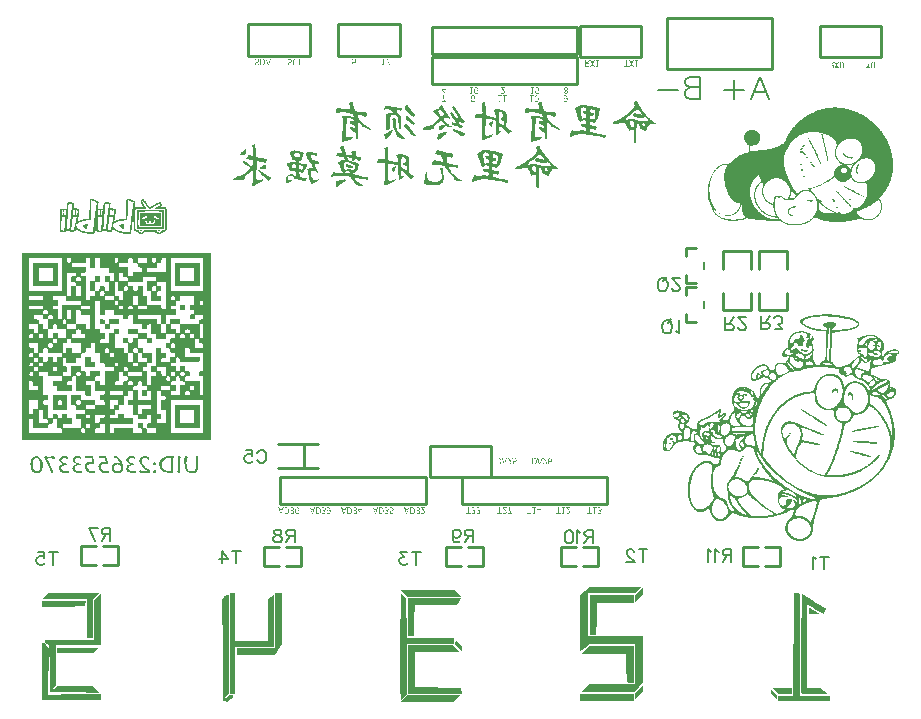
<source format=gbo>
G04 Layer: BottomSilkLayer*
G04 EasyEDA v6.3.52, 2020-06-08T18:28:06+08:00*
G04 b620e5eaaf5e4283affdf04958e78c07,0271aa7b776e406f8d319a2d24a91b4c,10*
G04 Gerber Generator version 0.2*
G04 Scale: 100 percent, Rotated: No, Reflected: No *
G04 Dimensions in millimeters *
G04 leading zeros omitted , absolute positions ,3 integer and 3 decimal *
%FSLAX33Y33*%
%MOMM*%
G90*
G71D02*

%ADD11C,0.254000*%
%ADD45C,0.203200*%
%ADD47C,0.152400*%
%ADD48C,0.200000*%

%LPD*%

%LPD*%
G36*
G01X74060Y9458D02*
G01X73981Y9458D01*
G01X73981Y8926D01*
G01X74486Y8930D01*
G01X74991Y8933D01*
G01X74566Y9195D01*
G01X74478Y9248D01*
G01X74394Y9297D01*
G01X74314Y9342D01*
G01X74242Y9380D01*
G01X74178Y9412D01*
G01X74125Y9437D01*
G01X74085Y9452D01*
G01X74060Y9458D01*
G37*

%LPD*%
G36*
G01X72597Y2650D02*
G01X70965Y2650D01*
G01X71214Y2384D01*
G01X71464Y2118D01*
G01X72597Y2118D01*
G01X72597Y2650D01*
G37*

%LPD*%
G36*
G01X74406Y10028D02*
G01X73395Y10620D01*
G01X73367Y6503D01*
G01X73366Y6303D01*
G01X73365Y6205D01*
G01X73365Y6107D01*
G01X73364Y6009D01*
G01X73364Y5912D01*
G01X73363Y5816D01*
G01X73363Y5625D01*
G01X73362Y5531D01*
G01X73362Y5344D01*
G01X73361Y5252D01*
G01X73361Y4805D01*
G01X73360Y4719D01*
G01X73360Y4301D01*
G01X73361Y4221D01*
G01X73361Y3912D01*
G01X73362Y3838D01*
G01X73362Y3624D01*
G01X73363Y3555D01*
G01X73363Y3488D01*
G01X73364Y3422D01*
G01X73364Y3295D01*
G01X73365Y3234D01*
G01X73365Y3174D01*
G01X73366Y3115D01*
G01X73367Y3059D01*
G01X73367Y3004D01*
G01X73368Y2951D01*
G01X73368Y2899D01*
G01X73369Y2850D01*
G01X73370Y2802D01*
G01X73371Y2756D01*
G01X73371Y2711D01*
G01X73372Y2669D01*
G01X73373Y2628D01*
G01X73374Y2589D01*
G01X73375Y2552D01*
G01X73376Y2517D01*
G01X73377Y2484D01*
G01X73378Y2454D01*
G01X73379Y2425D01*
G01X73380Y2398D01*
G01X73381Y2374D01*
G01X73382Y2351D01*
G01X73383Y2331D01*
G01X73384Y2313D01*
G01X73385Y2296D01*
G01X73386Y2283D01*
G01X73387Y2271D01*
G01X73388Y2262D01*
G01X73390Y2256D01*
G01X73391Y2251D01*
G01X73442Y2118D01*
G01X75630Y2126D01*
G01X75311Y2387D01*
G01X74991Y2649D01*
G01X74433Y2649D01*
G01X73874Y2650D01*
G01X73874Y9671D01*
G01X73954Y9671D01*
G01X73970Y9667D01*
G01X73997Y9658D01*
G01X74033Y9641D01*
G01X74078Y9620D01*
G01X74130Y9594D01*
G01X74189Y9563D01*
G01X74255Y9527D01*
G01X74325Y9488D01*
G01X74401Y9445D01*
G01X74479Y9400D01*
G01X74561Y9352D01*
G01X74644Y9303D01*
G01X75254Y8935D01*
G01X75370Y9152D01*
G01X75413Y9240D01*
G01X75443Y9316D01*
G01X75456Y9373D01*
G01X75452Y9403D01*
G01X75446Y9408D01*
G01X75433Y9416D01*
G01X75414Y9428D01*
G01X75389Y9444D01*
G01X75358Y9463D01*
G01X75323Y9484D01*
G01X75282Y9509D01*
G01X75235Y9537D01*
G01X75130Y9600D01*
G01X75071Y9635D01*
G01X75009Y9672D01*
G01X74943Y9712D01*
G01X74873Y9753D01*
G01X74801Y9795D01*
G01X74726Y9840D01*
G01X74649Y9885D01*
G01X74570Y9932D01*
G01X74489Y9980D01*
G01X74406Y10028D01*
G37*

%LPD*%
G36*
G01X71321Y2051D02*
G01X70842Y2562D01*
G01X70805Y2380D01*
G01X70768Y2197D01*
G01X71321Y1644D01*
G01X71321Y2051D01*
G37*

%LPD*%
G36*
G01X73060Y10711D02*
G01X72991Y10717D01*
G01X72922Y10711D01*
G01X72757Y10679D01*
G01X72701Y2011D01*
G01X71427Y2011D01*
G01X71427Y1586D01*
G01X75789Y1586D01*
G01X75789Y2011D01*
G01X73236Y2011D01*
G01X73236Y10593D01*
G01X73161Y10668D01*
G01X73119Y10694D01*
G01X73060Y10711D01*
G37*

%LPD*%
G36*
G01X59990Y10594D02*
G01X59990Y11160D01*
G01X59650Y10835D01*
G01X59311Y10509D01*
G01X59311Y9943D01*
G01X59650Y10268D01*
G01X59990Y10594D01*
G37*

%LPD*%
G36*
G01X59198Y10551D02*
G01X55462Y10551D01*
G01X55462Y7155D01*
G01X56021Y7155D01*
G01X56052Y8485D01*
G01X56084Y9816D01*
G01X57641Y9847D01*
G01X59198Y9879D01*
G01X59198Y10551D01*
G37*

%LPD*%
G36*
G01X59198Y6250D02*
G01X55391Y6250D01*
G01X55066Y5910D01*
G01X54740Y5570D01*
G01X58518Y5570D01*
G01X58544Y4976D01*
G01X58546Y4925D01*
G01X58548Y4872D01*
G01X58550Y4815D01*
G01X58552Y4757D01*
G01X58554Y4696D01*
G01X58556Y4634D01*
G01X58558Y4570D01*
G01X58560Y4505D01*
G01X58561Y4440D01*
G01X58566Y4241D01*
G01X58568Y4111D01*
G01X58569Y4048D01*
G01X58570Y3986D01*
G01X58571Y3925D01*
G01X58571Y3868D01*
G01X58572Y3812D01*
G01X58572Y3759D01*
G01X58575Y3137D01*
G01X58886Y3100D01*
G01X59198Y3065D01*
G01X59198Y6250D01*
G37*

%LPD*%
G36*
G01X59803Y11231D02*
G01X55382Y11231D01*
G01X55026Y10890D01*
G01X54669Y10550D01*
G01X54669Y5777D01*
G01X55017Y6070D01*
G01X55366Y6363D01*
G01X59311Y6363D01*
G01X59311Y2967D01*
G01X55391Y2967D01*
G01X55066Y2627D01*
G01X54740Y2287D01*
G01X59294Y2287D01*
G01X59990Y3131D01*
G01X59990Y7042D01*
G01X55349Y7042D01*
G01X55349Y10665D01*
G01X59271Y10665D01*
G01X59803Y11231D01*
G37*

%LPD*%
G36*
G01X59990Y2404D02*
G01X59990Y2896D01*
G01X59650Y2571D01*
G01X59311Y2245D01*
G01X59317Y1665D01*
G01X59654Y2035D01*
G01X59990Y2404D01*
G37*

%LPD*%
G36*
G01X59198Y2174D02*
G01X54669Y2174D01*
G01X54669Y1552D01*
G01X59197Y1552D01*
G01X59197Y1863D01*
G01X59198Y2174D01*
G37*

%LPD*%
G36*
G01X44034Y10929D02*
G01X39478Y10929D01*
G01X40000Y10373D01*
G01X44556Y10373D01*
G01X44034Y10929D01*
G37*

%LPD*%
G36*
G01X44517Y10262D02*
G01X40073Y10262D01*
G01X40073Y7024D01*
G01X40572Y7095D01*
G01X40604Y8401D01*
G01X40635Y9706D01*
G01X44215Y9706D01*
G01X44362Y9901D01*
G01X44420Y9983D01*
G01X44468Y10063D01*
G01X44500Y10131D01*
G01X44514Y10178D01*
G01X44517Y10262D01*
G37*

%LPD*%
G36*
G01X44379Y6487D02*
G01X44130Y6755D01*
G01X44051Y6345D01*
G01X44339Y6055D01*
G01X44628Y5767D01*
G01X44628Y6220D01*
G01X44379Y6487D01*
G37*

%LPD*%
G36*
G01X43923Y6262D02*
G01X40073Y6262D01*
G01X40073Y2151D01*
G01X44644Y2151D01*
G01X44572Y2651D01*
G01X40628Y2711D01*
G01X40628Y5706D01*
G01X44444Y5706D01*
G01X44184Y5984D01*
G01X43923Y6262D01*
G37*

%LPD*%
G36*
G01X39683Y10485D02*
G01X39461Y10730D01*
G01X39432Y6246D01*
G01X39431Y6143D01*
G01X39431Y6041D01*
G01X39430Y5839D01*
G01X39429Y5739D01*
G01X39429Y5638D01*
G01X39428Y5440D01*
G01X39427Y5343D01*
G01X39427Y5149D01*
G01X39426Y5053D01*
G01X39426Y4770D01*
G01X39425Y4677D01*
G01X39425Y3560D01*
G01X39426Y3481D01*
G01X39426Y3254D01*
G01X39427Y3181D01*
G01X39427Y3038D01*
G01X39428Y2969D01*
G01X39428Y2902D01*
G01X39429Y2835D01*
G01X39429Y2707D01*
G01X39430Y2645D01*
G01X39430Y2585D01*
G01X39431Y2526D01*
G01X39432Y2470D01*
G01X39432Y2414D01*
G01X39433Y2360D01*
G01X39434Y2308D01*
G01X39435Y2257D01*
G01X39435Y2208D01*
G01X39436Y2161D01*
G01X39437Y2116D01*
G01X39438Y2073D01*
G01X39438Y2031D01*
G01X39439Y1991D01*
G01X39440Y1953D01*
G01X39441Y1917D01*
G01X39442Y1883D01*
G01X39443Y1851D01*
G01X39444Y1821D01*
G01X39445Y1793D01*
G01X39446Y1767D01*
G01X39447Y1743D01*
G01X39448Y1721D01*
G01X39449Y1701D01*
G01X39450Y1683D01*
G01X39451Y1667D01*
G01X39452Y1654D01*
G01X39453Y1643D01*
G01X39454Y1634D01*
G01X39455Y1628D01*
G01X39457Y1623D01*
G01X39480Y1562D01*
G01X39461Y1540D01*
G01X39482Y1558D01*
G01X39480Y1562D01*
G01X39961Y2110D01*
G01X39961Y6373D01*
G01X43961Y6373D01*
G01X43961Y6929D01*
G01X39978Y6929D01*
G01X39906Y10239D01*
G01X39683Y10485D01*
G37*

%LPD*%
G36*
G01X44444Y2040D02*
G01X40031Y2040D01*
G01X39482Y1558D01*
G01X39510Y1484D01*
G01X43923Y1484D01*
G01X44184Y1762D01*
G01X44444Y2040D01*
G37*

%LPD*%
G36*
G01X29384Y10724D02*
G01X28848Y10724D01*
G01X28848Y6010D01*
G01X25634Y6010D01*
G01X25634Y5474D01*
G01X27215Y5478D01*
G01X28795Y5482D01*
G01X29384Y6413D01*
G01X29384Y10724D01*
G37*

%LPD*%
G36*
G01X25420Y10724D02*
G01X24991Y10724D01*
G01X24991Y2153D01*
G01X25420Y2153D01*
G01X25420Y6111D01*
G01X28688Y6171D01*
G01X28746Y10539D01*
G01X28259Y10216D01*
G01X28200Y6726D01*
G01X28444Y6448D01*
G01X28688Y6171D01*
G01X28138Y6653D01*
G01X25420Y6653D01*
G01X25420Y10724D01*
G37*

%LPD*%
G36*
G01X24884Y10510D02*
G01X24737Y10510D01*
G01X24670Y10498D01*
G01X24596Y10467D01*
G01X24526Y10420D01*
G01X24467Y10363D01*
G01X24346Y10217D01*
G01X24374Y5892D01*
G01X24402Y1566D01*
G01X24586Y1531D01*
G01X24771Y1495D01*
G01X25038Y1690D01*
G01X25111Y1745D01*
G01X25171Y1795D01*
G01X25221Y1842D01*
G01X25258Y1884D01*
G01X25284Y1921D01*
G01X25297Y1953D01*
G01X25299Y1981D01*
G01X25290Y2004D01*
G01X25268Y2022D01*
G01X25235Y2035D01*
G01X25189Y2043D01*
G01X25132Y2046D01*
G01X24951Y2046D01*
G01X24704Y1813D01*
G01X24650Y1763D01*
G01X24602Y1722D01*
G01X24562Y1689D01*
G01X24529Y1664D01*
G01X24502Y1648D01*
G01X24482Y1638D01*
G01X24469Y1636D01*
G01X24463Y1642D01*
G01X24464Y1656D01*
G01X24472Y1676D01*
G01X24487Y1703D01*
G01X24509Y1737D01*
G01X24538Y1778D01*
G01X24575Y1825D01*
G01X24619Y1879D01*
G01X24670Y1939D01*
G01X24884Y2186D01*
G01X24884Y10510D01*
G37*

%LPD*%
G36*
G01X12801Y10054D02*
G01X9102Y10054D01*
G01X9102Y9523D01*
G01X10917Y9552D01*
G01X12734Y9581D01*
G01X12801Y10054D01*
G37*

%LPD*%
G36*
G01X13417Y10198D02*
G01X13876Y10686D01*
G01X11725Y10682D01*
G01X9575Y10679D01*
G01X9197Y10159D01*
G01X12891Y10159D01*
G01X12891Y6896D01*
G01X13417Y6896D01*
G01X13417Y10198D01*
G37*

%LPD*%
G36*
G01X13871Y6054D02*
G01X10365Y6054D01*
G01X10365Y5633D01*
G01X13490Y5633D01*
G01X13681Y5844D01*
G01X13871Y6054D01*
G37*

%LPD*%
G36*
G01X14049Y6265D02*
G01X14049Y10617D01*
G01X13523Y10123D01*
G01X13523Y6686D01*
G01X9312Y6686D01*
G01X9312Y6618D01*
G01X9327Y6582D01*
G01X9367Y6531D01*
G01X9425Y6474D01*
G01X9497Y6417D01*
G01X9681Y6282D01*
G01X9733Y4300D01*
G01X9786Y2317D01*
G01X11833Y2289D01*
G01X13880Y2260D01*
G01X13381Y2791D01*
G01X10393Y2791D01*
G01X10089Y2554D01*
G01X9786Y2317D01*
G01X10028Y2627D01*
G01X10269Y2937D01*
G01X10253Y3153D01*
G01X10252Y3169D01*
G01X10251Y3188D01*
G01X10250Y3213D01*
G01X10249Y3241D01*
G01X10249Y3274D01*
G01X10248Y3311D01*
G01X10247Y3352D01*
G01X10247Y3396D01*
G01X10246Y3444D01*
G01X10246Y3495D01*
G01X10245Y3550D01*
G01X10245Y3731D01*
G01X10244Y3797D01*
G01X10244Y4160D01*
G01X10245Y4238D01*
G01X10245Y4399D01*
G01X10246Y4481D01*
G01X10246Y4563D01*
G01X10247Y4732D01*
G01X10248Y4817D01*
G01X10260Y6265D01*
G01X14049Y6265D01*
G37*

%LPD*%
G36*
G01X9168Y6560D02*
G01X9136Y6580D01*
G01X9135Y6578D01*
G01X9133Y6572D01*
G01X9132Y6562D01*
G01X9130Y6548D01*
G01X9129Y6530D01*
G01X9128Y6508D01*
G01X9127Y6483D01*
G01X9125Y6454D01*
G01X9124Y6421D01*
G01X9123Y6385D01*
G01X9122Y6346D01*
G01X9120Y6303D01*
G01X9119Y6258D01*
G01X9118Y6208D01*
G01X9117Y6157D01*
G01X9116Y6102D01*
G01X9115Y6044D01*
G01X9114Y5983D01*
G01X9113Y5920D01*
G01X9112Y5854D01*
G01X9111Y5785D01*
G01X9110Y5714D01*
G01X9109Y5641D01*
G01X9108Y5565D01*
G01X9107Y5488D01*
G01X9107Y5407D01*
G01X9106Y5325D01*
G01X9105Y5241D01*
G01X9105Y5155D01*
G01X9104Y5067D01*
G01X9104Y4978D01*
G01X9103Y4887D01*
G01X9103Y4699D01*
G01X9102Y4604D01*
G01X9102Y1633D01*
G01X14049Y1633D01*
G01X14049Y2167D01*
G01X11813Y2137D01*
G01X9575Y2107D01*
G01X9641Y6079D01*
G01X9406Y6330D01*
G01X9312Y6427D01*
G01X9229Y6507D01*
G01X9168Y6560D01*
G37*

%LPD*%
G36*
G01X13261Y44099D02*
G01X13224Y44101D01*
G01X13195Y44094D01*
G01X13171Y44079D01*
G01X13152Y44055D01*
G01X13138Y44021D01*
G01X13128Y43977D01*
G01X13122Y43921D01*
G01X13118Y43855D01*
G01X13116Y43776D01*
G01X13115Y43684D01*
G01X13115Y43516D01*
G01X13114Y43449D01*
G01X13112Y43379D01*
G01X13110Y43307D01*
G01X13108Y43234D01*
G01X13106Y43160D01*
G01X13103Y43088D01*
G01X13100Y43018D01*
G01X13096Y42950D01*
G01X13092Y42886D01*
G01X13089Y42827D01*
G01X13085Y42774D01*
G01X13073Y42631D01*
G01X13063Y42515D01*
G01X13057Y42436D01*
G01X13054Y42406D01*
G01X13041Y42405D01*
G01X13005Y42401D01*
G01X12952Y42397D01*
G01X12887Y42392D01*
G01X12836Y42387D01*
G01X12784Y42381D01*
G01X12729Y42372D01*
G01X12674Y42362D01*
G01X12618Y42351D01*
G01X12562Y42338D01*
G01X12505Y42324D01*
G01X12450Y42308D01*
G01X12394Y42292D01*
G01X12341Y42274D01*
G01X12289Y42256D01*
G01X12240Y42236D01*
G01X12186Y42215D01*
G01X12142Y42200D01*
G01X12112Y42193D01*
G01X12102Y42193D01*
G01X12104Y42211D01*
G01X12110Y42250D01*
G01X12120Y42304D01*
G01X12132Y42368D01*
G01X12158Y42515D01*
G01X12181Y42644D01*
G01X12200Y42755D01*
G01X12214Y42851D01*
G01X12225Y42932D01*
G01X12232Y42999D01*
G01X12236Y43055D01*
G01X12236Y43100D01*
G01X12233Y43135D01*
G01X12226Y43163D01*
G01X12216Y43183D01*
G01X12204Y43198D01*
G01X12178Y43213D01*
G01X12134Y43229D01*
G01X12076Y43245D01*
G01X12011Y43260D01*
G01X11945Y43273D01*
G01X11882Y43282D01*
G01X11828Y43287D01*
G01X11789Y43286D01*
G01X11773Y43286D01*
G01X11760Y43288D01*
G01X11753Y43294D01*
G01X11751Y43303D01*
G01X11768Y43400D01*
G01X11781Y43482D01*
G01X11789Y43550D01*
G01X11792Y43606D01*
G01X11790Y43652D01*
G01X11780Y43687D01*
G01X11764Y43715D01*
G01X11740Y43736D01*
G01X11708Y43752D01*
G01X11668Y43763D01*
G01X11617Y43773D01*
G01X11558Y43781D01*
G01X11483Y43790D01*
G01X11419Y43795D01*
G01X11364Y43795D01*
G01X11320Y43790D01*
G01X11283Y43779D01*
G01X11253Y43760D01*
G01X11230Y43734D01*
G01X11213Y43699D01*
G01X11199Y43655D01*
G01X11190Y43600D01*
G01X11182Y43535D01*
G01X11177Y43458D01*
G01X11163Y43230D01*
G01X10934Y43235D01*
G01X10858Y43236D01*
G01X10795Y43236D01*
G01X10742Y43232D01*
G01X10701Y43224D01*
G01X10668Y43211D01*
G01X10643Y43190D01*
G01X10625Y43162D01*
G01X10613Y43124D01*
G01X10605Y43076D01*
G01X10601Y43016D01*
G01X10599Y42943D01*
G01X10599Y42743D01*
G01X10598Y42697D01*
G01X10598Y42646D01*
G01X10597Y42592D01*
G01X10596Y42534D01*
G01X10596Y42475D01*
G01X10595Y42413D01*
G01X10594Y42350D01*
G01X10593Y42285D01*
G01X10590Y42088D01*
G01X10589Y42023D01*
G01X10588Y41960D01*
G01X10586Y41830D01*
G01X10583Y41717D01*
G01X10582Y41620D01*
G01X10582Y41538D01*
G01X10584Y41470D01*
G01X10588Y41413D01*
G01X10594Y41369D01*
G01X10604Y41334D01*
G01X10617Y41307D01*
G01X10634Y41288D01*
G01X10656Y41276D01*
G01X10683Y41268D01*
G01X10715Y41264D01*
G01X10753Y41263D01*
G01X10848Y41263D01*
G01X10968Y41269D01*
G01X11049Y41284D01*
G01X11094Y41313D01*
G01X11108Y41355D01*
G01X11121Y41371D01*
G01X11154Y41383D01*
G01X11201Y41390D01*
G01X11258Y41393D01*
G01X11317Y41392D01*
G01X11372Y41386D01*
G01X11417Y41376D01*
G01X11446Y41360D01*
G01X11491Y41327D01*
G01X11542Y41303D01*
G01X11597Y41288D01*
G01X11654Y41282D01*
G01X11710Y41284D01*
G01X11765Y41294D01*
G01X11817Y41311D01*
G01X11863Y41335D01*
G01X11903Y41365D01*
G01X11933Y41401D01*
G01X11953Y41443D01*
G01X11959Y41490D01*
G01X11963Y41517D01*
G01X11978Y41523D01*
G01X12010Y41502D01*
G01X12068Y41454D01*
G01X12106Y41424D01*
G01X12147Y41395D01*
G01X12193Y41367D01*
G01X12241Y41339D01*
G01X12293Y41313D01*
G01X12348Y41288D01*
G01X12405Y41264D01*
G01X12465Y41242D01*
G01X12527Y41221D01*
G01X12591Y41201D01*
G01X12657Y41183D01*
G01X12724Y41166D01*
G01X12793Y41152D01*
G01X12863Y41139D01*
G01X12933Y41128D01*
G01X13004Y41118D01*
G01X13075Y41111D01*
G01X13146Y41105D01*
G01X13217Y41102D01*
G01X13288Y41101D01*
G01X13374Y41101D01*
G01X13408Y41103D01*
G01X13438Y41107D01*
G01X13463Y41115D01*
G01X13484Y41127D01*
G01X13502Y41145D01*
G01X13516Y41169D01*
G01X13529Y41201D01*
G01X13539Y41242D01*
G01X13548Y41292D01*
G01X13557Y41354D01*
G01X13565Y41428D01*
G01X13573Y41514D01*
G01X13581Y41614D01*
G01X13592Y41730D01*
G01X13600Y41824D01*
G01X13608Y41915D01*
G01X13616Y42003D01*
G01X13625Y42087D01*
G01X13633Y42167D01*
G01X13642Y42242D01*
G01X13650Y42312D01*
G01X13658Y42377D01*
G01X13666Y42435D01*
G01X13673Y42488D01*
G01X13680Y42533D01*
G01X13687Y42571D01*
G01X13693Y42602D01*
G01X13698Y42623D01*
G01X13703Y42637D01*
G01X13707Y42642D01*
G01X13713Y42635D01*
G01X13717Y42616D01*
G01X13718Y42589D01*
G01X13715Y42556D01*
G01X13711Y42518D01*
G01X13707Y42470D01*
G01X13704Y42415D01*
G01X13701Y42351D01*
G01X13698Y42282D01*
G01X13696Y42208D01*
G01X13694Y42130D01*
G01X13693Y42049D01*
G01X13691Y41968D01*
G01X13690Y41887D01*
G01X13690Y41655D01*
G01X13691Y41586D01*
G01X13692Y41522D01*
G01X13693Y41466D01*
G01X13695Y41419D01*
G01X13698Y41381D01*
G01X13700Y41355D01*
G01X13704Y41340D01*
G01X13726Y41312D01*
G01X13761Y41289D01*
G01X13807Y41272D01*
G01X13860Y41260D01*
G01X13918Y41254D01*
G01X13978Y41253D01*
G01X14037Y41258D01*
G01X14091Y41267D01*
G01X14139Y41282D01*
G01X14176Y41302D01*
G01X14201Y41326D01*
G01X14210Y41355D01*
G01X14223Y41370D01*
G01X14259Y41381D01*
G01X14309Y41389D01*
G01X14368Y41392D01*
G01X14428Y41392D01*
G01X14483Y41387D01*
G01X14526Y41378D01*
G01X14549Y41364D01*
G01X14575Y41339D01*
G01X14620Y41321D01*
G01X14698Y41307D01*
G01X14821Y41293D01*
G01X14921Y41291D01*
G01X14988Y41312D01*
G01X15028Y41361D01*
G01X15051Y41444D01*
G01X15061Y41500D01*
G01X15077Y41520D01*
G01X15109Y41506D01*
G01X15170Y41457D01*
G01X15209Y41427D01*
G01X15252Y41398D01*
G01X15299Y41369D01*
G01X15349Y41341D01*
G01X15402Y41315D01*
G01X15457Y41290D01*
G01X15515Y41266D01*
G01X15575Y41243D01*
G01X15637Y41222D01*
G01X15701Y41202D01*
G01X15766Y41184D01*
G01X15832Y41167D01*
G01X15968Y41139D01*
G01X16037Y41128D01*
G01X16105Y41119D01*
G01X16174Y41111D01*
G01X16243Y41105D01*
G01X16311Y41102D01*
G01X16378Y41101D01*
G01X16439Y41101D01*
G01X16489Y41102D01*
G01X16530Y41106D01*
G01X16563Y41116D01*
G01X16589Y41131D01*
G01X16610Y41156D01*
G01X16626Y41192D01*
G01X16639Y41240D01*
G01X16650Y41303D01*
G01X16660Y41382D01*
G01X16670Y41480D01*
G01X16682Y41598D01*
G01X16687Y41656D01*
G01X16694Y41719D01*
G01X16701Y41786D01*
G01X16709Y41857D01*
G01X16717Y41930D01*
G01X16725Y42006D01*
G01X16734Y42083D01*
G01X16752Y42239D01*
G01X16761Y42318D01*
G01X16771Y42395D01*
G01X16780Y42471D01*
G01X16788Y42545D01*
G01X16797Y42616D01*
G01X16806Y42684D01*
G01X16813Y42747D01*
G01X16821Y42806D01*
G01X16828Y42860D01*
G01X16834Y42908D01*
G01X16840Y42949D01*
G01X16845Y42984D01*
G01X16849Y43010D01*
G01X16852Y43028D01*
G01X16854Y43037D01*
G01X16855Y43032D01*
G01X16856Y43012D01*
G01X16857Y42979D01*
G01X16858Y42933D01*
G01X16859Y42875D01*
G01X16860Y42807D01*
G01X16861Y42729D01*
G01X16862Y42642D01*
G01X16862Y42547D01*
G01X16863Y42445D01*
G01X16863Y42337D01*
G01X16864Y42225D01*
G01X16864Y41857D01*
G01X16865Y41761D01*
G01X16866Y41677D01*
G01X16868Y41604D01*
G01X16870Y41542D01*
G01X16873Y41490D01*
G01X16878Y41446D01*
G01X16884Y41410D01*
G01X16891Y41381D01*
G01X16900Y41359D01*
G01X16911Y41342D01*
G01X16924Y41329D01*
G01X16939Y41321D01*
G01X16956Y41316D01*
G01X16976Y41313D01*
G01X16999Y41311D01*
G01X17024Y41310D01*
G01X17052Y41308D01*
G01X17124Y41302D01*
G01X17168Y41291D01*
G01X17195Y41273D01*
G01X17218Y41241D01*
G01X17248Y41199D01*
G01X17286Y41166D01*
G01X17329Y41140D01*
G01X17376Y41122D01*
G01X17426Y41111D01*
G01X17479Y41107D01*
G01X17532Y41111D01*
G01X17583Y41122D01*
G01X17633Y41141D01*
G01X17679Y41167D01*
G01X17721Y41201D01*
G01X17757Y41243D01*
G01X17800Y41304D01*
G01X18684Y41304D01*
G01X18774Y41215D01*
G01X18832Y41165D01*
G01X18892Y41129D01*
G01X18952Y41107D01*
G01X19014Y41100D01*
G01X19075Y41107D01*
G01X19135Y41128D01*
G01X19193Y41163D01*
G01X19249Y41212D01*
G01X19298Y41260D01*
G01X19339Y41287D01*
G01X19388Y41301D01*
G01X19459Y41308D01*
G01X19487Y41310D01*
G01X19512Y41311D01*
G01X19534Y41313D01*
G01X19553Y41316D01*
G01X19571Y41322D01*
G01X19585Y41331D01*
G01X19598Y41345D01*
G01X19608Y41364D01*
G01X19617Y41389D01*
G01X19624Y41422D01*
G01X19630Y41463D01*
G01X19634Y41512D01*
G01X19637Y41572D01*
G01X19640Y41643D01*
G01X19641Y41727D01*
G01X19642Y41823D01*
G01X19642Y42493D01*
G01X19643Y42617D01*
G01X19643Y42923D01*
G01X19642Y43003D01*
G01X19641Y43074D01*
G01X19638Y43136D01*
G01X19635Y43189D01*
G01X19630Y43235D01*
G01X19624Y43274D01*
G01X19616Y43305D01*
G01X19607Y43331D01*
G01X19596Y43352D01*
G01X19582Y43368D01*
G01X19566Y43379D01*
G01X19547Y43387D01*
G01X19527Y43392D01*
G01X19503Y43395D01*
G01X19445Y43395D01*
G01X19412Y43393D01*
G01X19375Y43392D01*
G01X19092Y43392D01*
G01X19164Y43460D01*
G01X19220Y43530D01*
G01X19240Y43601D01*
G01X19225Y43671D01*
G01X19175Y43740D01*
G01X19151Y43762D01*
G01X19127Y43779D01*
G01X19102Y43789D01*
G01X19073Y43794D01*
G01X19040Y43793D01*
G01X19002Y43786D01*
G01X18957Y43771D01*
G01X18904Y43750D01*
G01X18841Y43721D01*
G01X18768Y43684D01*
G01X18682Y43638D01*
G01X18584Y43585D01*
G01X18509Y43543D01*
G01X18445Y43508D01*
G01X18390Y43478D01*
G01X18342Y43453D01*
G01X18302Y43435D01*
G01X18267Y43423D01*
G01X18236Y43418D01*
G01X18209Y43419D01*
G01X18183Y43428D01*
G01X18159Y43443D01*
G01X18135Y43465D01*
G01X18109Y43495D01*
G01X18081Y43533D01*
G01X18049Y43579D01*
G01X18013Y43632D01*
G01X17971Y43695D01*
G01X17911Y43780D01*
G01X17856Y43853D01*
G01X17807Y43913D01*
G01X17762Y43961D01*
G01X17721Y43998D01*
G01X17683Y44023D01*
G01X17647Y44037D01*
G01X17614Y44041D01*
G01X17581Y44035D01*
G01X17549Y44018D01*
G01X17517Y43992D01*
G01X17484Y43956D01*
G01X17459Y43923D01*
G01X17443Y43890D01*
G01X17436Y43857D01*
G01X17438Y43820D01*
G01X17449Y43780D01*
G01X17471Y43732D01*
G01X17503Y43677D01*
G01X17546Y43611D01*
G01X17591Y43545D01*
G01X17630Y43486D01*
G01X17657Y43442D01*
G01X17670Y43418D01*
G01X17669Y43411D01*
G01X17659Y43405D01*
G01X17637Y43401D01*
G01X17603Y43397D01*
G01X17554Y43395D01*
G01X17489Y43393D01*
G01X17406Y43392D01*
G01X17227Y43392D01*
G01X17157Y43393D01*
G01X17093Y43395D01*
G01X17037Y43397D01*
G01X16991Y43399D01*
G01X16956Y43401D01*
G01X16933Y43404D01*
G01X16926Y43407D01*
G01X16928Y43429D01*
G01X16935Y43476D01*
G01X16946Y43542D01*
G01X16960Y43621D01*
G01X16969Y43677D01*
G01X16976Y43725D01*
G01X16980Y43765D01*
G01X16979Y43798D01*
G01X16971Y43826D01*
G01X16957Y43851D01*
G01X16935Y43873D01*
G01X16903Y43894D01*
G01X16861Y43916D01*
G01X16808Y43940D01*
G01X16742Y43967D01*
G01X16662Y43999D01*
G01X16566Y44037D01*
G01X16491Y44065D01*
G01X16432Y44084D01*
G01X16387Y44094D01*
G01X16352Y44096D01*
G01X16323Y44091D01*
G01X16297Y44078D01*
G01X16270Y44059D01*
G01X16216Y44017D01*
G01X16215Y43476D01*
G01X16214Y43401D01*
G01X16214Y43324D01*
G01X16212Y43246D01*
G01X16211Y43168D01*
G01X16209Y43091D01*
G01X16207Y43017D01*
G01X16204Y42946D01*
G01X16202Y42879D01*
G01X16199Y42817D01*
G01X16196Y42762D01*
G01X16193Y42713D01*
G01X16189Y42672D01*
G01X16166Y42408D01*
G01X16105Y42404D01*
G01X16030Y42397D01*
G01X15953Y42387D01*
G01X15874Y42375D01*
G01X15794Y42361D01*
G01X15713Y42344D01*
G01X15635Y42327D01*
G01X15559Y42308D01*
G01X15486Y42288D01*
G01X15419Y42267D01*
G01X15357Y42245D01*
G01X15302Y42224D01*
G01X15256Y42202D01*
G01X15197Y42171D01*
G01X15210Y42235D01*
G01X15216Y42270D01*
G01X15225Y42319D01*
G01X15235Y42376D01*
G01X15245Y42434D01*
G01X15250Y42467D01*
G01X15257Y42508D01*
G01X15266Y42554D01*
G01X15275Y42606D01*
G01X15285Y42661D01*
G01X15295Y42717D01*
G01X15306Y42773D01*
G01X15316Y42828D01*
G01X15336Y42929D01*
G01X15349Y43005D01*
G01X15358Y43061D01*
G01X15361Y43102D01*
G01X15360Y43130D01*
G01X15355Y43151D01*
G01X15344Y43168D01*
G01X15329Y43187D01*
G01X15304Y43205D01*
G01X15256Y43223D01*
G01X15195Y43242D01*
G01X15126Y43259D01*
G01X15055Y43273D01*
G01X14989Y43283D01*
G01X14933Y43287D01*
G01X14894Y43283D01*
G01X14869Y43282D01*
G01X14860Y43308D01*
G01X14865Y43378D01*
G01X14883Y43510D01*
G01X14908Y43681D01*
G01X14854Y43726D01*
G01X14816Y43749D01*
G01X14761Y43767D01*
G01X14695Y43781D01*
G01X14623Y43790D01*
G01X14549Y43794D01*
G01X14480Y43792D01*
G01X14421Y43784D01*
G01X14376Y43769D01*
G01X14331Y43740D01*
G01X14306Y43695D01*
G01X14291Y43607D01*
G01X14279Y43449D01*
G01X14266Y43232D01*
G01X14024Y43236D01*
G01X13783Y43239D01*
G01X13796Y43331D01*
G01X13804Y43381D01*
G01X13816Y43451D01*
G01X13848Y43611D01*
G01X13865Y43694D01*
G01X13873Y43758D01*
G01X13870Y43807D01*
G01X13853Y43846D01*
G01X13816Y43880D01*
G01X13759Y43914D01*
G01X13676Y43950D01*
G01X13565Y43995D01*
G01X13486Y44027D01*
G01X13416Y44054D01*
G01X13356Y44075D01*
G01X13305Y44090D01*
G01X13261Y44099D01*
G37*

%LPC*%
G36*
G01X17627Y43904D02*
G01X17601Y43907D01*
G01X17581Y43893D01*
G01X17566Y43863D01*
G01X17570Y43832D01*
G01X17599Y43773D01*
G01X17654Y43683D01*
G01X17736Y43560D01*
G01X17807Y43454D01*
G01X17865Y43365D01*
G01X17904Y43301D01*
G01X17919Y43271D01*
G01X17912Y43266D01*
G01X17891Y43262D01*
G01X17856Y43258D01*
G01X17807Y43255D01*
G01X17745Y43253D01*
G01X17669Y43251D01*
G01X17580Y43250D01*
G01X17420Y43250D01*
G01X17368Y43251D01*
G01X17319Y43253D01*
G01X17275Y43254D01*
G01X17199Y43254D01*
G01X17166Y43253D01*
G01X17137Y43250D01*
G01X17111Y43245D01*
G01X17088Y43239D01*
G01X17068Y43229D01*
G01X17051Y43217D01*
G01X17036Y43201D01*
G01X17024Y43182D01*
G01X17013Y43159D01*
G01X17005Y43132D01*
G01X16998Y43100D01*
G01X16993Y43063D01*
G01X16989Y43021D01*
G01X16987Y42973D01*
G01X16985Y42919D01*
G01X16984Y42859D01*
G01X16984Y42718D01*
G01X16985Y42637D01*
G01X16986Y42548D01*
G01X16987Y42451D01*
G01X16987Y41873D01*
G01X16988Y41788D01*
G01X16989Y41715D01*
G01X16992Y41651D01*
G01X16995Y41598D01*
G01X16999Y41554D01*
G01X17005Y41518D01*
G01X17011Y41489D01*
G01X17020Y41467D01*
G01X17031Y41450D01*
G01X17043Y41439D01*
G01X17057Y41431D01*
G01X17074Y41427D01*
G01X17093Y41425D01*
G01X17114Y41424D01*
G01X17138Y41424D01*
G01X17165Y41425D01*
G01X17233Y41423D01*
G01X17272Y41413D01*
G01X17296Y41388D01*
G01X17321Y41339D01*
G01X17354Y41287D01*
G01X17395Y41250D01*
G01X17441Y41228D01*
G01X17490Y41223D01*
G01X17539Y41232D01*
G01X17585Y41256D01*
G01X17628Y41295D01*
G01X17662Y41350D01*
G01X17700Y41426D01*
G01X18422Y41426D01*
G01X18551Y41424D01*
G01X18649Y41423D01*
G01X18719Y41420D01*
G01X18766Y41416D01*
G01X18794Y41410D01*
G01X18808Y41403D01*
G01X18811Y41393D01*
G01X18833Y41341D01*
G01X18886Y41286D01*
G01X18952Y41241D01*
G01X19014Y41223D01*
G01X19075Y41241D01*
G01X19142Y41286D01*
G01X19195Y41341D01*
G01X19217Y41393D01*
G01X19222Y41409D01*
G01X19240Y41419D01*
G01X19276Y41424D01*
G01X19333Y41426D01*
G01X19359Y41426D01*
G01X19382Y41425D01*
G01X19403Y41424D01*
G01X19420Y41426D01*
G01X19436Y41430D01*
G01X19449Y41437D01*
G01X19461Y41447D01*
G01X19471Y41463D01*
G01X19478Y41484D01*
G01X19485Y41512D01*
G01X19489Y41548D01*
G01X19493Y41592D01*
G01X19496Y41645D01*
G01X19498Y41708D01*
G01X19498Y41968D01*
G01X19497Y42080D01*
G01X19497Y42207D01*
G01X19496Y42349D01*
G01X19490Y43240D01*
G01X19039Y43245D01*
G01X18946Y43246D01*
G01X18866Y43247D01*
G01X18797Y43249D01*
G01X18740Y43250D01*
G01X18694Y43253D01*
G01X18659Y43256D01*
G01X18635Y43261D01*
G01X18621Y43268D01*
G01X18617Y43277D01*
G01X18622Y43287D01*
G01X18636Y43301D01*
G01X18692Y43336D01*
G01X18733Y43358D01*
G01X18781Y43384D01*
G01X18836Y43413D01*
G01X18966Y43484D01*
G01X19042Y43532D01*
G01X19079Y43568D01*
G01X19091Y43601D01*
G01X19088Y43644D01*
G01X19066Y43666D01*
G01X19027Y43666D01*
G01X18970Y43644D01*
G01X18932Y43625D01*
G01X18884Y43599D01*
G01X18828Y43570D01*
G01X18766Y43536D01*
G01X18701Y43501D01*
G01X18635Y43465D01*
G01X18570Y43429D01*
G01X18508Y43394D01*
G01X18452Y43363D01*
G01X18404Y43335D01*
G01X18366Y43313D01*
G01X18340Y43297D01*
G01X18300Y43274D01*
G01X18265Y43255D01*
G01X18234Y43244D01*
G01X18204Y43241D01*
G01X18175Y43245D01*
G01X18146Y43259D01*
G01X18115Y43282D01*
G01X18081Y43317D01*
G01X18043Y43362D01*
G01X18000Y43420D01*
G01X17950Y43491D01*
G01X17893Y43575D01*
G01X17816Y43687D01*
G01X17753Y43774D01*
G01X17701Y43838D01*
G01X17660Y43881D01*
G01X17627Y43904D01*
G37*
G36*
G01X16393Y43953D02*
G01X16373Y43959D01*
G01X16370Y43950D01*
G01X16368Y43924D01*
G01X16365Y43883D01*
G01X16363Y43828D01*
G01X16361Y43762D01*
G01X16360Y43686D01*
G01X16359Y43602D01*
G01X16358Y43512D01*
G01X16358Y43452D01*
G01X16357Y43389D01*
G01X16356Y43322D01*
G01X16354Y43252D01*
G01X16352Y43179D01*
G01X16348Y43105D01*
G01X16345Y43030D01*
G01X16338Y42881D01*
G01X16334Y42808D01*
G01X16330Y42736D01*
G01X16326Y42667D01*
G01X16321Y42602D01*
G01X16316Y42540D01*
G01X16311Y42482D01*
G01X16306Y42430D01*
G01X16302Y42384D01*
G01X16297Y42344D01*
G01X16292Y42311D01*
G01X16288Y42287D01*
G01X16277Y42265D01*
G01X16249Y42253D01*
G01X16188Y42246D01*
G01X16080Y42244D01*
G01X16004Y42241D01*
G01X15927Y42234D01*
G01X15849Y42225D01*
G01X15772Y42212D01*
G01X15695Y42197D01*
G01X15621Y42178D01*
G01X15548Y42158D01*
G01X15479Y42136D01*
G01X15413Y42111D01*
G01X15351Y42085D01*
G01X15295Y42058D01*
G01X15244Y42030D01*
G01X15200Y42001D01*
G01X15163Y41971D01*
G01X15133Y41940D01*
G01X15113Y41909D01*
G01X15100Y41879D01*
G01X15092Y41849D01*
G01X15091Y41818D01*
G01X15094Y41787D01*
G01X15102Y41756D01*
G01X15116Y41725D01*
G01X15134Y41694D01*
G01X15157Y41663D01*
G01X15184Y41632D01*
G01X15215Y41602D01*
G01X15250Y41572D01*
G01X15289Y41543D01*
G01X15332Y41515D01*
G01X15378Y41487D01*
G01X15427Y41461D01*
G01X15479Y41435D01*
G01X15534Y41411D01*
G01X15592Y41387D01*
G01X15652Y41366D01*
G01X15714Y41345D01*
G01X15778Y41326D01*
G01X15845Y41310D01*
G01X15913Y41294D01*
G01X15983Y41281D01*
G01X16053Y41270D01*
G01X16125Y41260D01*
G01X16199Y41253D01*
G01X16272Y41249D01*
G01X16521Y41237D01*
G01X16521Y41330D01*
G01X16522Y41357D01*
G01X16525Y41392D01*
G01X16528Y41434D01*
G01X16532Y41482D01*
G01X16536Y41536D01*
G01X16542Y41596D01*
G01X16548Y41660D01*
G01X16554Y41729D01*
G01X16561Y41801D01*
G01X16569Y41877D01*
G01X16577Y41955D01*
G01X16586Y42036D01*
G01X16594Y42119D01*
G01X16603Y42203D01*
G01X16613Y42287D01*
G01X16618Y42330D01*
G01X16624Y42379D01*
G01X16631Y42434D01*
G01X16639Y42494D01*
G01X16647Y42558D01*
G01X16656Y42624D01*
G01X16665Y42693D01*
G01X16676Y42764D01*
G01X16685Y42834D01*
G01X16695Y42903D01*
G01X16706Y42971D01*
G01X16715Y43037D01*
G01X16730Y43135D01*
G01X16744Y43221D01*
G01X16755Y43298D01*
G01X16767Y43366D01*
G01X16776Y43426D01*
G01X16785Y43479D01*
G01X16793Y43528D01*
G01X16802Y43572D01*
G01X16818Y43652D01*
G01X16826Y43690D01*
G01X16835Y43729D01*
G01X16837Y43751D01*
G01X16831Y43768D01*
G01X16815Y43782D01*
G01X16789Y43794D01*
G01X16699Y43830D01*
G01X16632Y43857D01*
G01X16561Y43887D01*
G01X16493Y43915D01*
G01X16435Y43938D01*
G01X16393Y43953D01*
G37*
G36*
G01X13369Y43920D02*
G01X13267Y43956D01*
G01X13254Y43375D01*
G01X13250Y43213D01*
G01X13248Y43131D01*
G01X13245Y43051D01*
G01X13242Y42972D01*
G01X13238Y42896D01*
G01X13235Y42825D01*
G01X13232Y42758D01*
G01X13228Y42697D01*
G01X13225Y42643D01*
G01X13222Y42597D01*
G01X13218Y42561D01*
G01X13207Y42447D01*
G01X13198Y42363D01*
G01X13189Y42305D01*
G01X13178Y42268D01*
G01X13164Y42248D01*
G01X13143Y42241D01*
G01X13116Y42243D01*
G01X13079Y42247D01*
G01X13026Y42252D01*
G01X12966Y42252D01*
G01X12900Y42248D01*
G01X12831Y42241D01*
G01X12758Y42231D01*
G01X12683Y42217D01*
G01X12607Y42200D01*
G01X12531Y42181D01*
G01X12456Y42160D01*
G01X12384Y42137D01*
G01X12314Y42113D01*
G01X12249Y42087D01*
G01X12189Y42060D01*
G01X12136Y42032D01*
G01X12090Y42004D01*
G01X12053Y41976D01*
G01X12025Y41946D01*
G01X12004Y41914D01*
G01X11991Y41881D01*
G01X11985Y41846D01*
G01X11987Y41811D01*
G01X11995Y41774D01*
G01X12011Y41737D01*
G01X12033Y41700D01*
G01X12061Y41662D01*
G01X12096Y41625D01*
G01X12136Y41588D01*
G01X12182Y41551D01*
G01X12233Y41516D01*
G01X12290Y41482D01*
G01X12351Y41449D01*
G01X12416Y41417D01*
G01X12486Y41388D01*
G01X12560Y41360D01*
G01X12638Y41335D01*
G01X12720Y41312D01*
G01X12774Y41300D01*
G01X12838Y41288D01*
G01X12908Y41277D01*
G01X12982Y41267D01*
G01X13058Y41258D01*
G01X13132Y41251D01*
G01X13202Y41245D01*
G01X13266Y41242D01*
G01X13320Y41240D01*
G01X13362Y41241D01*
G01X13389Y41244D01*
G01X13399Y41251D01*
G01X13400Y41273D01*
G01X13401Y41302D01*
G01X13404Y41338D01*
G01X13407Y41380D01*
G01X13412Y41429D01*
G01X13417Y41483D01*
G01X13423Y41543D01*
G01X13438Y41675D01*
G01X13446Y41748D01*
G01X13454Y41823D01*
G01X13464Y41902D01*
G01X13473Y41983D01*
G01X13483Y42066D01*
G01X13494Y42150D01*
G01X13515Y42322D01*
G01X13537Y42494D01*
G01X13548Y42579D01*
G01X13559Y42663D01*
G01X13570Y42745D01*
G01X13581Y42826D01*
G01X13592Y42903D01*
G01X13602Y42977D01*
G01X13612Y43049D01*
G01X13622Y43116D01*
G01X13632Y43178D01*
G01X13641Y43236D01*
G01X13649Y43288D01*
G01X13657Y43335D01*
G01X13664Y43376D01*
G01X13678Y43452D01*
G01X13691Y43519D01*
G01X13701Y43577D01*
G01X13708Y43626D01*
G01X13711Y43668D01*
G01X13710Y43703D01*
G01X13705Y43734D01*
G01X13695Y43759D01*
G01X13679Y43782D01*
G01X13657Y43801D01*
G01X13629Y43820D01*
G01X13593Y43837D01*
G01X13549Y43855D01*
G01X13498Y43874D01*
G01X13438Y43896D01*
G01X13369Y43920D01*
G37*
G36*
G01X11012Y42527D02*
G01X10944Y42532D01*
G01X10861Y42531D01*
G01X10788Y42524D01*
G01X10750Y42514D01*
G01X10748Y42500D01*
G01X10745Y42466D01*
G01X10742Y42414D01*
G01X10739Y42345D01*
G01X10736Y42263D01*
G01X10733Y42169D01*
G01X10730Y42066D01*
G01X10728Y41956D01*
G01X10717Y41411D01*
G01X10833Y41396D01*
G01X10867Y41391D01*
G01X10895Y41387D01*
G01X10917Y41386D01*
G01X10935Y41391D01*
G01X10949Y41403D01*
G01X10960Y41425D01*
G01X10970Y41459D01*
G01X10978Y41507D01*
G01X10987Y41571D01*
G01X10996Y41654D01*
G01X11006Y41758D01*
G01X11018Y41885D01*
G01X11033Y42031D01*
G01X11044Y42153D01*
G01X11054Y42253D01*
G01X11060Y42332D01*
G01X11064Y42394D01*
G01X11065Y42440D01*
G01X11063Y42474D01*
G01X11059Y42497D01*
G01X11051Y42511D01*
G01X11041Y42520D01*
G01X11028Y42524D01*
G01X11012Y42527D01*
G37*
G36*
G01X14126Y42527D02*
G01X14059Y42533D01*
G01X13972Y42531D01*
G01X13893Y42525D01*
G01X13851Y42513D01*
G01X13849Y42499D01*
G01X13845Y42465D01*
G01X13842Y42412D01*
G01X13839Y42343D01*
G01X13836Y42261D01*
G01X13833Y42168D01*
G01X13830Y42065D01*
G01X13828Y41955D01*
G01X13819Y41411D01*
G01X13935Y41396D01*
G01X13984Y41390D01*
G01X14020Y41388D01*
G01X14046Y41397D01*
G01X14065Y41420D01*
G01X14078Y41465D01*
G01X14089Y41535D01*
G01X14099Y41638D01*
G01X14112Y41777D01*
G01X14128Y41949D01*
G01X14141Y42092D01*
G01X14151Y42208D01*
G01X14159Y42302D01*
G01X14164Y42374D01*
G01X14166Y42428D01*
G01X14166Y42467D01*
G01X14163Y42494D01*
G01X14157Y42510D01*
G01X14149Y42519D01*
G01X14139Y42524D01*
G01X14126Y42527D01*
G37*
G36*
G01X14928Y42572D02*
G01X14866Y42579D01*
G01X14847Y42578D01*
G01X14829Y42573D01*
G01X14813Y42565D01*
G01X14802Y42556D01*
G01X14796Y42538D01*
G01X14787Y42499D01*
G01X14778Y42444D01*
G01X14766Y42372D01*
G01X14754Y42290D01*
G01X14741Y42198D01*
G01X14728Y42100D01*
G01X14715Y42000D01*
G01X14703Y41899D01*
G01X14691Y41802D01*
G01X14681Y41712D01*
G01X14673Y41630D01*
G01X14666Y41560D01*
G01X14662Y41505D01*
G01X14661Y41469D01*
G01X14663Y41453D01*
G01X14674Y41451D01*
G01X14701Y41448D01*
G01X14740Y41443D01*
G01X14787Y41438D01*
G01X14909Y41425D01*
G01X15017Y41974D01*
G01X15039Y42084D01*
G01X15059Y42188D01*
G01X15076Y42282D01*
G01X15091Y42364D01*
G01X15103Y42432D01*
G01X15113Y42485D01*
G01X15117Y42518D01*
G01X15118Y42531D01*
G01X15083Y42542D01*
G01X15009Y42557D01*
G01X14928Y42572D01*
G37*
G36*
G01X11819Y42572D02*
G01X11751Y42578D01*
G01X11707Y42574D01*
G01X11687Y42562D01*
G01X11682Y42546D01*
G01X11677Y42508D01*
G01X11669Y42452D01*
G01X11659Y42381D01*
G01X11648Y42297D01*
G01X11637Y42205D01*
G01X11625Y42106D01*
G01X11602Y41903D01*
G01X11591Y41804D01*
G01X11580Y41712D01*
G01X11572Y41630D01*
G01X11565Y41560D01*
G01X11560Y41505D01*
G01X11558Y41470D01*
G01X11558Y41456D01*
G01X11570Y41453D01*
G01X11597Y41449D01*
G01X11636Y41446D01*
G01X11683Y41443D01*
G01X11802Y41436D01*
G01X11898Y41912D01*
G01X11918Y42009D01*
G01X11936Y42103D01*
G01X11954Y42191D01*
G01X11970Y42270D01*
G01X11983Y42340D01*
G01X11994Y42396D01*
G01X12002Y42438D01*
G01X12006Y42463D01*
G01X12017Y42538D01*
G01X11913Y42557D01*
G01X11819Y42572D01*
G37*
G36*
G01X14523Y43652D02*
G01X14441Y43655D01*
G01X14394Y43072D01*
G01X14390Y43011D01*
G01X14385Y42947D01*
G01X14379Y42882D01*
G01X14374Y42816D01*
G01X14369Y42749D01*
G01X14364Y42681D01*
G01X14359Y42614D01*
G01X14353Y42548D01*
G01X14348Y42483D01*
G01X14343Y42420D01*
G01X14339Y42358D01*
G01X14334Y42300D01*
G01X14330Y42245D01*
G01X14326Y42194D01*
G01X14323Y42147D01*
G01X14320Y42105D01*
G01X14314Y42025D01*
G01X14308Y41948D01*
G01X14302Y41873D01*
G01X14296Y41804D01*
G01X14291Y41743D01*
G01X14286Y41691D01*
G01X14282Y41651D01*
G01X14279Y41623D01*
G01X14273Y41562D01*
G01X14285Y41533D01*
G01X14329Y41529D01*
G01X14420Y41540D01*
G01X14472Y41548D01*
G01X14500Y41560D01*
G01X14512Y41580D01*
G01X14514Y41616D01*
G01X14514Y41634D01*
G01X14516Y41661D01*
G01X14519Y41696D01*
G01X14523Y41739D01*
G01X14528Y41789D01*
G01X14533Y41845D01*
G01X14539Y41907D01*
G01X14547Y41974D01*
G01X14555Y42045D01*
G01X14563Y42119D01*
G01X14571Y42197D01*
G01X14581Y42277D01*
G01X14590Y42360D01*
G01X14620Y42609D01*
G01X14629Y42691D01*
G01X14640Y42771D01*
G01X14649Y42849D01*
G01X14658Y42924D01*
G01X14667Y42996D01*
G01X14676Y43063D01*
G01X14685Y43125D01*
G01X14692Y43182D01*
G01X14699Y43233D01*
G01X14706Y43276D01*
G01X14711Y43312D01*
G01X14716Y43340D01*
G01X14736Y43446D01*
G01X14749Y43524D01*
G01X14752Y43578D01*
G01X14742Y43613D01*
G01X14717Y43634D01*
G01X14675Y43644D01*
G01X14611Y43649D01*
G01X14523Y43652D01*
G37*
G36*
G01X11469Y43650D02*
G01X11391Y43652D01*
G01X11346Y43645D01*
G01X11331Y43630D01*
G01X11330Y43617D01*
G01X11329Y43596D01*
G01X11328Y43568D01*
G01X11325Y43534D01*
G01X11323Y43493D01*
G01X11319Y43446D01*
G01X11316Y43395D01*
G01X11312Y43339D01*
G01X11307Y43278D01*
G01X11303Y43214D01*
G01X11297Y43146D01*
G01X11292Y43075D01*
G01X11286Y43002D01*
G01X11280Y42927D01*
G01X11268Y42773D01*
G01X11261Y42695D01*
G01X11255Y42616D01*
G01X11249Y42539D01*
G01X11243Y42461D01*
G01X11236Y42385D01*
G01X11230Y42311D01*
G01X11224Y42239D01*
G01X11218Y42170D01*
G01X11207Y42046D01*
G01X11197Y41939D01*
G01X11190Y41848D01*
G01X11184Y41771D01*
G01X11180Y41707D01*
G01X11177Y41655D01*
G01X11177Y41613D01*
G01X11180Y41582D01*
G01X11184Y41559D01*
G01X11192Y41543D01*
G01X11202Y41534D01*
G01X11215Y41530D01*
G01X11231Y41529D01*
G01X11250Y41531D01*
G01X11273Y41534D01*
G01X11299Y41538D01*
G01X11412Y41552D01*
G01X11412Y41626D01*
G01X11413Y41649D01*
G01X11414Y41678D01*
G01X11416Y41715D01*
G01X11420Y41757D01*
G01X11424Y41804D01*
G01X11428Y41856D01*
G01X11434Y41913D01*
G01X11440Y41974D01*
G01X11447Y42038D01*
G01X11454Y42106D01*
G01X11462Y42177D01*
G01X11470Y42250D01*
G01X11478Y42325D01*
G01X11487Y42401D01*
G01X11497Y42479D01*
G01X11506Y42558D01*
G01X11525Y42715D01*
G01X11535Y42794D01*
G01X11545Y42871D01*
G01X11554Y42946D01*
G01X11564Y43020D01*
G01X11574Y43092D01*
G01X11583Y43161D01*
G01X11593Y43227D01*
G01X11602Y43290D01*
G01X11610Y43348D01*
G01X11618Y43403D01*
G01X11627Y43452D01*
G01X11634Y43497D01*
G01X11641Y43535D01*
G01X11647Y43568D01*
G01X11653Y43604D01*
G01X11647Y43625D01*
G01X11626Y43635D01*
G01X11582Y43640D01*
G01X11469Y43650D01*
G37*
G36*
G01X14213Y43088D02*
G01X14068Y43088D01*
G01X14068Y42887D01*
G01X14069Y42772D01*
G01X14075Y42711D01*
G01X14090Y42684D01*
G01X14121Y42674D01*
G01X14159Y42665D01*
G01X14179Y42680D01*
G01X14189Y42744D01*
G01X14199Y42880D01*
G01X14213Y43088D01*
G37*
G36*
G01X14007Y43088D02*
G01X13845Y43088D01*
G01X13845Y42669D01*
G01X13911Y42679D01*
G01X13963Y42691D01*
G01X13992Y42723D01*
G01X14004Y42790D01*
G01X14007Y42910D01*
G01X14007Y43088D01*
G37*
G36*
G01X11042Y43088D02*
G01X10971Y43088D01*
G01X10958Y42926D01*
G01X10950Y42809D01*
G01X10956Y42736D01*
G01X10975Y42694D01*
G01X11012Y42675D01*
G01X11049Y42673D01*
G01X11072Y42694D01*
G01X11084Y42743D01*
G01X11088Y42824D01*
G01X11089Y42873D01*
G01X11092Y42925D01*
G01X11096Y42973D01*
G01X11101Y43012D01*
G01X11107Y43056D01*
G01X11103Y43078D01*
G01X11083Y43087D01*
G01X11042Y43088D01*
G37*
G36*
G01X10824Y43088D02*
G01X10743Y43088D01*
G01X10743Y42682D01*
G01X10879Y42682D01*
G01X10893Y42807D01*
G01X10906Y42963D01*
G01X10903Y43047D01*
G01X10878Y43081D01*
G01X10824Y43088D01*
G37*
G36*
G01X15134Y43108D02*
G01X15065Y43108D01*
G01X15052Y42982D01*
G01X15040Y42870D01*
G01X15034Y42819D01*
G01X15028Y42781D01*
G01X15024Y42741D01*
G01X15028Y42717D01*
G01X15043Y42704D01*
G01X15072Y42694D01*
G01X15114Y42686D01*
G01X15137Y42701D01*
G01X15155Y42752D01*
G01X15174Y42859D01*
G01X15197Y42999D01*
G01X15200Y43073D01*
G01X15181Y43103D01*
G01X15134Y43108D01*
G37*
G36*
G01X12033Y43108D02*
G01X11965Y43108D01*
G01X11939Y42915D01*
G01X11924Y42793D01*
G01X11922Y42730D01*
G01X11941Y42705D01*
G01X11982Y42692D01*
G01X12013Y42688D01*
G01X12032Y42703D01*
G01X12048Y42752D01*
G01X12068Y42848D01*
G01X12095Y42993D01*
G01X12100Y43070D01*
G01X12080Y43102D01*
G01X12033Y43108D01*
G37*
G36*
G01X14928Y43149D02*
G01X14862Y43149D01*
G01X14849Y43012D01*
G01X14843Y42953D01*
G01X14837Y42893D01*
G01X14830Y42838D01*
G01X14825Y42798D01*
G01X14814Y42720D01*
G01X14892Y42726D01*
G01X14970Y42733D01*
G01X14990Y42932D01*
G01X15003Y43061D01*
G01X15001Y43125D01*
G01X14978Y43147D01*
G01X14928Y43149D01*
G37*
G36*
G01X11878Y43146D02*
G01X11826Y43149D01*
G01X11792Y43147D01*
G01X11770Y43138D01*
G01X11757Y43121D01*
G01X11749Y43093D01*
G01X11744Y43059D01*
G01X11737Y43007D01*
G01X11731Y42945D01*
G01X11725Y42880D01*
G01X11711Y42723D01*
G01X11785Y42723D01*
G01X11815Y42724D01*
G01X11838Y42730D01*
G01X11853Y42738D01*
G01X11859Y42748D01*
G01X11861Y42772D01*
G01X11867Y42818D01*
G01X11876Y42880D01*
G01X11886Y42951D01*
G01X11902Y43066D01*
G01X11901Y43125D01*
G01X11878Y43146D01*
G37*

%LPD*%
G36*
G01X19379Y43128D02*
G01X17108Y43128D01*
G01X17113Y42343D01*
G01X17119Y41557D01*
G01X18248Y41552D01*
G01X19379Y41547D01*
G01X19379Y43128D01*
G37*

%LPC*%
G36*
G01X18868Y43003D02*
G01X18775Y43004D01*
G01X18666Y43003D01*
G01X18403Y43003D01*
G01X18246Y43002D01*
G01X17260Y42997D01*
G01X17255Y42349D01*
G01X17254Y42231D01*
G01X17254Y41956D01*
G01X17255Y41889D01*
G01X17256Y41833D01*
G01X17258Y41788D01*
G01X17260Y41751D01*
G01X17263Y41724D01*
G01X17266Y41704D01*
G01X17270Y41692D01*
G01X17275Y41686D01*
G01X17285Y41683D01*
G01X17304Y41681D01*
G01X17333Y41679D01*
G01X17371Y41677D01*
G01X17417Y41675D01*
G01X17470Y41673D01*
G01X17530Y41672D01*
G01X17596Y41671D01*
G01X17667Y41670D01*
G01X17743Y41669D01*
G01X17823Y41669D01*
G01X17907Y41668D01*
G01X18170Y41668D01*
G01X18350Y41669D01*
G01X18439Y41669D01*
G01X18527Y41670D01*
G01X18613Y41671D01*
G01X18695Y41672D01*
G01X18775Y41673D01*
G01X18850Y41674D01*
G01X18921Y41676D01*
G01X18987Y41678D01*
G01X19045Y41680D01*
G01X19098Y41682D01*
G01X19142Y41684D01*
G01X19179Y41686D01*
G01X19206Y41688D01*
G01X19225Y41691D01*
G01X19233Y41693D01*
G01X19236Y41705D01*
G01X19240Y41733D01*
G01X19243Y41776D01*
G01X19246Y41830D01*
G01X19249Y41895D01*
G01X19251Y41969D01*
G01X19253Y42050D01*
G01X19255Y42137D01*
G01X19257Y42227D01*
G01X19258Y42319D01*
G01X19258Y42412D01*
G01X19259Y42503D01*
G01X19258Y42591D01*
G01X19258Y42674D01*
G01X19257Y42751D01*
G01X19255Y42819D01*
G01X19254Y42877D01*
G01X19251Y42924D01*
G01X19248Y42957D01*
G01X19245Y42975D01*
G01X19242Y42980D01*
G01X19235Y42985D01*
G01X19224Y42989D01*
G01X19209Y42992D01*
G01X19187Y42995D01*
G01X19157Y42997D01*
G01X19120Y42999D01*
G01X19073Y43001D01*
G01X19016Y43002D01*
G01X18948Y43003D01*
G01X18868Y43003D01*
G37*

%LPD*%
G36*
G01X18358Y42885D02*
G01X17372Y42885D01*
G01X17372Y41811D01*
G01X19135Y41811D01*
G01X19135Y42440D01*
G01X19134Y42539D01*
G01X19133Y42629D01*
G01X19131Y42708D01*
G01X19129Y42774D01*
G01X19127Y42825D01*
G01X19125Y42858D01*
G01X19122Y42872D01*
G01X19112Y42873D01*
G01X19087Y42875D01*
G01X19048Y42877D01*
G01X18996Y42878D01*
G01X18932Y42880D01*
G01X18857Y42881D01*
G01X18773Y42882D01*
G01X18679Y42883D01*
G01X18578Y42884D01*
G01X18471Y42884D01*
G01X18358Y42885D01*
G37*

%LPC*%
G36*
G01X18627Y42243D02*
G01X18587Y42257D01*
G01X18548Y42216D01*
G01X18508Y42135D01*
G01X18480Y42088D01*
G01X18455Y42066D01*
G01X18424Y42058D01*
G01X18384Y42060D01*
G01X18353Y42078D01*
G01X18330Y42115D01*
G01X18310Y42176D01*
G01X18299Y42210D01*
G01X18285Y42232D01*
G01X18268Y42243D01*
G01X18243Y42246D01*
G01X18219Y42243D01*
G01X18202Y42232D01*
G01X18188Y42210D01*
G01X18177Y42176D01*
G01X18157Y42115D01*
G01X18134Y42078D01*
G01X18104Y42060D01*
G01X18063Y42058D01*
G01X18032Y42066D01*
G01X18007Y42088D01*
G01X17979Y42135D01*
G01X17939Y42216D01*
G01X17912Y42248D01*
G01X17881Y42247D01*
G01X17856Y42217D01*
G01X17842Y42162D01*
G01X17847Y42099D01*
G01X17867Y42043D01*
G01X17901Y41995D01*
G01X17947Y41957D01*
G01X17999Y41932D01*
G01X18056Y41921D01*
G01X18115Y41926D01*
G01X18172Y41950D01*
G01X18243Y41992D01*
G01X18315Y41950D01*
G01X18364Y41928D01*
G01X18415Y41921D01*
G01X18465Y41926D01*
G01X18513Y41943D01*
G01X18556Y41971D01*
G01X18595Y42009D01*
G01X18626Y42057D01*
G01X18649Y42114D01*
G01X18653Y42190D01*
G01X18627Y42243D01*
G37*
G36*
G01X17991Y42665D02*
G01X17958Y42681D01*
G01X17897Y42662D01*
G01X17801Y42606D01*
G01X17747Y42573D01*
G01X17688Y42536D01*
G01X17632Y42502D01*
G01X17586Y42474D01*
G01X17528Y42433D01*
G01X17500Y42396D01*
G01X17503Y42363D01*
G01X17536Y42332D01*
G01X17570Y42332D01*
G01X17630Y42354D01*
G01X17705Y42391D01*
G01X17787Y42438D01*
G01X17866Y42489D01*
G01X17934Y42539D01*
G01X17982Y42582D01*
G01X18000Y42613D01*
G01X17991Y42665D01*
G37*
G36*
G01X18696Y42609D02*
G01X18618Y42635D01*
G01X18577Y42630D01*
G01X18557Y42599D01*
G01X18565Y42567D01*
G01X18602Y42527D01*
G01X18660Y42485D01*
G01X18729Y42443D01*
G01X18804Y42406D01*
G01X18874Y42380D01*
G01X18933Y42367D01*
G01X18972Y42373D01*
G01X19009Y42408D01*
G01X19001Y42445D01*
G01X18942Y42490D01*
G01X18828Y42549D01*
G01X18696Y42609D01*
G37*

%LPD*%
G36*
G01X12949Y41969D02*
G01X12946Y41973D01*
G01X12925Y41968D01*
G01X12820Y41933D01*
G01X12751Y41909D01*
G01X12682Y41883D01*
G01X12618Y41859D01*
G01X12568Y41840D01*
G01X12537Y41826D01*
G01X12480Y41796D01*
G01X12677Y41649D01*
G01X12754Y41592D01*
G01X12819Y41548D01*
G01X12865Y41520D01*
G01X12885Y41514D01*
G01X12893Y41532D01*
G01X12902Y41573D01*
G01X12913Y41631D01*
G01X12924Y41697D01*
G01X12935Y41766D01*
G01X12943Y41832D01*
G01X12950Y41888D01*
G01X12952Y41927D01*
G01X12952Y41945D01*
G01X12951Y41959D01*
G01X12949Y41969D01*
G37*

%LPD*%
G36*
G01X16072Y41960D02*
G01X16050Y41968D01*
G01X15980Y41949D01*
G01X15843Y41901D01*
G01X15702Y41850D01*
G01X15634Y41820D01*
G01X15617Y41799D01*
G01X15633Y41776D01*
G01X15657Y41753D01*
G01X15700Y41717D01*
G01X15756Y41673D01*
G01X15818Y41626D01*
G01X15879Y41581D01*
G01X15933Y41543D01*
G01X15973Y41516D01*
G01X15993Y41507D01*
G01X16000Y41522D01*
G01X16011Y41562D01*
G01X16022Y41622D01*
G01X16033Y41694D01*
G01X16043Y41770D01*
G01X16053Y41840D01*
G01X16062Y41895D01*
G01X16068Y41927D01*
G01X16072Y41960D01*
G37*

%LPD*%
G36*
G01X17524Y41465D02*
G01X17492Y41466D01*
G01X17438Y41455D01*
G01X17413Y41429D01*
G01X17419Y41393D01*
G01X17459Y41357D01*
G01X17492Y41354D01*
G01X17531Y41375D01*
G01X17562Y41409D01*
G01X17575Y41448D01*
G01X17568Y41455D01*
G01X17550Y41461D01*
G01X17524Y41465D01*
G37*

%LPD*%
G36*
G01X19045Y41465D02*
G01X19014Y41466D01*
G01X18961Y41459D01*
G01X18933Y41438D01*
G01X18931Y41407D01*
G01X18957Y41369D01*
G01X19001Y41347D01*
G01X19045Y41357D01*
G01X19080Y41391D01*
G01X19095Y41444D01*
G01X19089Y41453D01*
G01X19071Y41460D01*
G01X19045Y41465D01*
G37*

%LPD*%
G36*
G01X23385Y39476D02*
G01X7385Y39476D01*
G01X7385Y23688D01*
G01X23385Y23688D01*
G01X23385Y39476D01*
G37*

%LPC*%
G36*
G01X16763Y27821D02*
G01X16578Y27821D01*
G01X16518Y27820D01*
G01X16472Y27817D01*
G01X16439Y27808D01*
G01X16417Y27792D01*
G01X16403Y27767D01*
G01X16395Y27729D01*
G01X16393Y27677D01*
G01X16392Y27609D01*
G01X16391Y27540D01*
G01X16389Y27489D01*
G01X16381Y27451D01*
G01X16367Y27425D01*
G01X16345Y27409D01*
G01X16312Y27401D01*
G01X16266Y27398D01*
G01X16207Y27397D01*
G01X16021Y27397D01*
G01X16021Y26602D01*
G01X15740Y26602D01*
G01X15689Y26599D01*
G01X15651Y26591D01*
G01X15626Y26577D01*
G01X15610Y26555D01*
G01X15601Y26522D01*
G01X15598Y26477D01*
G01X15597Y26417D01*
G01X15593Y26313D01*
G01X15571Y26258D01*
G01X15515Y26235D01*
G01X15412Y26231D01*
G01X15352Y26231D01*
G01X15307Y26227D01*
G01X15274Y26219D01*
G01X15251Y26203D01*
G01X15237Y26177D01*
G01X15230Y26140D01*
G01X15227Y26088D01*
G01X15226Y26019D01*
G01X15226Y25808D01*
G01X15014Y25808D01*
G01X14897Y25803D01*
G01X14834Y25784D01*
G01X14808Y25736D01*
G01X14803Y25649D01*
G01X14803Y25490D01*
G01X15544Y25490D01*
G01X15544Y25675D01*
G01X15545Y25736D01*
G01X15548Y25782D01*
G01X15557Y25815D01*
G01X15574Y25837D01*
G01X15603Y25850D01*
G01X15645Y25857D01*
G01X15704Y25860D01*
G01X15861Y25860D01*
G01X15920Y25857D01*
G01X15962Y25850D01*
G01X15991Y25837D01*
G01X16008Y25815D01*
G01X16017Y25782D01*
G01X16020Y25736D01*
G01X16021Y25675D01*
G01X16021Y25490D01*
G01X16816Y25490D01*
G01X16816Y25013D01*
G01X14803Y25013D01*
G01X14803Y24271D01*
G01X14988Y24271D01*
G01X15091Y24275D01*
G01X15147Y24297D01*
G01X15169Y24353D01*
G01X15173Y24456D01*
G01X15173Y24642D01*
G01X16816Y24642D01*
G01X16816Y24271D01*
G01X17558Y24271D01*
G01X17558Y24456D01*
G01X17553Y24560D01*
G01X17531Y24615D01*
G01X17476Y24638D01*
G01X17372Y24642D01*
G01X17312Y24643D01*
G01X17267Y24646D01*
G01X17234Y24654D01*
G01X17212Y24670D01*
G01X17197Y24696D01*
G01X17190Y24734D01*
G01X17187Y24785D01*
G01X17187Y25066D01*
G01X17610Y25066D01*
G01X17610Y24854D01*
G01X17611Y24785D01*
G01X17614Y24734D01*
G01X17622Y24696D01*
G01X17635Y24670D01*
G01X17658Y24654D01*
G01X17691Y24646D01*
G01X17736Y24643D01*
G01X17796Y24642D01*
G01X17899Y24638D01*
G01X17955Y24615D01*
G01X17977Y24560D01*
G01X17981Y24456D01*
G01X17981Y24271D01*
G01X18776Y24271D01*
G01X18776Y24642D01*
G01X17981Y24642D01*
G01X17981Y24854D01*
G01X17982Y24922D01*
G01X17985Y24974D01*
G01X17992Y25012D01*
G01X18006Y25037D01*
G01X18028Y25053D01*
G01X18061Y25062D01*
G01X18107Y25065D01*
G01X18167Y25066D01*
G01X18352Y25066D01*
G01X18352Y25808D01*
G01X18167Y25808D01*
G01X18063Y25803D01*
G01X18008Y25781D01*
G01X17985Y25725D01*
G01X17981Y25622D01*
G01X17981Y25437D01*
G01X17187Y25437D01*
G01X17187Y25622D01*
G01X17186Y25682D01*
G01X17183Y25727D01*
G01X17174Y25760D01*
G01X17158Y25783D01*
G01X17133Y25796D01*
G01X17095Y25804D01*
G01X17043Y25807D01*
G01X16975Y25808D01*
G01X16763Y25808D01*
G01X16763Y26602D01*
G01X16339Y26602D01*
G01X16339Y27079D01*
G01X16763Y27079D01*
G01X16763Y27821D01*
G37*
G36*
G01X22750Y27026D02*
G01X19994Y27026D01*
G01X19994Y24271D01*
G01X22750Y24271D01*
G01X22750Y27026D01*
G37*
G36*
G01X8339Y25437D02*
G01X8021Y25437D01*
G01X8021Y24271D01*
G01X10776Y24271D01*
G01X10776Y24456D01*
G01X10775Y24516D01*
G01X10772Y24562D01*
G01X10764Y24594D01*
G01X10748Y24617D01*
G01X10722Y24631D01*
G01X10684Y24638D01*
G01X10632Y24641D01*
G01X10564Y24642D01*
G01X10352Y24642D01*
G01X10352Y25437D01*
G01X10167Y25437D01*
G01X10107Y25436D01*
G01X10061Y25433D01*
G01X10028Y25424D01*
G01X10006Y25408D01*
G01X9992Y25383D01*
G01X9985Y25345D01*
G01X9982Y25293D01*
G01X9981Y25225D01*
G01X9981Y25156D01*
G01X9978Y25104D01*
G01X9971Y25067D01*
G01X9956Y25041D01*
G01X9934Y25025D01*
G01X9901Y25017D01*
G01X9856Y25014D01*
G01X9796Y25013D01*
G01X9693Y25008D01*
G01X9637Y24986D01*
G01X9614Y24931D01*
G01X9610Y24827D01*
G01X9610Y24642D01*
G01X8339Y24642D01*
G01X8339Y25437D01*
G37*
G36*
G01X14378Y25013D02*
G01X14193Y25013D01*
G01X14090Y25008D01*
G01X14035Y24986D01*
G01X14012Y24931D01*
G01X14008Y24827D01*
G01X14007Y24767D01*
G01X14004Y24722D01*
G01X13995Y24689D01*
G01X13980Y24667D01*
G01X13954Y24653D01*
G01X13916Y24645D01*
G01X13864Y24642D01*
G01X13727Y24641D01*
G01X13675Y24638D01*
G01X13638Y24631D01*
G01X13612Y24617D01*
G01X13597Y24594D01*
G01X13588Y24562D01*
G01X13584Y24516D01*
G01X13584Y24271D01*
G01X14378Y24271D01*
G01X14378Y25013D01*
G37*
G36*
G01X12664Y24637D02*
G01X12578Y24642D01*
G01X12491Y24637D01*
G01X12443Y24613D01*
G01X12423Y24557D01*
G01X12419Y24456D01*
G01X12423Y24356D01*
G01X12443Y24300D01*
G01X12491Y24276D01*
G01X12578Y24271D01*
G01X12664Y24276D01*
G01X12712Y24300D01*
G01X12732Y24356D01*
G01X12736Y24456D01*
G01X12732Y24557D01*
G01X12712Y24613D01*
G01X12664Y24637D01*
G37*
G36*
G01X9558Y29410D02*
G01X8816Y29410D01*
G01X8816Y29251D01*
G01X8821Y29164D01*
G01X8844Y29117D01*
G01X8900Y29096D01*
G01X9001Y29092D01*
G01X9187Y29092D01*
G01X9187Y27450D01*
G01X9610Y27450D01*
G01X9610Y27026D01*
G01X9399Y27026D01*
G01X9330Y27025D01*
G01X9278Y27023D01*
G01X9241Y27015D01*
G01X9215Y27001D01*
G01X9199Y26979D01*
G01X9191Y26946D01*
G01X9187Y26900D01*
G01X9187Y26780D01*
G01X9191Y26735D01*
G01X9199Y26702D01*
G01X9215Y26680D01*
G01X9241Y26666D01*
G01X9278Y26658D01*
G01X9330Y26656D01*
G01X9399Y26655D01*
G01X9610Y26655D01*
G01X9610Y25490D01*
G01X9796Y25490D01*
G01X9899Y25494D01*
G01X9955Y25516D01*
G01X9977Y25571D01*
G01X9981Y25675D01*
G01X9982Y25735D01*
G01X9985Y25780D01*
G01X9994Y25813D01*
G01X10010Y25835D01*
G01X10035Y25850D01*
G01X10073Y25857D01*
G01X10125Y25860D01*
G01X10262Y25860D01*
G01X10313Y25857D01*
G01X10351Y25850D01*
G01X10377Y25835D01*
G01X10393Y25813D01*
G01X10401Y25780D01*
G01X10404Y25735D01*
G01X10405Y25675D01*
G01X10409Y25571D01*
G01X10432Y25516D01*
G01X10487Y25494D01*
G01X10591Y25490D01*
G01X10694Y25494D01*
G01X10749Y25516D01*
G01X10772Y25571D01*
G01X10776Y25675D01*
G01X10777Y25735D01*
G01X10780Y25780D01*
G01X10788Y25813D01*
G01X10804Y25835D01*
G01X10830Y25850D01*
G01X10868Y25857D01*
G01X10919Y25860D01*
G01X11057Y25860D01*
G01X11108Y25857D01*
G01X11146Y25850D01*
G01X11171Y25835D01*
G01X11187Y25813D01*
G01X11196Y25780D01*
G01X11199Y25735D01*
G01X11200Y25615D01*
G01X11204Y25570D01*
G01X11213Y25537D01*
G01X11228Y25514D01*
G01X11254Y25501D01*
G01X11291Y25493D01*
G01X11343Y25490D01*
G01X11624Y25490D01*
G01X11624Y25013D01*
G01X10829Y25013D01*
G01X10829Y24642D01*
G01X12365Y24642D01*
G01X12365Y25437D01*
G01X11942Y25437D01*
G01X11942Y25860D01*
G01X12736Y25860D01*
G01X12736Y26231D01*
G01X11942Y26231D01*
G01X11942Y26417D01*
G01X11938Y26520D01*
G01X11915Y26576D01*
G01X11860Y26598D01*
G01X11756Y26602D01*
G01X11571Y26602D01*
G01X11571Y27450D01*
G01X12419Y27450D01*
G01X12419Y27079D01*
G01X13584Y27079D01*
G01X13584Y26655D01*
G01X14378Y26655D01*
G01X14378Y26900D01*
G01X14375Y26946D01*
G01X14366Y26979D01*
G01X14351Y27001D01*
G01X14325Y27015D01*
G01X14287Y27023D01*
G01X14235Y27025D01*
G01X14167Y27026D01*
G01X13955Y27026D01*
G01X13955Y27450D01*
G01X14235Y27450D01*
G01X14287Y27453D01*
G01X14325Y27461D01*
G01X14351Y27475D01*
G01X14366Y27497D01*
G01X14375Y27530D01*
G01X14378Y27575D01*
G01X14378Y27821D01*
G01X13584Y27821D01*
G01X13584Y28615D01*
G01X12789Y28615D01*
G01X12789Y28456D01*
G01X12794Y28368D01*
G01X12820Y28321D01*
G01X12883Y28301D01*
G01X13001Y28297D01*
G01X13213Y28297D01*
G01X13213Y27390D01*
G01X12988Y27407D01*
G01X12915Y27413D01*
G01X12860Y27420D01*
G01X12820Y27431D01*
G01X12791Y27448D01*
G01X12772Y27473D01*
G01X12760Y27509D01*
G01X12752Y27558D01*
G01X12746Y27622D01*
G01X12730Y27821D01*
G01X11942Y27821D01*
G01X11942Y29039D01*
G01X11783Y29039D01*
G01X11695Y29034D01*
G01X11647Y29008D01*
G01X11628Y28945D01*
G01X11624Y28827D01*
G01X11624Y28615D01*
G01X11412Y28615D01*
G01X11294Y28612D01*
G01X11231Y28592D01*
G01X11205Y28545D01*
G01X11200Y28456D01*
G01X11205Y28368D01*
G01X11231Y28321D01*
G01X11294Y28301D01*
G01X11412Y28297D01*
G01X11624Y28297D01*
G01X11624Y27821D01*
G01X10352Y27821D01*
G01X10352Y28101D01*
G01X10348Y28153D01*
G01X10341Y28191D01*
G01X10327Y28216D01*
G01X10305Y28232D01*
G01X10272Y28240D01*
G01X10227Y28244D01*
G01X10107Y28245D01*
G01X10061Y28248D01*
G01X10028Y28257D01*
G01X10006Y28273D01*
G01X9992Y28298D01*
G01X9985Y28336D01*
G01X9982Y28388D01*
G01X9981Y28456D01*
G01X9981Y28668D01*
G01X10776Y28668D01*
G01X10776Y29039D01*
G01X9558Y29039D01*
G01X9558Y29410D01*
G37*
G36*
G01X13078Y25008D02*
G01X12975Y25013D01*
G01X12871Y25008D01*
G01X12816Y24986D01*
G01X12793Y24931D01*
G01X12789Y24827D01*
G01X12793Y24724D01*
G01X12816Y24668D01*
G01X12871Y24646D01*
G01X12975Y24642D01*
G01X13078Y24646D01*
G01X13134Y24668D01*
G01X13156Y24724D01*
G01X13160Y24827D01*
G01X13156Y24931D01*
G01X13134Y24986D01*
G01X13078Y25008D01*
G37*
G36*
G01X18988Y27821D02*
G01X18829Y27821D01*
G01X18829Y25860D01*
G01X19074Y25860D01*
G01X19120Y25856D01*
G01X19153Y25848D01*
G01X19175Y25832D01*
G01X19189Y25807D01*
G01X19196Y25769D01*
G01X19199Y25717D01*
G01X19200Y25649D01*
G01X19199Y25580D01*
G01X19196Y25528D01*
G01X19189Y25491D01*
G01X19175Y25465D01*
G01X19153Y25449D01*
G01X19120Y25441D01*
G01X19074Y25437D01*
G01X19014Y25437D01*
G01X18911Y25433D01*
G01X18855Y25410D01*
G01X18833Y25354D01*
G01X18829Y25251D01*
G01X18829Y25066D01*
G01X19571Y25066D01*
G01X19571Y26231D01*
G01X19147Y26231D01*
G01X19147Y27079D01*
G01X19359Y27079D01*
G01X19476Y27083D01*
G01X19540Y27102D01*
G01X19566Y27150D01*
G01X19571Y27238D01*
G01X19566Y27326D01*
G01X19540Y27374D01*
G01X19476Y27393D01*
G01X19359Y27397D01*
G01X19147Y27397D01*
G01X19147Y27609D01*
G01X19143Y27726D01*
G01X19124Y27790D01*
G01X19076Y27816D01*
G01X18988Y27821D01*
G37*
G36*
G01X9187Y26231D02*
G01X8816Y26231D01*
G01X8816Y25066D01*
G01X9558Y25066D01*
G01X9558Y25251D01*
G01X9553Y25354D01*
G01X9531Y25410D01*
G01X9476Y25433D01*
G01X9372Y25437D01*
G01X9187Y25437D01*
G01X9187Y26231D01*
G37*
G36*
G01X14378Y25808D02*
G01X13584Y25808D01*
G01X13584Y25066D01*
G01X13829Y25066D01*
G01X13875Y25070D01*
G01X13908Y25078D01*
G01X13930Y25094D01*
G01X13944Y25120D01*
G01X13951Y25157D01*
G01X13954Y25209D01*
G01X13955Y25278D01*
G01X13955Y25490D01*
G01X14167Y25490D01*
G01X14284Y25493D01*
G01X14348Y25513D01*
G01X14374Y25560D01*
G01X14378Y25649D01*
G01X14378Y25808D01*
G37*
G36*
G01X13076Y25803D02*
G01X12975Y25808D01*
G01X12874Y25803D01*
G01X12818Y25783D01*
G01X12794Y25735D01*
G01X12789Y25649D01*
G01X12794Y25562D01*
G01X12818Y25514D01*
G01X12874Y25494D01*
G01X12975Y25490D01*
G01X13076Y25494D01*
G01X13131Y25514D01*
G01X13155Y25562D01*
G01X13160Y25649D01*
G01X13155Y25735D01*
G01X13131Y25783D01*
G01X13076Y25803D01*
G37*
G36*
G01X8763Y27026D02*
G01X8021Y27026D01*
G01X8021Y25860D01*
G01X8180Y25860D01*
G01X8268Y25865D01*
G01X8316Y25891D01*
G01X8335Y25955D01*
G01X8339Y26072D01*
G01X8339Y26284D01*
G01X8763Y26284D01*
G01X8763Y27026D01*
G37*
G36*
G01X18352Y26602D02*
G01X17187Y26602D01*
G01X17187Y25860D01*
G01X17372Y25860D01*
G01X17432Y25861D01*
G01X17477Y25864D01*
G01X17510Y25873D01*
G01X17533Y25889D01*
G01X17546Y25914D01*
G01X17554Y25952D01*
G01X17557Y26004D01*
G01X17558Y26072D01*
G01X17558Y26284D01*
G01X18352Y26284D01*
G01X18352Y26602D01*
G37*
G36*
G01X15544Y27026D02*
G01X14803Y27026D01*
G01X14803Y26284D01*
G01X14988Y26284D01*
G01X15091Y26289D01*
G01X15147Y26311D01*
G01X15169Y26366D01*
G01X15173Y26469D01*
G01X15178Y26573D01*
G01X15200Y26628D01*
G01X15255Y26651D01*
G01X15463Y26659D01*
G01X15518Y26682D01*
G01X15540Y26737D01*
G01X15544Y26840D01*
G01X15544Y27026D01*
G37*
G36*
G01X13584Y26602D02*
G01X12789Y26602D01*
G01X12789Y26284D01*
G01X13584Y26284D01*
G01X13584Y26602D01*
G37*
G36*
G01X12283Y27022D02*
G01X12180Y27026D01*
G01X12077Y27022D01*
G01X12021Y26999D01*
G01X11998Y26944D01*
G01X11994Y26840D01*
G01X11998Y26737D01*
G01X12021Y26682D01*
G01X12077Y26659D01*
G01X12180Y26655D01*
G01X12283Y26659D01*
G01X12339Y26682D01*
G01X12361Y26737D01*
G01X12365Y26840D01*
G01X12361Y26944D01*
G01X12339Y26999D01*
G01X12283Y27022D01*
G37*
G36*
G01X17476Y28611D02*
G01X17372Y28615D01*
G01X17268Y28611D01*
G01X17213Y28589D01*
G01X17191Y28533D01*
G01X17183Y28327D01*
G01X17160Y28271D01*
G01X17105Y28248D01*
G01X16898Y28240D01*
G01X16842Y28218D01*
G01X16820Y28163D01*
G01X16816Y28059D01*
G01X16820Y27955D01*
G01X16842Y27900D01*
G01X16898Y27878D01*
G01X17001Y27874D01*
G01X17187Y27874D01*
G01X17187Y27079D01*
G01X18352Y27079D01*
G01X18352Y27821D01*
G01X18167Y27821D01*
G01X18107Y27820D01*
G01X18061Y27817D01*
G01X18028Y27808D01*
G01X18006Y27792D01*
G01X17992Y27767D01*
G01X17985Y27729D01*
G01X17982Y27677D01*
G01X17981Y27609D01*
G01X17981Y27397D01*
G01X17558Y27397D01*
G01X17558Y27874D01*
G01X17838Y27874D01*
G01X17890Y27877D01*
G01X17927Y27885D01*
G01X17953Y27898D01*
G01X17969Y27921D01*
G01X17977Y27954D01*
G01X17981Y27999D01*
G01X17981Y28119D01*
G01X17977Y28165D01*
G01X17969Y28197D01*
G01X17953Y28220D01*
G01X17927Y28234D01*
G01X17890Y28241D01*
G01X17838Y28244D01*
G01X17701Y28245D01*
G01X17649Y28248D01*
G01X17611Y28256D01*
G01X17586Y28269D01*
G01X17570Y28292D01*
G01X17562Y28325D01*
G01X17558Y28370D01*
G01X17558Y28430D01*
G01X17553Y28533D01*
G01X17531Y28589D01*
G01X17476Y28611D01*
G37*
G36*
G01X21398Y31423D02*
G01X21213Y31423D01*
G01X21213Y30682D01*
G01X22438Y30682D01*
G01X22422Y30456D01*
G01X22405Y30231D01*
G01X20763Y30231D01*
G01X20746Y30430D01*
G01X20738Y30485D01*
G01X20725Y30533D01*
G01X20707Y30573D01*
G01X20684Y30606D01*
G01X20659Y30631D01*
G01X20631Y30648D01*
G01X20602Y30657D01*
G01X20572Y30660D01*
G01X20544Y30655D01*
G01X20515Y30643D01*
G01X20489Y30623D01*
G01X20466Y30596D01*
G01X20447Y30562D01*
G01X20431Y30521D01*
G01X20422Y30473D01*
G01X20419Y30417D01*
G01X20419Y30205D01*
G01X20207Y30205D01*
G01X20089Y30201D01*
G01X20025Y30181D01*
G01X19999Y30134D01*
G01X19994Y30046D01*
G01X19999Y29958D01*
G01X20025Y29910D01*
G01X20089Y29891D01*
G01X20207Y29887D01*
G01X20419Y29887D01*
G01X20419Y29675D01*
G01X20422Y29558D01*
G01X20441Y29494D01*
G01X20489Y29468D01*
G01X20578Y29463D01*
G01X20665Y29468D01*
G01X20713Y29494D01*
G01X20733Y29558D01*
G01X20736Y29675D01*
G01X20736Y29887D01*
G01X21213Y29887D01*
G01X21213Y29675D01*
G01X21214Y29606D01*
G01X21217Y29555D01*
G01X21224Y29517D01*
G01X21238Y29492D01*
G01X21260Y29476D01*
G01X21293Y29467D01*
G01X21339Y29464D01*
G01X21458Y29463D01*
G01X21504Y29459D01*
G01X21537Y29450D01*
G01X21559Y29435D01*
G01X21573Y29409D01*
G01X21580Y29372D01*
G01X21583Y29320D01*
G01X21584Y29251D01*
G01X21583Y29183D01*
G01X21580Y29131D01*
G01X21573Y29093D01*
G01X21559Y29067D01*
G01X21537Y29052D01*
G01X21504Y29043D01*
G01X21458Y29040D01*
G01X21398Y29039D01*
G01X21295Y29035D01*
G01X21239Y29013D01*
G01X21217Y28957D01*
G01X21213Y28854D01*
G01X21213Y28668D01*
G01X22432Y28668D01*
G01X22432Y27450D01*
G01X22750Y27450D01*
G01X22750Y29039D01*
G01X22564Y29039D01*
G01X22504Y29040D01*
G01X22459Y29043D01*
G01X22426Y29052D01*
G01X22403Y29067D01*
G01X22390Y29093D01*
G01X22382Y29131D01*
G01X22379Y29183D01*
G01X22378Y29251D01*
G01X22379Y29320D01*
G01X22382Y29372D01*
G01X22390Y29409D01*
G01X22403Y29435D01*
G01X22426Y29450D01*
G01X22459Y29459D01*
G01X22504Y29463D01*
G01X22750Y29463D01*
G01X22750Y31053D01*
G01X21584Y31053D01*
G01X21584Y31238D01*
G01X21580Y31341D01*
G01X21557Y31397D01*
G01X21502Y31419D01*
G01X21398Y31423D01*
G37*
G36*
G01X20665Y29034D02*
G01X20578Y29039D01*
G01X20489Y29034D01*
G01X20441Y29008D01*
G01X20422Y28945D01*
G01X20419Y28827D01*
G01X20419Y28615D01*
G01X20207Y28615D01*
G01X20089Y28612D01*
G01X20025Y28592D01*
G01X19999Y28545D01*
G01X19994Y28456D01*
G01X19999Y28368D01*
G01X20025Y28321D01*
G01X20089Y28301D01*
G01X20207Y28297D01*
G01X20419Y28297D01*
G01X20419Y27821D01*
G01X20207Y27821D01*
G01X20138Y27820D01*
G01X20086Y27817D01*
G01X20049Y27810D01*
G01X20023Y27796D01*
G01X20007Y27774D01*
G01X19998Y27740D01*
G01X19995Y27695D01*
G01X19994Y27635D01*
G01X19994Y27450D01*
G01X20732Y27450D01*
G01X20747Y27860D01*
G01X20763Y28271D01*
G01X20962Y28288D01*
G01X21016Y28295D01*
G01X21064Y28309D01*
G01X21104Y28327D01*
G01X21137Y28350D01*
G01X21162Y28375D01*
G01X21179Y28403D01*
G01X21189Y28432D01*
G01X21192Y28461D01*
G01X21187Y28490D01*
G01X21174Y28518D01*
G01X21155Y28545D01*
G01X21128Y28568D01*
G01X21094Y28587D01*
G01X21053Y28603D01*
G01X21004Y28612D01*
G01X20948Y28615D01*
G01X20736Y28615D01*
G01X20736Y28827D01*
G01X20733Y28945D01*
G01X20713Y29008D01*
G01X20665Y29034D01*
G37*
G36*
G01X21502Y27817D02*
G01X21398Y27821D01*
G01X21295Y27817D01*
G01X21239Y27794D01*
G01X21217Y27739D01*
G01X21213Y27635D01*
G01X21217Y27532D01*
G01X21239Y27476D01*
G01X21295Y27454D01*
G01X21398Y27450D01*
G01X21502Y27454D01*
G01X21557Y27476D01*
G01X21580Y27532D01*
G01X21584Y27635D01*
G01X21580Y27739D01*
G01X21557Y27794D01*
G01X21502Y27817D01*
G37*
G36*
G01X15968Y27821D02*
G01X14803Y27821D01*
G01X14803Y27450D01*
G01X15968Y27450D01*
G01X15968Y27821D01*
G37*
G36*
G01X8180Y28615D02*
G01X8021Y28615D01*
G01X8021Y27874D01*
G01X8763Y27874D01*
G01X8763Y28059D01*
G01X8762Y28119D01*
G01X8759Y28165D01*
G01X8750Y28197D01*
G01X8735Y28220D01*
G01X8709Y28234D01*
G01X8671Y28241D01*
G01X8619Y28244D01*
G01X8551Y28244D01*
G01X8483Y28245D01*
G01X8430Y28248D01*
G01X8393Y28256D01*
G01X8367Y28269D01*
G01X8352Y28292D01*
G01X8343Y28325D01*
G01X8339Y28370D01*
G01X8339Y28430D01*
G01X8335Y28531D01*
G01X8314Y28587D01*
G01X8267Y28610D01*
G01X8180Y28615D01*
G37*
G36*
G01X21873Y28240D02*
G01X21769Y28244D01*
G01X21666Y28240D01*
G01X21610Y28218D01*
G01X21588Y28163D01*
G01X21584Y28059D01*
G01X21588Y27955D01*
G01X21610Y27900D01*
G01X21666Y27878D01*
G01X21769Y27874D01*
G01X21873Y27878D01*
G01X21928Y27900D01*
G01X21951Y27955D01*
G01X21955Y28059D01*
G01X21951Y28163D01*
G01X21928Y28218D01*
G01X21873Y28240D01*
G37*
G36*
G01X19942Y28244D02*
G01X19200Y28244D01*
G01X19200Y27874D01*
G01X19942Y27874D01*
G01X19942Y28244D01*
G37*
G36*
G01X13955Y35450D02*
G01X13584Y35450D01*
G01X13584Y33066D01*
G01X13796Y33066D01*
G01X13864Y33065D01*
G01X13916Y33062D01*
G01X13954Y33055D01*
G01X13980Y33041D01*
G01X13995Y33019D01*
G01X14004Y32986D01*
G01X14007Y32940D01*
G01X14009Y32820D01*
G01X14012Y32775D01*
G01X14020Y32742D01*
G01X14036Y32720D01*
G01X14062Y32706D01*
G01X14100Y32699D01*
G01X14151Y32696D01*
G01X14220Y32695D01*
G01X14432Y32695D01*
G01X14432Y32218D01*
G01X14220Y32218D01*
G01X14102Y32214D01*
G01X14039Y32195D01*
G01X14013Y32147D01*
G01X14008Y32059D01*
G01X14008Y31900D01*
G01X14749Y31900D01*
G01X14749Y32695D01*
G01X14962Y32695D01*
G01X15030Y32696D01*
G01X15082Y32699D01*
G01X15120Y32706D01*
G01X15145Y32720D01*
G01X15161Y32742D01*
G01X15169Y32775D01*
G01X15173Y32820D01*
G01X15174Y32940D01*
G01X15178Y32986D01*
G01X15186Y33019D01*
G01X15202Y33041D01*
G01X15227Y33055D01*
G01X15265Y33062D01*
G01X15317Y33065D01*
G01X15385Y33066D01*
G01X15597Y33066D01*
G01X15597Y32785D01*
G01X15594Y32734D01*
G01X15586Y32696D01*
G01X15572Y32670D01*
G01X15550Y32654D01*
G01X15517Y32646D01*
G01X15472Y32643D01*
G01X15412Y32642D01*
G01X15226Y32642D01*
G01X15226Y31476D01*
G01X16021Y31476D01*
G01X16021Y31264D01*
G01X16025Y31147D01*
G01X16044Y31083D01*
G01X16092Y31057D01*
G01X16180Y31053D01*
G01X16339Y31053D01*
G01X16339Y31847D01*
G01X16153Y31847D01*
G01X16093Y31848D01*
G01X16048Y31851D01*
G01X16015Y31860D01*
G01X15993Y31876D01*
G01X15979Y31901D01*
G01X15972Y31939D01*
G01X15968Y31990D01*
G01X15968Y32271D01*
G01X16180Y32271D01*
G01X16248Y32270D01*
G01X16300Y32267D01*
G01X16338Y32260D01*
G01X16364Y32246D01*
G01X16379Y32224D01*
G01X16388Y32191D01*
G01X16391Y32145D01*
G01X16392Y32085D01*
G01X16396Y31982D01*
G01X16419Y31926D01*
G01X16474Y31904D01*
G01X16578Y31900D01*
G01X16681Y31904D01*
G01X16736Y31926D01*
G01X16758Y31982D01*
G01X16763Y32085D01*
G01X16764Y32145D01*
G01X16767Y32191D01*
G01X16775Y32224D01*
G01X16791Y32246D01*
G01X16817Y32260D01*
G01X16854Y32267D01*
G01X16906Y32270D01*
G01X17043Y32271D01*
G01X17095Y32274D01*
G01X17133Y32282D01*
G01X17158Y32296D01*
G01X17174Y32318D01*
G01X17183Y32351D01*
G01X17186Y32396D01*
G01X17187Y32456D01*
G01X17187Y32642D01*
G01X16339Y32642D01*
G01X16339Y33066D01*
G01X17187Y33066D01*
G01X17187Y32695D01*
G01X17981Y32695D01*
G01X17981Y32271D01*
G01X18405Y32271D01*
G01X18405Y31847D01*
G01X18193Y31847D01*
G01X18125Y31848D01*
G01X18073Y31851D01*
G01X18035Y31858D01*
G01X18010Y31872D01*
G01X17994Y31894D01*
G01X17985Y31927D01*
G01X17982Y31973D01*
G01X17981Y32033D01*
G01X17981Y32218D01*
G01X17187Y32218D01*
G01X17187Y31476D01*
G01X17610Y31476D01*
G01X17610Y31053D01*
G01X18405Y31053D01*
G01X18405Y30205D01*
G01X18193Y30205D01*
G01X18125Y30204D01*
G01X18073Y30201D01*
G01X18035Y30194D01*
G01X18010Y30180D01*
G01X17994Y30158D01*
G01X17985Y30125D01*
G01X17982Y30079D01*
G01X17981Y30019D01*
G01X17977Y29916D01*
G01X17955Y29860D01*
G01X17899Y29838D01*
G01X17693Y29830D01*
G01X17637Y29808D01*
G01X17614Y29752D01*
G01X17610Y29649D01*
G01X17614Y29545D01*
G01X17637Y29490D01*
G01X17693Y29467D01*
G01X17796Y29463D01*
G01X17981Y29463D01*
G01X17981Y28297D01*
G01X18352Y28297D01*
G01X18352Y29092D01*
G01X18564Y29092D01*
G01X18682Y29096D01*
G01X18745Y29115D01*
G01X18771Y29163D01*
G01X18776Y29251D01*
G01X18771Y29339D01*
G01X18745Y29387D01*
G01X18682Y29406D01*
G01X18564Y29410D01*
G01X18352Y29410D01*
G01X18352Y29887D01*
G01X18776Y29887D01*
G01X18776Y31476D01*
G01X19200Y31476D01*
G01X19200Y31053D01*
G01X19624Y31053D01*
G01X19624Y30628D01*
G01X19343Y30628D01*
G01X19291Y30625D01*
G01X19254Y30618D01*
G01X19228Y30604D01*
G01X19213Y30581D01*
G01X19204Y30549D01*
G01X19200Y30503D01*
G01X19200Y30258D01*
G01X19942Y30258D01*
G01X19942Y30682D01*
G01X20222Y30682D01*
G01X20274Y30685D01*
G01X20311Y30692D01*
G01X20337Y30706D01*
G01X20353Y30729D01*
G01X20361Y30762D01*
G01X20365Y30807D01*
G01X20365Y30927D01*
G01X20361Y30972D01*
G01X20353Y31005D01*
G01X20337Y31028D01*
G01X20311Y31041D01*
G01X20274Y31049D01*
G01X20222Y31052D01*
G01X20085Y31053D01*
G01X20033Y31056D01*
G01X19995Y31063D01*
G01X19970Y31078D01*
G01X19954Y31100D01*
G01X19946Y31132D01*
G01X19942Y31178D01*
G01X19942Y31238D01*
G01X19937Y31341D01*
G01X19915Y31397D01*
G01X19860Y31419D01*
G01X19756Y31423D01*
G01X19695Y31424D01*
G01X19649Y31427D01*
G01X19616Y31436D01*
G01X19594Y31453D01*
G01X19581Y31482D01*
G01X19574Y31525D01*
G01X19571Y31584D01*
G01X19571Y31740D01*
G01X19574Y31799D01*
G01X19581Y31842D01*
G01X19594Y31870D01*
G01X19616Y31887D01*
G01X19649Y31896D01*
G01X19695Y31899D01*
G01X19756Y31900D01*
G01X19860Y31904D01*
G01X19915Y31926D01*
G01X19937Y31982D01*
G01X19942Y32085D01*
G01X19942Y32145D01*
G01X19946Y32191D01*
G01X19954Y32224D01*
G01X19970Y32246D01*
G01X19995Y32260D01*
G01X20033Y32267D01*
G01X20085Y32270D01*
G01X20222Y32271D01*
G01X20274Y32274D01*
G01X20311Y32282D01*
G01X20337Y32296D01*
G01X20353Y32318D01*
G01X20361Y32351D01*
G01X20365Y32396D01*
G01X20365Y32642D01*
G01X19624Y32642D01*
G01X19624Y32218D01*
G01X18776Y32218D01*
G01X18776Y32642D01*
G01X18352Y32642D01*
G01X18352Y33437D01*
G01X18167Y33437D01*
G01X18107Y33436D01*
G01X18061Y33433D01*
G01X18028Y33424D01*
G01X18006Y33408D01*
G01X17992Y33383D01*
G01X17985Y33345D01*
G01X17982Y33293D01*
G01X17981Y33225D01*
G01X17981Y33013D01*
G01X17558Y33013D01*
G01X17558Y33437D01*
G01X16763Y33437D01*
G01X16763Y34231D01*
G01X16578Y34231D01*
G01X16474Y34227D01*
G01X16419Y34205D01*
G01X16396Y34149D01*
G01X16392Y34046D01*
G01X16391Y33986D01*
G01X16388Y33941D01*
G01X16379Y33908D01*
G01X16364Y33885D01*
G01X16338Y33872D01*
G01X16300Y33864D01*
G01X16248Y33861D01*
G01X16180Y33860D01*
G01X16112Y33861D01*
G01X16059Y33864D01*
G01X16022Y33872D01*
G01X15996Y33885D01*
G01X15981Y33908D01*
G01X15972Y33941D01*
G01X15968Y33986D01*
G01X15968Y34231D01*
G01X15173Y34231D01*
G01X15173Y34655D01*
G01X14432Y34655D01*
G01X14432Y34231D01*
G01X13955Y34231D01*
G01X13955Y35450D01*
G37*
G36*
G01X13584Y31847D02*
G01X13339Y31847D01*
G01X13293Y31843D01*
G01X13260Y31834D01*
G01X13238Y31819D01*
G01X13224Y31793D01*
G01X13217Y31756D01*
G01X13214Y31704D01*
G01X13213Y31635D01*
G01X13213Y31423D01*
G01X12933Y31423D01*
G01X12881Y31420D01*
G01X12843Y31412D01*
G01X12818Y31399D01*
G01X12802Y31376D01*
G01X12793Y31343D01*
G01X12790Y31298D01*
G01X12789Y31238D01*
G01X12785Y31134D01*
G01X12763Y31079D01*
G01X12707Y31057D01*
G01X12604Y31053D01*
G01X12544Y31052D01*
G01X12498Y31049D01*
G01X12466Y31040D01*
G01X12443Y31024D01*
G01X12429Y30998D01*
G01X12422Y30961D01*
G01X12419Y30909D01*
G01X12419Y30628D01*
G01X11994Y30628D01*
G01X11994Y30205D01*
G01X11147Y30205D01*
G01X11147Y30417D01*
G01X11143Y30534D01*
G01X11124Y30597D01*
G01X11076Y30624D01*
G01X10988Y30628D01*
G01X10829Y30628D01*
G01X10829Y29887D01*
G01X11014Y29887D01*
G01X11075Y29886D01*
G01X11121Y29883D01*
G01X11154Y29874D01*
G01X11177Y29857D01*
G01X11190Y29828D01*
G01X11197Y29786D01*
G01X11199Y29727D01*
G01X11200Y29649D01*
G01X11199Y29570D01*
G01X11197Y29511D01*
G01X11190Y29469D01*
G01X11177Y29440D01*
G01X11154Y29423D01*
G01X11121Y29414D01*
G01X11075Y29411D01*
G01X11014Y29410D01*
G01X10913Y29406D01*
G01X10857Y29385D01*
G01X10834Y29338D01*
G01X10829Y29251D01*
G01X10829Y29092D01*
G01X11571Y29092D01*
G01X11571Y29887D01*
G01X12419Y29887D01*
G01X12419Y29606D01*
G01X12422Y29555D01*
G01X12429Y29517D01*
G01X12443Y29492D01*
G01X12466Y29476D01*
G01X12498Y29467D01*
G01X12544Y29464D01*
G01X12604Y29463D01*
G01X12707Y29459D01*
G01X12763Y29437D01*
G01X12785Y29381D01*
G01X12793Y29174D01*
G01X12816Y29119D01*
G01X12871Y29096D01*
G01X12975Y29092D01*
G01X13078Y29096D01*
G01X13134Y29119D01*
G01X13156Y29174D01*
G01X13160Y29278D01*
G01X13160Y29463D01*
G01X14008Y29463D01*
G01X14008Y29039D01*
G01X13796Y29039D01*
G01X13727Y29038D01*
G01X13675Y29036D01*
G01X13638Y29028D01*
G01X13612Y29015D01*
G01X13597Y28992D01*
G01X13588Y28959D01*
G01X13584Y28914D01*
G01X13584Y28794D01*
G01X13588Y28748D01*
G01X13597Y28715D01*
G01X13612Y28693D01*
G01X13638Y28679D01*
G01X13675Y28672D01*
G01X13727Y28669D01*
G01X13796Y28668D01*
G01X13864Y28668D01*
G01X13916Y28665D01*
G01X13954Y28657D01*
G01X13980Y28644D01*
G01X13995Y28621D01*
G01X14004Y28588D01*
G01X14007Y28543D01*
G01X14008Y28483D01*
G01X14012Y28380D01*
G01X14035Y28324D01*
G01X14090Y28302D01*
G01X14193Y28297D01*
G01X14378Y28297D01*
G01X14378Y29463D01*
G01X15173Y29463D01*
G01X15173Y29834D01*
G01X14378Y29834D01*
G01X14378Y30079D01*
G01X14375Y30125D01*
G01X14366Y30158D01*
G01X14351Y30180D01*
G01X14325Y30194D01*
G01X14287Y30201D01*
G01X14235Y30204D01*
G01X14167Y30205D01*
G01X13955Y30205D01*
G01X13955Y31053D01*
G01X13584Y31053D01*
G01X13584Y31847D01*
G37*
G36*
G01X15783Y29410D02*
G01X15597Y29410D01*
G01X15597Y28615D01*
G01X15412Y28615D01*
G01X15311Y28611D01*
G01X15255Y28591D01*
G01X15231Y28543D01*
G01X15226Y28456D01*
G01X15226Y28297D01*
G01X15968Y28297D01*
G01X15968Y28483D01*
G01X15972Y28586D01*
G01X15994Y28642D01*
G01X16050Y28664D01*
G01X16153Y28668D01*
G01X16257Y28673D01*
G01X16312Y28695D01*
G01X16335Y28750D01*
G01X16339Y28854D01*
G01X16335Y28957D01*
G01X16312Y29013D01*
G01X16257Y29035D01*
G01X16153Y29039D01*
G01X16050Y29044D01*
G01X15994Y29066D01*
G01X15972Y29121D01*
G01X15968Y29225D01*
G01X15964Y29328D01*
G01X15942Y29383D01*
G01X15886Y29406D01*
G01X15783Y29410D01*
G37*
G36*
G01X16678Y28611D02*
G01X16578Y28615D01*
G01X16476Y28611D01*
G01X16421Y28591D01*
G01X16397Y28543D01*
G01X16392Y28456D01*
G01X16397Y28370D01*
G01X16421Y28322D01*
G01X16476Y28302D01*
G01X16578Y28297D01*
G01X16678Y28302D01*
G01X16734Y28322D01*
G01X16758Y28370D01*
G01X16763Y28456D01*
G01X16758Y28543D01*
G01X16734Y28591D01*
G01X16678Y28611D01*
G37*
G36*
G01X19869Y29034D02*
G01X19783Y29039D01*
G01X19696Y29034D01*
G01X19648Y29010D01*
G01X19628Y28955D01*
G01X19624Y28854D01*
G01X19628Y28753D01*
G01X19648Y28697D01*
G01X19696Y28673D01*
G01X19783Y28668D01*
G01X19869Y28673D01*
G01X19917Y28697D01*
G01X19937Y28753D01*
G01X19942Y28854D01*
G01X19937Y28955D01*
G01X19917Y29010D01*
G01X19869Y29034D01*
G37*
G36*
G01X19571Y29834D02*
G01X18829Y29834D01*
G01X18829Y29649D01*
G01X18833Y29545D01*
G01X18855Y29490D01*
G01X18911Y29467D01*
G01X19118Y29459D01*
G01X19173Y29437D01*
G01X19196Y29381D01*
G01X19204Y29174D01*
G01X19226Y29119D01*
G01X19282Y29096D01*
G01X19385Y29092D01*
G01X19571Y29092D01*
G01X19571Y29834D01*
G37*
G36*
G01X21076Y29406D02*
G01X20975Y29410D01*
G01X20874Y29406D01*
G01X20818Y29385D01*
G01X20794Y29338D01*
G01X20789Y29251D01*
G01X20794Y29164D01*
G01X20818Y29117D01*
G01X20874Y29096D01*
G01X20975Y29092D01*
G01X21076Y29096D01*
G01X21131Y29117D01*
G01X21155Y29164D01*
G01X21160Y29251D01*
G01X21155Y29338D01*
G01X21131Y29385D01*
G01X21076Y29406D01*
G37*
G36*
G01X20281Y29406D02*
G01X20180Y29410D01*
G01X20079Y29406D01*
G01X20023Y29385D01*
G01X19999Y29338D01*
G01X19994Y29251D01*
G01X19999Y29164D01*
G01X20023Y29117D01*
G01X20079Y29096D01*
G01X20180Y29092D01*
G01X20281Y29096D01*
G01X20337Y29117D01*
G01X20361Y29164D01*
G01X20365Y29251D01*
G01X20361Y29338D01*
G01X20337Y29385D01*
G01X20281Y29406D01*
G37*
G36*
G01X17558Y29410D02*
G01X16392Y29410D01*
G01X16392Y29092D01*
G01X17558Y29092D01*
G01X17558Y29410D01*
G37*
G36*
G01X12281Y29406D02*
G01X12180Y29410D01*
G01X12079Y29406D01*
G01X12023Y29385D01*
G01X11999Y29338D01*
G01X11994Y29251D01*
G01X11999Y29164D01*
G01X12023Y29117D01*
G01X12079Y29096D01*
G01X12180Y29092D01*
G01X12281Y29096D01*
G01X12337Y29117D01*
G01X12361Y29164D01*
G01X12365Y29251D01*
G01X12361Y29338D01*
G01X12337Y29385D01*
G01X12281Y29406D01*
G37*
G36*
G01X8265Y29405D02*
G01X8180Y29410D01*
G01X8095Y29405D01*
G01X8048Y29383D01*
G01X8026Y29336D01*
G01X8021Y29251D01*
G01X8026Y29166D01*
G01X8048Y29119D01*
G01X8095Y29097D01*
G01X8180Y29092D01*
G01X8265Y29097D01*
G01X8312Y29119D01*
G01X8334Y29166D01*
G01X8339Y29251D01*
G01X8334Y29336D01*
G01X8312Y29383D01*
G01X8265Y29405D01*
G37*
G36*
G01X16267Y29829D02*
G01X16180Y29834D01*
G01X16093Y29829D01*
G01X16046Y29805D01*
G01X16025Y29750D01*
G01X16021Y29649D01*
G01X16025Y29547D01*
G01X16046Y29492D01*
G01X16093Y29468D01*
G01X16180Y29463D01*
G01X16267Y29468D01*
G01X16314Y29492D01*
G01X16335Y29547D01*
G01X16339Y29649D01*
G01X16335Y29750D01*
G01X16314Y29805D01*
G01X16267Y29829D01*
G37*
G36*
G01X10270Y29830D02*
G01X10167Y29834D01*
G01X10063Y29830D01*
G01X10008Y29808D01*
G01X9985Y29752D01*
G01X9981Y29649D01*
G01X9985Y29545D01*
G01X10008Y29490D01*
G01X10063Y29467D01*
G01X10167Y29463D01*
G01X10270Y29467D01*
G01X10326Y29490D01*
G01X10348Y29545D01*
G01X10352Y29649D01*
G01X10348Y29752D01*
G01X10326Y29808D01*
G01X10270Y29830D01*
G37*
G36*
G01X8681Y29830D02*
G01X8578Y29834D01*
G01X8474Y29830D01*
G01X8419Y29808D01*
G01X8396Y29752D01*
G01X8392Y29649D01*
G01X8396Y29545D01*
G01X8419Y29490D01*
G01X8474Y29467D01*
G01X8578Y29463D01*
G01X8681Y29467D01*
G01X8736Y29490D01*
G01X8758Y29545D01*
G01X8763Y29649D01*
G01X8758Y29752D01*
G01X8736Y29808D01*
G01X8681Y29830D01*
G37*
G36*
G01X17102Y30201D02*
G01X17001Y30205D01*
G01X16900Y30201D01*
G01X16844Y30180D01*
G01X16821Y30133D01*
G01X16816Y30046D01*
G01X16821Y29959D01*
G01X16844Y29912D01*
G01X16900Y29891D01*
G01X17001Y29887D01*
G01X17102Y29891D01*
G01X17158Y29912D01*
G01X17182Y29959D01*
G01X17187Y30046D01*
G01X17182Y30133D01*
G01X17158Y30180D01*
G01X17102Y30201D01*
G37*
G36*
G01X15470Y30200D02*
G01X15385Y30205D01*
G01X15301Y30200D01*
G01X15253Y30178D01*
G01X15231Y30130D01*
G01X15226Y30046D01*
G01X15231Y29961D01*
G01X15253Y29913D01*
G01X15301Y29892D01*
G01X15385Y29887D01*
G01X15470Y29892D01*
G01X15518Y29913D01*
G01X15539Y29961D01*
G01X15544Y30046D01*
G01X15539Y30130D01*
G01X15518Y30178D01*
G01X15470Y30200D01*
G37*
G36*
G01X9102Y30201D02*
G01X9001Y30205D01*
G01X8900Y30201D01*
G01X8844Y30180D01*
G01X8821Y30133D01*
G01X8816Y30046D01*
G01X8821Y29959D01*
G01X8844Y29912D01*
G01X8900Y29891D01*
G01X9001Y29887D01*
G01X9102Y29891D01*
G01X9158Y29912D01*
G01X9182Y29959D01*
G01X9187Y30046D01*
G01X9182Y30133D01*
G01X9158Y30180D01*
G01X9102Y30201D01*
G37*
G36*
G01X8265Y30200D02*
G01X8180Y30205D01*
G01X8095Y30200D01*
G01X8048Y30178D01*
G01X8026Y30130D01*
G01X8021Y30046D01*
G01X8026Y29961D01*
G01X8048Y29913D01*
G01X8095Y29892D01*
G01X8180Y29887D01*
G01X8265Y29892D01*
G01X8312Y29913D01*
G01X8334Y29961D01*
G01X8339Y30046D01*
G01X8334Y30130D01*
G01X8312Y30178D01*
G01X8265Y30200D01*
G37*
G36*
G01X17105Y31419D02*
G01X17001Y31423D01*
G01X16898Y31419D01*
G01X16842Y31397D01*
G01X16820Y31341D01*
G01X16816Y31238D01*
G01X16820Y31134D01*
G01X16842Y31079D01*
G01X16898Y31057D01*
G01X17001Y31053D01*
G01X17187Y31053D01*
G01X17187Y30258D01*
G01X17981Y30258D01*
G01X17981Y30503D01*
G01X17977Y30549D01*
G01X17969Y30581D01*
G01X17953Y30604D01*
G01X17927Y30618D01*
G01X17890Y30625D01*
G01X17838Y30628D01*
G01X17558Y30628D01*
G01X17558Y30840D01*
G01X17557Y30909D01*
G01X17554Y30961D01*
G01X17546Y30998D01*
G01X17533Y31024D01*
G01X17510Y31040D01*
G01X17477Y31049D01*
G01X17432Y31052D01*
G01X17372Y31053D01*
G01X17268Y31057D01*
G01X17213Y31079D01*
G01X17191Y31134D01*
G01X17187Y31238D01*
G01X17183Y31341D01*
G01X17160Y31397D01*
G01X17105Y31419D01*
G37*
G36*
G01X9476Y31419D02*
G01X9372Y31423D01*
G01X9268Y31419D01*
G01X9213Y31397D01*
G01X9191Y31341D01*
G01X9187Y31238D01*
G01X9183Y31134D01*
G01X9160Y31079D01*
G01X9105Y31057D01*
G01X9001Y31053D01*
G01X8898Y31048D01*
G01X8842Y31026D01*
G01X8820Y30970D01*
G01X8816Y30867D01*
G01X8820Y30764D01*
G01X8842Y30708D01*
G01X8898Y30686D01*
G01X9001Y30682D01*
G01X9061Y30681D01*
G01X9106Y30678D01*
G01X9139Y30669D01*
G01X9162Y30653D01*
G01X9176Y30627D01*
G01X9183Y30590D01*
G01X9186Y30538D01*
G01X9187Y30469D01*
G01X9187Y30401D01*
G01X9190Y30349D01*
G01X9197Y30311D01*
G01X9212Y30286D01*
G01X9234Y30270D01*
G01X9267Y30262D01*
G01X9312Y30258D01*
G01X9432Y30258D01*
G01X9477Y30262D01*
G01X9510Y30270D01*
G01X9533Y30286D01*
G01X9546Y30311D01*
G01X9554Y30349D01*
G01X9557Y30401D01*
G01X9558Y30469D01*
G01X9558Y30682D01*
G01X9981Y30682D01*
G01X9981Y30469D01*
G01X9982Y30401D01*
G01X9985Y30349D01*
G01X9992Y30311D01*
G01X10006Y30286D01*
G01X10028Y30270D01*
G01X10061Y30262D01*
G01X10107Y30258D01*
G01X10227Y30258D01*
G01X10272Y30262D01*
G01X10305Y30270D01*
G01X10327Y30286D01*
G01X10341Y30311D01*
G01X10348Y30349D01*
G01X10352Y30401D01*
G01X10352Y30682D01*
G01X10632Y30682D01*
G01X10684Y30685D01*
G01X10722Y30692D01*
G01X10748Y30706D01*
G01X10764Y30729D01*
G01X10772Y30762D01*
G01X10775Y30807D01*
G01X10776Y30867D01*
G01X10776Y31053D01*
G01X9558Y31053D01*
G01X9558Y31238D01*
G01X9553Y31341D01*
G01X9531Y31397D01*
G01X9476Y31419D01*
G37*
G36*
G01X16763Y31053D02*
G01X16392Y31053D01*
G01X16392Y30258D01*
G01X16763Y30258D01*
G01X16763Y31053D01*
G37*
G36*
G01X8681Y30624D02*
G01X8578Y30628D01*
G01X8474Y30624D01*
G01X8419Y30602D01*
G01X8396Y30547D01*
G01X8392Y30443D01*
G01X8396Y30340D01*
G01X8419Y30284D01*
G01X8474Y30262D01*
G01X8578Y30258D01*
G01X8681Y30262D01*
G01X8736Y30284D01*
G01X8758Y30340D01*
G01X8763Y30443D01*
G01X8758Y30547D01*
G01X8736Y30602D01*
G01X8681Y30624D01*
G37*
G36*
G01X15091Y31048D02*
G01X14988Y31053D01*
G01X14884Y31048D01*
G01X14829Y31026D01*
G01X14807Y30970D01*
G01X14803Y30867D01*
G01X14807Y30764D01*
G01X14829Y30708D01*
G01X14884Y30686D01*
G01X14988Y30682D01*
G01X15091Y30686D01*
G01X15147Y30708D01*
G01X15169Y30764D01*
G01X15173Y30867D01*
G01X15169Y30970D01*
G01X15147Y31026D01*
G01X15091Y31048D01*
G37*
G36*
G01X8267Y31048D02*
G01X8180Y31053D01*
G01X8093Y31048D01*
G01X8046Y31024D01*
G01X8025Y30968D01*
G01X8021Y30867D01*
G01X8025Y30766D01*
G01X8046Y30710D01*
G01X8093Y30686D01*
G01X8180Y30682D01*
G01X8267Y30686D01*
G01X8314Y30710D01*
G01X8335Y30766D01*
G01X8339Y30867D01*
G01X8335Y30968D01*
G01X8314Y31024D01*
G01X8267Y31048D01*
G37*
G36*
G01X11489Y32214D02*
G01X11385Y32218D01*
G01X11282Y32214D01*
G01X11226Y32192D01*
G01X11204Y32136D01*
G01X11196Y31929D01*
G01X11173Y31874D01*
G01X11118Y31851D01*
G01X11014Y31847D01*
G01X10829Y31847D01*
G01X10829Y31053D01*
G01X10988Y31053D01*
G01X11076Y31057D01*
G01X11124Y31083D01*
G01X11143Y31147D01*
G01X11147Y31264D01*
G01X11147Y31476D01*
G01X11624Y31476D01*
G01X11624Y31053D01*
G01X12365Y31053D01*
G01X12365Y31847D01*
G01X11571Y31847D01*
G01X11571Y32033D01*
G01X11567Y32136D01*
G01X11544Y32192D01*
G01X11489Y32214D01*
G37*
G36*
G01X8763Y31847D02*
G01X8021Y31847D01*
G01X8021Y31662D01*
G01X8025Y31558D01*
G01X8048Y31503D01*
G01X8103Y31480D01*
G01X8206Y31476D01*
G01X8266Y31476D01*
G01X8312Y31472D01*
G01X8345Y31464D01*
G01X8367Y31448D01*
G01X8381Y31422D01*
G01X8389Y31385D01*
G01X8391Y31333D01*
G01X8392Y31264D01*
G01X8393Y31196D01*
G01X8395Y31144D01*
G01X8403Y31106D01*
G01X8417Y31081D01*
G01X8439Y31065D01*
G01X8472Y31057D01*
G01X8518Y31053D01*
G01X8763Y31053D01*
G01X8763Y31847D01*
G37*
G36*
G01X14677Y31418D02*
G01X14591Y31423D01*
G01X14504Y31418D01*
G01X14456Y31395D01*
G01X14436Y31339D01*
G01X14432Y31238D01*
G01X14436Y31137D01*
G01X14456Y31081D01*
G01X14504Y31057D01*
G01X14591Y31053D01*
G01X14677Y31057D01*
G01X14725Y31081D01*
G01X14745Y31137D01*
G01X14749Y31238D01*
G01X14745Y31339D01*
G01X14725Y31395D01*
G01X14677Y31418D01*
G37*
G36*
G01X22193Y32218D02*
G01X22008Y32218D01*
G01X22008Y31476D01*
G01X22750Y31476D01*
G01X22750Y31662D01*
G01X22745Y31765D01*
G01X22723Y31821D01*
G01X22667Y31843D01*
G01X22461Y31851D01*
G01X22405Y31874D01*
G01X22383Y31929D01*
G01X22378Y32033D01*
G01X22374Y32136D01*
G01X22352Y32192D01*
G01X22297Y32214D01*
G01X22193Y32218D01*
G37*
G36*
G01X20283Y31843D02*
G01X20180Y31847D01*
G01X20077Y31843D01*
G01X20021Y31821D01*
G01X19998Y31765D01*
G01X19994Y31662D01*
G01X19998Y31558D01*
G01X20021Y31503D01*
G01X20077Y31480D01*
G01X20180Y31476D01*
G01X20283Y31480D01*
G01X20339Y31503D01*
G01X20361Y31558D01*
G01X20365Y31662D01*
G01X20361Y31765D01*
G01X20339Y31821D01*
G01X20283Y31843D01*
G37*
G36*
G01X9899Y31843D02*
G01X9796Y31847D01*
G01X9693Y31843D01*
G01X9637Y31821D01*
G01X9614Y31765D01*
G01X9610Y31662D01*
G01X9614Y31558D01*
G01X9637Y31503D01*
G01X9693Y31480D01*
G01X9796Y31476D01*
G01X9899Y31480D01*
G01X9955Y31503D01*
G01X9977Y31558D01*
G01X9981Y31662D01*
G01X9977Y31765D01*
G01X9955Y31821D01*
G01X9899Y31843D01*
G37*
G36*
G01X10268Y32214D02*
G01X10167Y32218D01*
G01X10066Y32214D01*
G01X10010Y32194D01*
G01X9986Y32146D01*
G01X9981Y32059D01*
G01X9986Y31973D01*
G01X10010Y31925D01*
G01X10066Y31905D01*
G01X10167Y31900D01*
G01X10268Y31905D01*
G01X10324Y31925D01*
G01X10347Y31973D01*
G01X10352Y32059D01*
G01X10347Y32146D01*
G01X10324Y32194D01*
G01X10268Y32214D01*
G37*
G36*
G01X22750Y33437D02*
G01X22432Y33437D01*
G01X22432Y32271D01*
G01X22750Y32271D01*
G01X22750Y33437D01*
G37*
G36*
G01X10227Y33436D02*
G01X10167Y33437D01*
G01X10107Y33436D01*
G01X10061Y33433D01*
G01X10028Y33424D01*
G01X10006Y33408D01*
G01X9992Y33383D01*
G01X9985Y33345D01*
G01X9982Y33293D01*
G01X9981Y33225D01*
G01X9981Y33156D01*
G01X9978Y33104D01*
G01X9971Y33067D01*
G01X9956Y33041D01*
G01X9934Y33025D01*
G01X9901Y33017D01*
G01X9856Y33014D01*
G01X9796Y33013D01*
G01X9610Y33013D01*
G01X9610Y32271D01*
G01X9796Y32271D01*
G01X9856Y32272D01*
G01X9901Y32275D01*
G01X9934Y32284D01*
G01X9956Y32299D01*
G01X9971Y32325D01*
G01X9978Y32363D01*
G01X9981Y32415D01*
G01X9981Y32695D01*
G01X10405Y32695D01*
G01X10405Y32271D01*
G01X11147Y32271D01*
G01X11147Y33013D01*
G01X10352Y33013D01*
G01X10352Y33293D01*
G01X10348Y33345D01*
G01X10341Y33383D01*
G01X10327Y33408D01*
G01X10305Y33424D01*
G01X10272Y33433D01*
G01X10227Y33436D01*
G37*
G36*
G01X12283Y33008D02*
G01X12180Y33013D01*
G01X12077Y33008D01*
G01X12021Y32986D01*
G01X11998Y32931D01*
G01X11994Y32827D01*
G01X11990Y32724D01*
G01X11968Y32669D01*
G01X11913Y32646D01*
G01X11809Y32642D01*
G01X11706Y32638D01*
G01X11650Y32615D01*
G01X11628Y32560D01*
G01X11624Y32456D01*
G01X11624Y32271D01*
G01X12736Y32271D01*
G01X12736Y32456D01*
G01X12732Y32560D01*
G01X12710Y32615D01*
G01X12654Y32638D01*
G01X12448Y32646D01*
G01X12392Y32669D01*
G01X12369Y32724D01*
G01X12365Y32827D01*
G01X12361Y32931D01*
G01X12339Y32986D01*
G01X12283Y33008D01*
G37*
G36*
G01X21873Y32638D02*
G01X21769Y32642D01*
G01X21666Y32638D01*
G01X21610Y32615D01*
G01X21588Y32560D01*
G01X21584Y32456D01*
G01X21588Y32353D01*
G01X21610Y32297D01*
G01X21666Y32275D01*
G01X21769Y32271D01*
G01X21873Y32275D01*
G01X21928Y32297D01*
G01X21951Y32353D01*
G01X21955Y32456D01*
G01X21951Y32560D01*
G01X21928Y32615D01*
G01X21873Y32638D01*
G37*
G36*
G01X21078Y32638D02*
G01X20975Y32642D01*
G01X20871Y32638D01*
G01X20816Y32615D01*
G01X20793Y32560D01*
G01X20789Y32456D01*
G01X20793Y32353D01*
G01X20816Y32297D01*
G01X20871Y32275D01*
G01X20975Y32271D01*
G01X21078Y32275D01*
G01X21134Y32297D01*
G01X21156Y32353D01*
G01X21160Y32456D01*
G01X21156Y32560D01*
G01X21134Y32615D01*
G01X21078Y32638D01*
G37*
G36*
G01X9105Y32638D02*
G01X9001Y32642D01*
G01X8898Y32638D01*
G01X8842Y32615D01*
G01X8820Y32560D01*
G01X8816Y32456D01*
G01X8820Y32353D01*
G01X8842Y32297D01*
G01X8898Y32275D01*
G01X9001Y32271D01*
G01X9105Y32275D01*
G01X9160Y32297D01*
G01X9183Y32353D01*
G01X9187Y32456D01*
G01X9183Y32560D01*
G01X9160Y32615D01*
G01X9105Y32638D01*
G37*
G36*
G01X8267Y32637D02*
G01X8180Y32642D01*
G01X8093Y32637D01*
G01X8046Y32613D01*
G01X8025Y32557D01*
G01X8021Y32456D01*
G01X8025Y32356D01*
G01X8046Y32300D01*
G01X8093Y32276D01*
G01X8180Y32271D01*
G01X8267Y32276D01*
G01X8314Y32300D01*
G01X8335Y32356D01*
G01X8339Y32456D01*
G01X8335Y32557D01*
G01X8314Y32613D01*
G01X8267Y32637D01*
G37*
G36*
G01X20736Y33437D02*
G01X19994Y33437D01*
G01X19994Y33251D01*
G01X19995Y33191D01*
G01X19998Y33146D01*
G01X20007Y33113D01*
G01X20023Y33091D01*
G01X20049Y33077D01*
G01X20086Y33069D01*
G01X20138Y33066D01*
G01X20207Y33066D01*
G01X20275Y33065D01*
G01X20327Y33062D01*
G01X20364Y33055D01*
G01X20390Y33041D01*
G01X20406Y33019D01*
G01X20414Y32986D01*
G01X20418Y32940D01*
G01X20419Y32880D01*
G01X20423Y32779D01*
G01X20443Y32723D01*
G01X20491Y32700D01*
G01X20578Y32695D01*
G01X20736Y32695D01*
G01X20736Y33437D01*
G37*
G36*
G01X19571Y33437D02*
G01X19200Y33437D01*
G01X19200Y32695D01*
G01X19571Y32695D01*
G01X19571Y33437D01*
G37*
G36*
G01X8763Y33437D02*
G01X8021Y33437D01*
G01X8021Y33251D01*
G01X8025Y33148D01*
G01X8048Y33092D01*
G01X8103Y33070D01*
G01X8206Y33066D01*
G01X8310Y33062D01*
G01X8365Y33039D01*
G01X8388Y32984D01*
G01X8392Y32880D01*
G01X8396Y32777D01*
G01X8419Y32721D01*
G01X8474Y32699D01*
G01X8578Y32695D01*
G01X8763Y32695D01*
G01X8763Y33437D01*
G37*
G36*
G01X21500Y33008D02*
G01X21398Y33013D01*
G01X21297Y33008D01*
G01X21242Y32988D01*
G01X21218Y32940D01*
G01X21213Y32854D01*
G01X21218Y32767D01*
G01X21242Y32719D01*
G01X21297Y32699D01*
G01X21398Y32695D01*
G01X21500Y32699D01*
G01X21555Y32719D01*
G01X21579Y32767D01*
G01X21584Y32854D01*
G01X21579Y32940D01*
G01X21555Y32988D01*
G01X21500Y33008D01*
G37*
G36*
G01X12180Y34655D02*
G01X11994Y34655D01*
G01X11994Y33490D01*
G01X12789Y33490D01*
G01X12789Y33278D01*
G01X12790Y33209D01*
G01X12793Y33157D01*
G01X12800Y33120D01*
G01X12814Y33094D01*
G01X12837Y33078D01*
G01X12869Y33070D01*
G01X12915Y33066D01*
G01X13160Y33066D01*
G01X13160Y34231D01*
G01X12365Y34231D01*
G01X12365Y34512D01*
G01X12362Y34563D01*
G01X12355Y34601D01*
G01X12340Y34627D01*
G01X12318Y34643D01*
G01X12285Y34651D01*
G01X12240Y34654D01*
G01X12180Y34655D01*
G37*
G36*
G01X9187Y34231D02*
G01X8392Y34231D01*
G01X8392Y34046D01*
G01X8393Y33986D01*
G01X8396Y33941D01*
G01X8404Y33908D01*
G01X8420Y33885D01*
G01X8446Y33872D01*
G01X8484Y33864D01*
G01X8535Y33861D01*
G01X8604Y33860D01*
G01X8672Y33860D01*
G01X8724Y33857D01*
G01X8762Y33850D01*
G01X8787Y33835D01*
G01X8803Y33813D01*
G01X8812Y33780D01*
G01X8815Y33735D01*
G01X8816Y33675D01*
G01X8820Y33571D01*
G01X8842Y33516D01*
G01X8898Y33494D01*
G01X9001Y33490D01*
G01X9061Y33489D01*
G01X9106Y33485D01*
G01X9139Y33477D01*
G01X9162Y33461D01*
G01X9176Y33436D01*
G01X9183Y33398D01*
G01X9186Y33346D01*
G01X9187Y33209D01*
G01X9190Y33157D01*
G01X9197Y33120D01*
G01X9212Y33094D01*
G01X9234Y33078D01*
G01X9267Y33070D01*
G01X9312Y33066D01*
G01X9558Y33066D01*
G01X9558Y33860D01*
G01X9372Y33860D01*
G01X9268Y33864D01*
G01X9213Y33887D01*
G01X9191Y33942D01*
G01X9187Y34046D01*
G01X9187Y34231D01*
G37*
G36*
G01X11942Y33437D02*
G01X11200Y33437D01*
G01X11200Y33066D01*
G01X11942Y33066D01*
G01X11942Y33437D01*
G37*
G36*
G01X21955Y35821D02*
G01X20789Y35821D01*
G01X20789Y35635D01*
G01X20785Y35532D01*
G01X20763Y35476D01*
G01X20707Y35454D01*
G01X20604Y35450D01*
G01X20544Y35449D01*
G01X20498Y35446D01*
G01X20466Y35437D01*
G01X20443Y35421D01*
G01X20429Y35396D01*
G01X20422Y35358D01*
G01X20419Y35307D01*
G01X20419Y35026D01*
G01X20207Y35026D01*
G01X20089Y35022D01*
G01X20025Y35003D01*
G01X19999Y34955D01*
G01X19994Y34867D01*
G01X19999Y34779D01*
G01X20025Y34731D01*
G01X20089Y34712D01*
G01X20207Y34708D01*
G01X20419Y34708D01*
G01X20419Y34231D01*
G01X19624Y34231D01*
G01X19624Y33490D01*
G01X19783Y33490D01*
G01X19869Y33495D01*
G01X19917Y33518D01*
G01X19937Y33574D01*
G01X19942Y33675D01*
G01X19942Y33860D01*
G01X20789Y33860D01*
G01X20789Y33490D01*
G01X22378Y33490D01*
G01X22378Y33675D01*
G01X22383Y33779D01*
G01X22405Y33834D01*
G01X22461Y33856D01*
G01X22667Y33864D01*
G01X22723Y33887D01*
G01X22745Y33942D01*
G01X22750Y34046D01*
G01X22750Y34231D01*
G01X22008Y34231D01*
G01X22008Y34046D01*
G01X22007Y33986D01*
G01X22004Y33941D01*
G01X21995Y33908D01*
G01X21980Y33885D01*
G01X21954Y33872D01*
G01X21916Y33864D01*
G01X21864Y33861D01*
G01X21796Y33860D01*
G01X21584Y33860D01*
G01X21584Y34141D01*
G01X21587Y34193D01*
G01X21595Y34230D01*
G01X21609Y34256D01*
G01X21631Y34272D01*
G01X21664Y34280D01*
G01X21709Y34284D01*
G01X21769Y34284D01*
G01X21873Y34289D01*
G01X21928Y34311D01*
G01X21951Y34366D01*
G01X21955Y34469D01*
G01X21951Y34573D01*
G01X21928Y34628D01*
G01X21873Y34651D01*
G01X21769Y34655D01*
G01X21709Y34656D01*
G01X21664Y34659D01*
G01X21631Y34668D01*
G01X21609Y34683D01*
G01X21595Y34709D01*
G01X21587Y34747D01*
G01X21584Y34799D01*
G01X21584Y34935D01*
G01X21587Y34988D01*
G01X21595Y35025D01*
G01X21609Y35051D01*
G01X21631Y35066D01*
G01X21664Y35075D01*
G01X21709Y35079D01*
G01X21955Y35079D01*
G01X21955Y35821D01*
G37*
G36*
G01X19147Y34231D02*
G01X17187Y34231D01*
G01X17187Y33860D01*
G01X18829Y33860D01*
G01X18829Y33675D01*
G01X18833Y33574D01*
G01X18853Y33518D01*
G01X18901Y33495D01*
G01X18988Y33490D01*
G01X19147Y33490D01*
G01X19147Y34231D01*
G37*
G36*
G01X11074Y33855D02*
G01X10988Y33860D01*
G01X10901Y33855D01*
G01X10853Y33832D01*
G01X10833Y33776D01*
G01X10829Y33675D01*
G01X10833Y33574D01*
G01X10853Y33518D01*
G01X10901Y33495D01*
G01X10988Y33490D01*
G01X11074Y33495D01*
G01X11122Y33518D01*
G01X11142Y33574D01*
G01X11147Y33675D01*
G01X11142Y33776D01*
G01X11122Y33832D01*
G01X11074Y33855D01*
G37*
G36*
G01X11147Y35821D02*
G01X9981Y35821D01*
G01X9981Y35662D01*
G01X9986Y35573D01*
G01X10012Y35526D01*
G01X10076Y35506D01*
G01X10193Y35503D01*
G01X10405Y35503D01*
G01X10405Y35026D01*
G01X10193Y35026D01*
G01X10076Y35022D01*
G01X10012Y35003D01*
G01X9986Y34955D01*
G01X9981Y34867D01*
G01X9986Y34779D01*
G01X10012Y34731D01*
G01X10076Y34712D01*
G01X10193Y34708D01*
G01X10405Y34708D01*
G01X10405Y33860D01*
G01X10776Y33860D01*
G01X10776Y35079D01*
G01X12365Y35079D01*
G01X12365Y35450D01*
G01X11147Y35450D01*
G01X11147Y35821D01*
G37*
G36*
G01X11571Y34655D02*
G01X11200Y34655D01*
G01X11200Y33860D01*
G01X11571Y33860D01*
G01X11571Y34655D01*
G37*
G36*
G01X9899Y34227D02*
G01X9796Y34231D01*
G01X9693Y34227D01*
G01X9637Y34205D01*
G01X9614Y34149D01*
G01X9610Y34046D01*
G01X9614Y33942D01*
G01X9637Y33887D01*
G01X9693Y33864D01*
G01X9796Y33860D01*
G01X9899Y33864D01*
G01X9955Y33887D01*
G01X9977Y33942D01*
G01X9981Y34046D01*
G01X9977Y34149D01*
G01X9955Y34205D01*
G01X9899Y34227D01*
G37*
G36*
G01X9476Y34651D02*
G01X9372Y34655D01*
G01X9268Y34651D01*
G01X9213Y34628D01*
G01X9191Y34573D01*
G01X9187Y34469D01*
G01X9191Y34366D01*
G01X9213Y34311D01*
G01X9268Y34289D01*
G01X9372Y34284D01*
G01X9476Y34289D01*
G01X9531Y34311D01*
G01X9553Y34366D01*
G01X9558Y34469D01*
G01X9553Y34573D01*
G01X9531Y34628D01*
G01X9476Y34651D01*
G37*
G36*
G01X18776Y37463D02*
G01X17610Y37463D01*
G01X17610Y37039D01*
G01X16392Y37039D01*
G01X16392Y36854D01*
G01X16393Y36794D01*
G01X16396Y36748D01*
G01X16404Y36715D01*
G01X16420Y36693D01*
G01X16446Y36679D01*
G01X16484Y36672D01*
G01X16535Y36669D01*
G01X16604Y36669D01*
G01X16673Y36668D01*
G01X16724Y36665D01*
G01X16762Y36657D01*
G01X16787Y36644D01*
G01X16803Y36621D01*
G01X16812Y36588D01*
G01X16815Y36543D01*
G01X16816Y36483D01*
G01X16820Y36380D01*
G01X16842Y36324D01*
G01X16898Y36302D01*
G01X17001Y36297D01*
G01X17105Y36302D01*
G01X17160Y36324D01*
G01X17183Y36380D01*
G01X17187Y36483D01*
G01X17187Y36543D01*
G01X17191Y36588D01*
G01X17199Y36621D01*
G01X17215Y36644D01*
G01X17241Y36657D01*
G01X17278Y36665D01*
G01X17330Y36668D01*
G01X17399Y36669D01*
G01X17610Y36669D01*
G01X17610Y35874D01*
G01X17981Y35874D01*
G01X17981Y35079D01*
G01X19200Y35079D01*
G01X19200Y34894D01*
G01X19204Y34790D01*
G01X19226Y34735D01*
G01X19282Y34712D01*
G01X19385Y34708D01*
G01X19571Y34708D01*
G01X19571Y37039D01*
G01X18829Y37039D01*
G01X18829Y36854D01*
G01X18833Y36750D01*
G01X18855Y36695D01*
G01X18911Y36673D01*
G01X19014Y36669D01*
G01X19074Y36668D01*
G01X19120Y36665D01*
G01X19153Y36656D01*
G01X19175Y36640D01*
G01X19189Y36614D01*
G01X19196Y36577D01*
G01X19199Y36525D01*
G01X19200Y36456D01*
G01X19199Y36388D01*
G01X19196Y36336D01*
G01X19189Y36298D01*
G01X19175Y36273D01*
G01X19153Y36257D01*
G01X19120Y36248D01*
G01X19074Y36245D01*
G01X19014Y36244D01*
G01X18911Y36240D01*
G01X18855Y36218D01*
G01X18833Y36163D01*
G01X18829Y36059D01*
G01X18833Y35955D01*
G01X18855Y35900D01*
G01X18911Y35878D01*
G01X19014Y35874D01*
G01X19074Y35873D01*
G01X19120Y35870D01*
G01X19153Y35861D01*
G01X19175Y35845D01*
G01X19189Y35820D01*
G01X19196Y35782D01*
G01X19199Y35730D01*
G01X19200Y35662D01*
G01X19200Y35450D01*
G01X18352Y35450D01*
G01X18352Y36244D01*
G01X17981Y36244D01*
G01X17981Y37092D01*
G01X18776Y37092D01*
G01X18776Y37463D01*
G37*
G36*
G01X17981Y35026D02*
G01X17187Y35026D01*
G01X17187Y34708D01*
G01X17981Y34708D01*
G01X17981Y35026D01*
G37*
G36*
G01X16678Y35022D02*
G01X16578Y35026D01*
G01X16476Y35022D01*
G01X16421Y35001D01*
G01X16397Y34954D01*
G01X16392Y34867D01*
G01X16397Y34780D01*
G01X16421Y34733D01*
G01X16476Y34712D01*
G01X16578Y34708D01*
G01X16678Y34712D01*
G01X16734Y34733D01*
G01X16758Y34780D01*
G01X16763Y34867D01*
G01X16758Y34954D01*
G01X16734Y35001D01*
G01X16678Y35022D01*
G37*
G36*
G01X15884Y35022D02*
G01X15783Y35026D01*
G01X15681Y35022D01*
G01X15626Y35001D01*
G01X15602Y34954D01*
G01X15597Y34867D01*
G01X15602Y34780D01*
G01X15626Y34733D01*
G01X15681Y34712D01*
G01X15783Y34708D01*
G01X15884Y34712D01*
G01X15940Y34733D01*
G01X15963Y34780D01*
G01X15968Y34867D01*
G01X15963Y34954D01*
G01X15940Y35001D01*
G01X15884Y35022D01*
G37*
G36*
G01X13160Y35026D02*
G01X12419Y35026D01*
G01X12419Y34708D01*
G01X13160Y34708D01*
G01X13160Y35026D01*
G37*
G36*
G01X9187Y35026D02*
G01X8021Y35026D01*
G01X8021Y34708D01*
G01X9187Y34708D01*
G01X9187Y35026D01*
G37*
G36*
G01X17187Y35821D02*
G01X16816Y35821D01*
G01X16816Y35079D01*
G01X17187Y35079D01*
G01X17187Y35821D01*
G37*
G36*
G01X22677Y35445D02*
G01X22591Y35450D01*
G01X22504Y35445D01*
G01X22456Y35421D01*
G01X22436Y35366D01*
G01X22432Y35264D01*
G01X22436Y35163D01*
G01X22456Y35108D01*
G01X22504Y35084D01*
G01X22591Y35079D01*
G01X22677Y35084D01*
G01X22725Y35108D01*
G01X22745Y35163D01*
G01X22750Y35264D01*
G01X22745Y35366D01*
G01X22725Y35421D01*
G01X22677Y35445D01*
G37*
G36*
G01X15472Y35445D02*
G01X15385Y35450D01*
G01X15299Y35445D01*
G01X15251Y35421D01*
G01X15230Y35366D01*
G01X15226Y35264D01*
G01X15230Y35163D01*
G01X15251Y35108D01*
G01X15299Y35084D01*
G01X15385Y35079D01*
G01X15472Y35084D01*
G01X15519Y35108D01*
G01X15540Y35163D01*
G01X15544Y35264D01*
G01X15540Y35366D01*
G01X15519Y35421D01*
G01X15472Y35445D01*
G37*
G36*
G01X13160Y39053D02*
G01X12975Y39053D01*
G01X12915Y39052D01*
G01X12869Y39049D01*
G01X12837Y39040D01*
G01X12814Y39024D01*
G01X12800Y38998D01*
G01X12793Y38961D01*
G01X12790Y38909D01*
G01X12789Y38840D01*
G01X12789Y38628D01*
G01X11624Y38628D01*
G01X11624Y38311D01*
G01X12789Y38311D01*
G01X12789Y37994D01*
G01X12786Y37935D01*
G01X12779Y37893D01*
G01X12766Y37864D01*
G01X12744Y37847D01*
G01X12711Y37838D01*
G01X12665Y37834D01*
G01X12604Y37834D01*
G01X12503Y37830D01*
G01X12447Y37810D01*
G01X12423Y37762D01*
G01X12419Y37675D01*
G01X12423Y37589D01*
G01X12447Y37541D01*
G01X12503Y37521D01*
G01X12604Y37516D01*
G01X12789Y37516D01*
G01X12789Y35503D01*
G01X12975Y35503D01*
G01X13078Y35507D01*
G01X13134Y35529D01*
G01X13156Y35585D01*
G01X13160Y35688D01*
G01X13161Y35748D01*
G01X13164Y35794D01*
G01X13172Y35826D01*
G01X13189Y35849D01*
G01X13214Y35863D01*
G01X13252Y35870D01*
G01X13304Y35873D01*
G01X13441Y35874D01*
G01X13492Y35877D01*
G01X13530Y35885D01*
G01X13555Y35898D01*
G01X13571Y35921D01*
G01X13580Y35954D01*
G01X13583Y35999D01*
G01X13584Y36059D01*
G01X13583Y36119D01*
G01X13580Y36165D01*
G01X13571Y36197D01*
G01X13555Y36220D01*
G01X13530Y36234D01*
G01X13492Y36241D01*
G01X13441Y36244D01*
G01X13160Y36244D01*
G01X13160Y37092D01*
G01X13584Y37092D01*
G01X13584Y37516D01*
G01X14008Y37516D01*
G01X14008Y37039D01*
G01X13584Y37039D01*
G01X13584Y36297D01*
G01X13769Y36297D01*
G01X13873Y36302D01*
G01X13928Y36324D01*
G01X13951Y36380D01*
G01X13955Y36483D01*
G01X13955Y36544D01*
G01X13959Y36590D01*
G01X13968Y36623D01*
G01X13985Y36645D01*
G01X14014Y36658D01*
G01X14056Y36666D01*
G01X14115Y36668D01*
G01X14193Y36669D01*
G01X14272Y36668D01*
G01X14331Y36666D01*
G01X14373Y36658D01*
G01X14401Y36645D01*
G01X14419Y36623D01*
G01X14428Y36590D01*
G01X14431Y36544D01*
G01X14432Y36483D01*
G01X14436Y36382D01*
G01X14456Y36326D01*
G01X14504Y36302D01*
G01X14591Y36297D01*
G01X14749Y36297D01*
G01X14749Y37039D01*
G01X14564Y37039D01*
G01X14503Y37040D01*
G01X14457Y37043D01*
G01X14424Y37052D01*
G01X14402Y37069D01*
G01X14389Y37098D01*
G01X14381Y37141D01*
G01X14379Y37199D01*
G01X14378Y37278D01*
G01X14378Y37516D01*
G01X14803Y37516D01*
G01X14803Y37236D01*
G01X14806Y37184D01*
G01X14813Y37146D01*
G01X14828Y37121D01*
G01X14850Y37105D01*
G01X14882Y37096D01*
G01X14928Y37093D01*
G01X14988Y37092D01*
G01X15173Y37092D01*
G01X15173Y37834D01*
G01X14749Y37834D01*
G01X14749Y38258D01*
G01X13955Y38258D01*
G01X13955Y39053D01*
G01X13584Y39053D01*
G01X13584Y38258D01*
G01X13160Y38258D01*
G01X13160Y39053D01*
G37*
G36*
G01X15544Y37039D02*
G01X15226Y37039D01*
G01X15226Y35874D01*
G01X15412Y35874D01*
G01X15515Y35870D01*
G01X15571Y35847D01*
G01X15593Y35792D01*
G01X15601Y35585D01*
G01X15624Y35529D01*
G01X15679Y35507D01*
G01X15783Y35503D01*
G01X15968Y35503D01*
G01X15968Y36244D01*
G01X15544Y36244D01*
G01X15544Y37039D01*
G37*
G36*
G01X20281Y35817D02*
G01X20180Y35821D01*
G01X20079Y35817D01*
G01X20023Y35796D01*
G01X19999Y35748D01*
G01X19994Y35662D01*
G01X19999Y35575D01*
G01X20023Y35528D01*
G01X20079Y35507D01*
G01X20180Y35503D01*
G01X20281Y35507D01*
G01X20337Y35528D01*
G01X20361Y35575D01*
G01X20365Y35662D01*
G01X20361Y35748D01*
G01X20337Y35796D01*
G01X20281Y35817D01*
G37*
G36*
G01X15173Y35821D02*
G01X14432Y35821D01*
G01X14432Y35503D01*
G01X15173Y35503D01*
G01X15173Y35821D01*
G37*
G36*
G01X9187Y35821D02*
G01X8021Y35821D01*
G01X8021Y35503D01*
G01X9187Y35503D01*
G01X9187Y35821D01*
G37*
G36*
G01X11942Y37834D02*
G01X11200Y37834D01*
G01X11200Y35874D01*
G01X11571Y35874D01*
G01X11571Y36669D01*
G01X11756Y36669D01*
G01X11860Y36673D01*
G01X11915Y36695D01*
G01X11938Y36750D01*
G01X11942Y36854D01*
G01X11938Y36957D01*
G01X11915Y37013D01*
G01X11860Y37035D01*
G01X11756Y37039D01*
G01X11695Y37040D01*
G01X11649Y37043D01*
G01X11616Y37052D01*
G01X11594Y37069D01*
G01X11581Y37098D01*
G01X11574Y37141D01*
G01X11571Y37199D01*
G01X11571Y37356D01*
G01X11574Y37415D01*
G01X11581Y37458D01*
G01X11594Y37486D01*
G01X11616Y37503D01*
G01X11649Y37512D01*
G01X11695Y37515D01*
G01X11756Y37516D01*
G01X11857Y37521D01*
G01X11913Y37541D01*
G01X11936Y37589D01*
G01X11942Y37675D01*
G01X11942Y37834D01*
G37*
G36*
G01X12365Y36669D02*
G01X11994Y36669D01*
G01X11994Y35874D01*
G01X12365Y35874D01*
G01X12365Y36669D01*
G37*
G36*
G01X14297Y36240D02*
G01X14193Y36244D01*
G01X14090Y36240D01*
G01X14035Y36218D01*
G01X14012Y36163D01*
G01X14008Y36059D01*
G01X14012Y35955D01*
G01X14035Y35900D01*
G01X14090Y35878D01*
G01X14193Y35874D01*
G01X14297Y35878D01*
G01X14352Y35900D01*
G01X14374Y35955D01*
G01X14378Y36059D01*
G01X14374Y36163D01*
G01X14352Y36218D01*
G01X14297Y36240D01*
G37*
G36*
G01X22750Y39053D02*
G01X19994Y39053D01*
G01X19994Y36297D01*
G01X22750Y36297D01*
G01X22750Y39053D01*
G37*
G36*
G01X10776Y39053D02*
G01X8021Y39053D01*
G01X8021Y36297D01*
G01X10776Y36297D01*
G01X10776Y39053D01*
G37*
G36*
G01X18694Y36664D02*
G01X18591Y36669D01*
G01X18487Y36664D01*
G01X18432Y36642D01*
G01X18409Y36586D01*
G01X18405Y36483D01*
G01X18409Y36380D01*
G01X18432Y36324D01*
G01X18487Y36302D01*
G01X18591Y36297D01*
G01X18694Y36302D01*
G01X18749Y36324D01*
G01X18772Y36380D01*
G01X18776Y36483D01*
G01X18772Y36586D01*
G01X18749Y36642D01*
G01X18694Y36664D01*
G37*
G36*
G01X16267Y36664D02*
G01X16180Y36669D01*
G01X16093Y36664D01*
G01X16046Y36640D01*
G01X16025Y36584D01*
G01X16021Y36483D01*
G01X16025Y36382D01*
G01X16046Y36326D01*
G01X16093Y36302D01*
G01X16180Y36297D01*
G01X16267Y36302D01*
G01X16314Y36326D01*
G01X16335Y36382D01*
G01X16339Y36483D01*
G01X16335Y36584D01*
G01X16314Y36640D01*
G01X16267Y36664D01*
G37*
G36*
G01X15783Y37834D02*
G01X15597Y37834D01*
G01X15597Y37092D01*
G01X16339Y37092D01*
G01X16339Y37278D01*
G01X16335Y37381D01*
G01X16312Y37437D01*
G01X16257Y37459D01*
G01X16153Y37463D01*
G01X16050Y37467D01*
G01X15994Y37490D01*
G01X15972Y37545D01*
G01X15964Y37752D01*
G01X15942Y37808D01*
G01X15886Y37830D01*
G01X15783Y37834D01*
G37*
G36*
G01X12283Y37459D02*
G01X12180Y37463D01*
G01X12077Y37459D01*
G01X12021Y37437D01*
G01X11998Y37381D01*
G01X11994Y37278D01*
G01X11998Y37174D01*
G01X12021Y37119D01*
G01X12077Y37096D01*
G01X12180Y37092D01*
G01X12283Y37096D01*
G01X12339Y37119D01*
G01X12361Y37174D01*
G01X12365Y37278D01*
G01X12361Y37381D01*
G01X12339Y37437D01*
G01X12283Y37459D01*
G37*
G36*
G01X16638Y39052D02*
G01X16578Y39053D01*
G01X16518Y39052D01*
G01X16472Y39049D01*
G01X16439Y39040D01*
G01X16417Y39024D01*
G01X16403Y38998D01*
G01X16395Y38961D01*
G01X16393Y38909D01*
G01X16392Y38840D01*
G01X16392Y38628D01*
G01X15597Y38628D01*
G01X15597Y38311D01*
G01X16392Y38311D01*
G01X16392Y37516D01*
G01X16578Y37516D01*
G01X16681Y37520D01*
G01X16736Y37542D01*
G01X16758Y37598D01*
G01X16763Y37701D01*
G01X16763Y37887D01*
G01X17558Y37887D01*
G01X17558Y38072D01*
G01X17553Y38176D01*
G01X17531Y38231D01*
G01X17476Y38254D01*
G01X17268Y38262D01*
G01X17213Y38284D01*
G01X17191Y38340D01*
G01X17187Y38443D01*
G01X17186Y38503D01*
G01X17183Y38549D01*
G01X17174Y38581D01*
G01X17158Y38604D01*
G01X17133Y38618D01*
G01X17095Y38625D01*
G01X17043Y38628D01*
G01X16763Y38628D01*
G01X16763Y38840D01*
G01X16762Y38909D01*
G01X16759Y38961D01*
G01X16752Y38998D01*
G01X16738Y39024D01*
G01X16716Y39040D01*
G01X16683Y39049D01*
G01X16638Y39052D01*
G37*
G36*
G01X19571Y39053D02*
G01X19385Y39053D01*
G01X19325Y39052D01*
G01X19280Y39049D01*
G01X19247Y39040D01*
G01X19225Y39024D01*
G01X19211Y38998D01*
G01X19203Y38961D01*
G01X19200Y38909D01*
G01X19200Y38840D01*
G01X19199Y38772D01*
G01X19196Y38720D01*
G01X19189Y38683D01*
G01X19175Y38657D01*
G01X19153Y38641D01*
G01X19120Y38633D01*
G01X19074Y38629D01*
G01X19014Y38628D01*
G01X18911Y38624D01*
G01X18855Y38602D01*
G01X18833Y38547D01*
G01X18829Y38443D01*
G01X18829Y38258D01*
G01X17981Y38258D01*
G01X17981Y37887D01*
G01X19571Y37887D01*
G01X19571Y39053D01*
G37*
G36*
G01X18694Y39049D02*
G01X18591Y39053D01*
G01X18487Y39049D01*
G01X18432Y39026D01*
G01X18409Y38970D01*
G01X18405Y38867D01*
G01X18409Y38764D01*
G01X18432Y38708D01*
G01X18487Y38686D01*
G01X18591Y38682D01*
G01X18694Y38686D01*
G01X18749Y38708D01*
G01X18772Y38764D01*
G01X18776Y38867D01*
G01X18772Y38970D01*
G01X18749Y39026D01*
G01X18694Y39049D01*
G37*
G36*
G01X17981Y39053D02*
G01X17187Y39053D01*
G01X17187Y38682D01*
G01X17981Y38682D01*
G01X17981Y39053D01*
G37*
G36*
G01X15472Y39048D02*
G01X15385Y39053D01*
G01X15299Y39048D01*
G01X15251Y39024D01*
G01X15230Y38968D01*
G01X15226Y38867D01*
G01X15230Y38766D01*
G01X15251Y38710D01*
G01X15299Y38686D01*
G01X15385Y38682D01*
G01X15472Y38686D01*
G01X15519Y38710D01*
G01X15540Y38766D01*
G01X15544Y38867D01*
G01X15540Y38968D01*
G01X15519Y39024D01*
G01X15472Y39048D01*
G37*
G36*
G01X11489Y39049D02*
G01X11385Y39053D01*
G01X11282Y39049D01*
G01X11226Y39026D01*
G01X11204Y38970D01*
G01X11200Y38867D01*
G01X11204Y38764D01*
G01X11226Y38708D01*
G01X11282Y38686D01*
G01X11385Y38682D01*
G01X11489Y38686D01*
G01X11544Y38708D01*
G01X11567Y38764D01*
G01X11571Y38867D01*
G01X11567Y38970D01*
G01X11544Y39026D01*
G01X11489Y39049D01*
G37*

%LPD*%
G36*
G01X10405Y38682D02*
G01X8339Y38682D01*
G01X8339Y36669D01*
G01X10405Y36669D01*
G01X10405Y38682D01*
G37*

%LPC*%
G36*
G01X9981Y38258D02*
G01X8816Y38258D01*
G01X8816Y37092D01*
G01X9981Y37092D01*
G01X9981Y38258D01*
G37*

%LPD*%
G36*
G01X22432Y38682D02*
G01X20365Y38682D01*
G01X20365Y36669D01*
G01X22432Y36669D01*
G01X22432Y38682D01*
G37*

%LPC*%
G36*
G01X21955Y38258D02*
G01X20789Y38258D01*
G01X20789Y37092D01*
G01X21955Y37092D01*
G01X21955Y38258D01*
G37*

%LPD*%
G36*
G01X21213Y35079D02*
G01X20736Y35079D01*
G01X20736Y34655D01*
G01X21213Y34655D01*
G01X21213Y35079D01*
G37*

%LPD*%
G36*
G01X14272Y33860D02*
G01X13955Y33860D01*
G01X13955Y33437D01*
G01X14378Y33437D01*
G01X14378Y33013D01*
G01X14803Y33013D01*
G01X14803Y33437D01*
G01X15597Y33437D01*
G01X15597Y33860D01*
G01X14749Y33860D01*
G01X14749Y33675D01*
G01X14745Y33574D01*
G01X14725Y33518D01*
G01X14677Y33495D01*
G01X14591Y33490D01*
G01X14504Y33495D01*
G01X14456Y33518D01*
G01X14436Y33574D01*
G01X14432Y33675D01*
G01X14431Y33736D01*
G01X14428Y33782D01*
G01X14419Y33815D01*
G01X14401Y33837D01*
G01X14373Y33850D01*
G01X14331Y33857D01*
G01X14272Y33860D01*
G37*

%LPD*%
G36*
G01X13213Y30682D02*
G01X12736Y30682D01*
G01X12736Y29834D01*
G01X13584Y29834D01*
G01X13584Y30046D01*
G01X13583Y30114D01*
G01X13580Y30166D01*
G01X13573Y30204D01*
G01X13559Y30229D01*
G01X13537Y30245D01*
G01X13504Y30254D01*
G01X13458Y30257D01*
G01X13339Y30258D01*
G01X13293Y30262D01*
G01X13260Y30270D01*
G01X13238Y30286D01*
G01X13224Y30311D01*
G01X13217Y30349D01*
G01X13214Y30401D01*
G01X13213Y30469D01*
G01X13213Y30682D01*
G37*

%LPD*%
G36*
G01X11200Y27450D02*
G01X9981Y27450D01*
G01X9981Y26231D01*
G01X11200Y26231D01*
G01X11200Y27450D01*
G37*

%LPC*%
G36*
G01X10694Y27022D02*
G01X10591Y27026D01*
G01X10487Y27022D01*
G01X10432Y26999D01*
G01X10409Y26944D01*
G01X10405Y26840D01*
G01X10409Y26737D01*
G01X10432Y26682D01*
G01X10487Y26659D01*
G01X10591Y26655D01*
G01X10694Y26659D01*
G01X10749Y26682D01*
G01X10772Y26737D01*
G01X10776Y26840D01*
G01X10772Y26944D01*
G01X10749Y26999D01*
G01X10694Y27022D01*
G37*

%LPD*%
G36*
G01X22432Y26655D02*
G01X20365Y26655D01*
G01X20365Y24642D01*
G01X22432Y24642D01*
G01X22432Y26655D01*
G37*

%LPC*%
G36*
G01X21955Y26231D02*
G01X20789Y26231D01*
G01X20789Y25066D01*
G01X21955Y25066D01*
G01X21955Y26231D01*
G37*

%LPD*%
G36*
G01X75572Y34293D02*
G01X75417Y34293D01*
G01X75340Y34292D01*
G01X75264Y34290D01*
G01X75112Y34284D01*
G01X75037Y34280D01*
G01X74889Y34270D01*
G01X74817Y34264D01*
G01X74745Y34257D01*
G01X74674Y34250D01*
G01X74604Y34242D01*
G01X74535Y34233D01*
G01X74467Y34224D01*
G01X74401Y34214D01*
G01X74336Y34204D01*
G01X74272Y34193D01*
G01X74209Y34181D01*
G01X74148Y34169D01*
G01X74088Y34157D01*
G01X74030Y34143D01*
G01X73974Y34130D01*
G01X73919Y34115D01*
G01X73866Y34100D01*
G01X73815Y34085D01*
G01X73766Y34069D01*
G01X73718Y34052D01*
G01X73673Y34036D01*
G01X73630Y34018D01*
G01X73589Y34001D01*
G01X73550Y33982D01*
G01X73514Y33963D01*
G01X73480Y33944D01*
G01X73448Y33924D01*
G01X73419Y33905D01*
G01X73392Y33884D01*
G01X73367Y33863D01*
G01X73346Y33842D01*
G01X73327Y33820D01*
G01X73311Y33798D01*
G01X73298Y33776D01*
G01X73288Y33753D01*
G01X73281Y33727D01*
G01X73278Y33701D01*
G01X73281Y33674D01*
G01X73287Y33647D01*
G01X73298Y33619D01*
G01X73314Y33591D01*
G01X73333Y33562D01*
G01X73356Y33533D01*
G01X73383Y33503D01*
G01X73413Y33474D01*
G01X73447Y33444D01*
G01X73484Y33414D01*
G01X73523Y33385D01*
G01X73567Y33355D01*
G01X73612Y33326D01*
G01X73661Y33296D01*
G01X73711Y33268D01*
G01X73764Y33240D01*
G01X73876Y33184D01*
G01X73935Y33158D01*
G01X73996Y33132D01*
G01X74058Y33106D01*
G01X74121Y33082D01*
G01X74186Y33059D01*
G01X74252Y33036D01*
G01X74318Y33015D01*
G01X74385Y32994D01*
G01X74454Y32975D01*
G01X74522Y32957D01*
G01X74590Y32941D01*
G01X74659Y32926D01*
G01X74727Y32912D01*
G01X74795Y32900D01*
G01X74863Y32890D01*
G01X74931Y32881D01*
G01X74998Y32874D01*
G01X75064Y32870D01*
G01X75129Y32867D01*
G01X75192Y32866D01*
G01X75460Y32866D01*
G01X75459Y31827D01*
G01X75458Y31705D01*
G01X75457Y31591D01*
G01X75456Y31482D01*
G01X75455Y31379D01*
G01X75452Y31282D01*
G01X75450Y31191D01*
G01X75446Y31106D01*
G01X75443Y31026D01*
G01X75438Y30952D01*
G01X75433Y30882D01*
G01X75427Y30818D01*
G01X75421Y30759D01*
G01X75414Y30704D01*
G01X75405Y30654D01*
G01X75397Y30608D01*
G01X75388Y30567D01*
G01X75378Y30530D01*
G01X75366Y30497D01*
G01X75354Y30467D01*
G01X75341Y30442D01*
G01X75328Y30420D01*
G01X75313Y30401D01*
G01X75297Y30386D01*
G01X75281Y30374D01*
G01X75263Y30365D01*
G01X75244Y30358D01*
G01X75225Y30355D01*
G01X75204Y30354D01*
G01X75146Y30342D01*
G01X75091Y30311D01*
G01X75044Y30265D01*
G01X75012Y30208D01*
G01X74992Y30163D01*
G01X74972Y30124D01*
G01X74950Y30089D01*
G01X74928Y30061D01*
G01X74905Y30037D01*
G01X74880Y30018D01*
G01X74855Y30005D01*
G01X74830Y29996D01*
G01X74804Y29991D01*
G01X74778Y29991D01*
G01X74751Y29996D01*
G01X74725Y30004D01*
G01X74698Y30016D01*
G01X74672Y30032D01*
G01X74646Y30052D01*
G01X74621Y30075D01*
G01X74596Y30102D01*
G01X74571Y30132D01*
G01X74548Y30164D01*
G01X74525Y30200D01*
G01X74504Y30238D01*
G01X74483Y30279D01*
G01X74464Y30322D01*
G01X74446Y30368D01*
G01X74430Y30415D01*
G01X74415Y30465D01*
G01X74402Y30516D01*
G01X74391Y30569D01*
G01X74382Y30623D01*
G01X74375Y30678D01*
G01X74370Y30735D01*
G01X74367Y30793D01*
G01X74367Y30851D01*
G01X74370Y30910D01*
G01X74375Y30970D01*
G01X74383Y31030D01*
G01X74392Y31092D01*
G01X74398Y31157D01*
G01X74402Y31223D01*
G01X74405Y31289D01*
G01X74405Y31355D01*
G01X74403Y31420D01*
G01X74399Y31483D01*
G01X74394Y31544D01*
G01X74386Y31601D01*
G01X74376Y31655D01*
G01X74365Y31703D01*
G01X74352Y31746D01*
G01X74328Y31816D01*
G01X74312Y31877D01*
G01X74303Y31928D01*
G01X74300Y31971D01*
G01X74305Y32005D01*
G01X74317Y32032D01*
G01X74337Y32051D01*
G01X74364Y32064D01*
G01X74402Y32083D01*
G01X74429Y32111D01*
G01X74447Y32145D01*
G01X74455Y32184D01*
G01X74454Y32229D01*
G01X74444Y32277D01*
G01X74426Y32328D01*
G01X74401Y32381D01*
G01X74370Y32434D01*
G01X74332Y32486D01*
G01X74288Y32537D01*
G01X74240Y32585D01*
G01X74186Y32630D01*
G01X74129Y32670D01*
G01X74069Y32704D01*
G01X74005Y32731D01*
G01X73941Y32753D01*
G01X73878Y32773D01*
G01X73816Y32791D01*
G01X73754Y32806D01*
G01X73693Y32820D01*
G01X73633Y32832D01*
G01X73574Y32842D01*
G01X73515Y32849D01*
G01X73458Y32855D01*
G01X73401Y32859D01*
G01X73346Y32860D01*
G01X73292Y32860D01*
G01X73238Y32858D01*
G01X73186Y32854D01*
G01X73135Y32848D01*
G01X73084Y32840D01*
G01X73036Y32831D01*
G01X72988Y32819D01*
G01X72941Y32806D01*
G01X72895Y32791D01*
G01X72852Y32774D01*
G01X72809Y32755D01*
G01X72767Y32735D01*
G01X72727Y32713D01*
G01X72688Y32689D01*
G01X72651Y32664D01*
G01X72615Y32637D01*
G01X72580Y32609D01*
G01X72547Y32579D01*
G01X72515Y32547D01*
G01X72486Y32514D01*
G01X72457Y32479D01*
G01X72430Y32443D01*
G01X72405Y32404D01*
G01X72381Y32365D01*
G01X72360Y32324D01*
G01X72339Y32282D01*
G01X72321Y32238D01*
G01X72304Y32193D01*
G01X72289Y32147D01*
G01X72276Y32099D01*
G01X72265Y32050D01*
G01X72255Y32000D01*
G01X72248Y31948D01*
G01X72243Y31894D01*
G01X72239Y31840D01*
G01X72238Y31785D01*
G01X72238Y31728D01*
G01X72240Y31670D01*
G01X72245Y31610D01*
G01X72251Y31550D01*
G01X72260Y31489D01*
G01X72254Y31461D01*
G01X72229Y31438D01*
G01X72189Y31422D01*
G01X72138Y31416D01*
G01X72108Y31411D01*
G01X72073Y31397D01*
G01X72035Y31374D01*
G01X71995Y31343D01*
G01X71955Y31307D01*
G01X71915Y31264D01*
G01X71877Y31218D01*
G01X71841Y31168D01*
G01X71805Y31107D01*
G01X71777Y31049D01*
G01X71758Y30994D01*
G01X71746Y30943D01*
G01X71743Y30896D01*
G01X71746Y30852D01*
G01X71758Y30814D01*
G01X71776Y30781D01*
G01X71801Y30754D01*
G01X71832Y30732D01*
G01X71870Y30717D01*
G01X71914Y30708D01*
G01X71963Y30706D01*
G01X72018Y30711D01*
G01X72078Y30724D01*
G01X72143Y30746D01*
G01X72234Y30776D01*
G01X72303Y30790D01*
G01X72344Y30786D01*
G01X72349Y30765D01*
G01X72298Y30660D01*
G01X72212Y30488D01*
G01X72175Y30418D01*
G01X72142Y30360D01*
G01X72111Y30310D01*
G01X72082Y30270D01*
G01X72055Y30238D01*
G01X72028Y30214D01*
G01X72001Y30196D01*
G01X71973Y30184D01*
G01X71944Y30178D01*
G01X71913Y30176D01*
G01X71878Y30178D01*
G01X71841Y30183D01*
G01X71799Y30191D01*
G01X71724Y30203D01*
G01X71651Y30209D01*
G01X71583Y30210D01*
G01X71518Y30206D01*
G01X71458Y30196D01*
G01X71401Y30182D01*
G01X71349Y30162D01*
G01X71302Y30138D01*
G01X71259Y30109D01*
G01X71221Y30075D01*
G01X71189Y30037D01*
G01X71162Y29995D01*
G01X71140Y29948D01*
G01X71125Y29898D01*
G01X71115Y29844D01*
G01X71112Y29785D01*
G01X71108Y29724D01*
G01X71097Y29671D01*
G01X71080Y29628D01*
G01X71057Y29594D01*
G01X71028Y29568D01*
G01X70996Y29550D01*
G01X70960Y29541D01*
G01X70921Y29541D01*
G01X70881Y29549D01*
G01X70839Y29566D01*
G01X70797Y29591D01*
G01X70755Y29623D01*
G01X70714Y29664D01*
G01X70675Y29714D01*
G01X70638Y29770D01*
G01X70605Y29835D01*
G01X70585Y29875D01*
G01X70562Y29910D01*
G01X70537Y29942D01*
G01X70508Y29970D01*
G01X70478Y29994D01*
G01X70445Y30015D01*
G01X70410Y30033D01*
G01X70374Y30047D01*
G01X70336Y30057D01*
G01X70296Y30066D01*
G01X70254Y30070D01*
G01X70212Y30072D01*
G01X70168Y30071D01*
G01X70123Y30067D01*
G01X70077Y30061D01*
G01X70031Y30051D01*
G01X69984Y30039D01*
G01X69937Y30025D01*
G01X69890Y30008D01*
G01X69842Y29989D01*
G01X69795Y29968D01*
G01X69748Y29944D01*
G01X69701Y29918D01*
G01X69655Y29890D01*
G01X69610Y29861D01*
G01X69565Y29829D01*
G01X69522Y29796D01*
G01X69479Y29761D01*
G01X69439Y29724D01*
G01X69399Y29686D01*
G01X69361Y29647D01*
G01X69325Y29606D01*
G01X69291Y29564D01*
G01X69259Y29520D01*
G01X69229Y29475D01*
G01X69201Y29430D01*
G01X69176Y29383D01*
G01X69154Y29336D01*
G01X69135Y29287D01*
G01X69118Y29239D01*
G01X69105Y29189D01*
G01X69096Y29139D01*
G01X69090Y29088D01*
G01X69086Y29037D01*
G01X69088Y28981D01*
G01X69092Y28930D01*
G01X69100Y28884D01*
G01X69112Y28842D01*
G01X69128Y28805D01*
G01X69146Y28773D01*
G01X69169Y28745D01*
G01X69196Y28722D01*
G01X69226Y28704D01*
G01X69259Y28690D01*
G01X69296Y28681D01*
G01X69337Y28676D01*
G01X69381Y28677D01*
G01X69429Y28681D01*
G01X69480Y28691D01*
G01X69535Y28705D01*
G01X69593Y28724D01*
G01X69655Y28748D01*
G01X69720Y28776D01*
G01X69790Y28809D01*
G01X69883Y28855D01*
G01X69963Y28893D01*
G01X70032Y28923D01*
G01X70093Y28945D01*
G01X70147Y28960D01*
G01X70196Y28967D01*
G01X70244Y28967D01*
G01X70290Y28960D01*
G01X70339Y28946D01*
G01X70392Y28925D01*
G01X70450Y28898D01*
G01X70518Y28863D01*
G01X70586Y28827D01*
G01X70644Y28792D01*
G01X70694Y28758D01*
G01X70735Y28726D01*
G01X70767Y28695D01*
G01X70790Y28667D01*
G01X70805Y28640D01*
G01X70810Y28616D01*
G01X70807Y28594D01*
G01X70794Y28575D01*
G01X70773Y28558D01*
G01X70743Y28544D01*
G01X70703Y28532D01*
G01X70655Y28524D01*
G01X70598Y28519D01*
G01X70532Y28518D01*
G01X70470Y28516D01*
G01X70411Y28509D01*
G01X70354Y28498D01*
G01X70301Y28483D01*
G01X70249Y28463D01*
G01X70201Y28439D01*
G01X70155Y28412D01*
G01X70113Y28381D01*
G01X70073Y28345D01*
G01X70036Y28306D01*
G01X70003Y28263D01*
G01X69972Y28216D01*
G01X69946Y28166D01*
G01X69922Y28112D01*
G01X69902Y28055D01*
G01X69886Y27994D01*
G01X69872Y27931D01*
G01X69863Y27864D01*
G01X69857Y27794D01*
G01X69855Y27721D01*
G01X69853Y27630D01*
G01X69850Y27548D01*
G01X69845Y27473D01*
G01X69838Y27406D01*
G01X69830Y27347D01*
G01X69820Y27296D01*
G01X69808Y27253D01*
G01X69794Y27218D01*
G01X69779Y27191D01*
G01X69763Y27173D01*
G01X69745Y27162D01*
G01X69727Y27159D01*
G01X69706Y27165D01*
G01X69685Y27180D01*
G01X69662Y27203D01*
G01X69638Y27234D01*
G01X69614Y27273D01*
G01X69588Y27321D01*
G01X69561Y27378D01*
G01X69534Y27443D01*
G01X69512Y27495D01*
G01X69487Y27544D01*
G01X69459Y27592D01*
G01X69430Y27638D01*
G01X69398Y27683D01*
G01X69364Y27726D01*
G01X69328Y27767D01*
G01X69290Y27806D01*
G01X69250Y27843D01*
G01X69209Y27879D01*
G01X69166Y27912D01*
G01X69122Y27944D01*
G01X69076Y27974D01*
G01X69029Y28001D01*
G01X68981Y28027D01*
G01X68933Y28050D01*
G01X68883Y28072D01*
G01X68832Y28091D01*
G01X68782Y28108D01*
G01X68730Y28123D01*
G01X68679Y28136D01*
G01X68627Y28146D01*
G01X68574Y28155D01*
G01X68523Y28161D01*
G01X68471Y28164D01*
G01X68419Y28165D01*
G01X68368Y28164D01*
G01X68317Y28160D01*
G01X68267Y28153D01*
G01X68217Y28145D01*
G01X68169Y28134D01*
G01X68121Y28119D01*
G01X68075Y28103D01*
G01X68030Y28084D01*
G01X67986Y28062D01*
G01X67943Y28037D01*
G01X67902Y28010D01*
G01X67863Y27980D01*
G01X67826Y27947D01*
G01X67791Y27911D01*
G01X67756Y27872D01*
G01X67724Y27829D01*
G01X67693Y27784D01*
G01X67665Y27736D01*
G01X67639Y27687D01*
G01X67615Y27635D01*
G01X67594Y27581D01*
G01X67575Y27526D01*
G01X67558Y27469D01*
G01X67543Y27411D01*
G01X67531Y27353D01*
G01X67521Y27293D01*
G01X67514Y27233D01*
G01X67509Y27172D01*
G01X67506Y27111D01*
G01X67506Y27050D01*
G01X67509Y26990D01*
G01X67514Y26929D01*
G01X67521Y26869D01*
G01X67531Y26810D01*
G01X67544Y26752D01*
G01X67560Y26696D01*
G01X67578Y26640D01*
G01X67599Y26586D01*
G01X67639Y26487D01*
G01X67667Y26406D01*
G01X67682Y26340D01*
G01X67683Y26283D01*
G01X67671Y26231D01*
G01X67644Y26180D01*
G01X67603Y26126D01*
G01X67546Y26062D01*
G01X67506Y26016D01*
G01X67464Y25963D01*
G01X67423Y25904D01*
G01X67383Y25842D01*
G01X67345Y25778D01*
G01X67310Y25714D01*
G01X67280Y25653D01*
G01X67256Y25595D01*
G01X67227Y25527D01*
G01X67196Y25470D01*
G01X67161Y25424D01*
G01X67121Y25387D01*
G01X67076Y25361D01*
G01X67024Y25343D01*
G01X66965Y25333D01*
G01X66896Y25330D01*
G01X66816Y25330D01*
G01X66757Y25334D01*
G01X66718Y25341D01*
G01X66699Y25355D01*
G01X66698Y25377D01*
G01X66715Y25408D01*
G01X66749Y25450D01*
G01X66845Y25562D01*
G01X66885Y25616D01*
G01X66917Y25668D01*
G01X66942Y25718D01*
G01X66960Y25763D01*
G01X66971Y25805D01*
G01X66974Y25843D01*
G01X66971Y25875D01*
G01X66962Y25901D01*
G01X66945Y25920D01*
G01X66923Y25933D01*
G01X66894Y25938D01*
G01X66859Y25935D01*
G01X66818Y25923D01*
G01X66771Y25903D01*
G01X66718Y25871D01*
G01X66639Y25820D01*
G01X66581Y25785D01*
G01X66541Y25768D01*
G01X66517Y25770D01*
G01X66506Y25794D01*
G01X66507Y25840D01*
G01X66519Y25910D01*
G01X66537Y26005D01*
G01X66549Y26068D01*
G01X66557Y26124D01*
G01X66562Y26170D01*
G01X66562Y26208D01*
G01X66558Y26238D01*
G01X66548Y26260D01*
G01X66533Y26273D01*
G01X66513Y26278D01*
G01X66487Y26274D01*
G01X66454Y26263D01*
G01X66414Y26243D01*
G01X66367Y26215D01*
G01X66313Y26179D01*
G01X66251Y26134D01*
G01X66181Y26081D01*
G01X66102Y26020D01*
G01X66063Y25991D01*
G01X66022Y25961D01*
G01X65977Y25930D01*
G01X65928Y25899D01*
G01X65877Y25868D01*
G01X65825Y25837D01*
G01X65771Y25805D01*
G01X65715Y25774D01*
G01X65660Y25744D01*
G01X65603Y25714D01*
G01X65547Y25686D01*
G01X65491Y25659D01*
G01X65436Y25633D01*
G01X65382Y25609D01*
G01X65330Y25588D01*
G01X65281Y25569D01*
G01X65196Y25536D01*
G01X65117Y25504D01*
G01X65045Y25473D01*
G01X64979Y25442D01*
G01X64918Y25412D01*
G01X64862Y25381D01*
G01X64813Y25351D01*
G01X64767Y25320D01*
G01X64727Y25288D01*
G01X64691Y25255D01*
G01X64660Y25222D01*
G01X64633Y25187D01*
G01X64610Y25151D01*
G01X64591Y25113D01*
G01X64575Y25073D01*
G01X64563Y25031D01*
G01X64553Y24988D01*
G01X64547Y24941D01*
G01X64543Y24892D01*
G01X64542Y24839D01*
G01X64541Y24780D01*
G01X64536Y24729D01*
G01X64528Y24685D01*
G01X64517Y24648D01*
G01X64501Y24618D01*
G01X64480Y24595D01*
G01X64455Y24579D01*
G01X64424Y24570D01*
G01X64387Y24568D01*
G01X64344Y24572D01*
G01X64295Y24583D01*
G01X64239Y24602D01*
G01X64175Y24626D01*
G01X64104Y24657D01*
G01X64024Y24695D01*
G01X63936Y24738D01*
G01X63579Y24921D01*
G01X63777Y25173D01*
G01X63810Y25218D01*
G01X63839Y25262D01*
G01X63863Y25306D01*
G01X63883Y25349D01*
G01X63898Y25391D01*
G01X63909Y25433D01*
G01X63916Y25475D01*
G01X63918Y25515D01*
G01X63915Y25555D01*
G01X63908Y25594D01*
G01X63898Y25633D01*
G01X63883Y25670D01*
G01X63863Y25707D01*
G01X63840Y25743D01*
G01X63812Y25778D01*
G01X63780Y25812D01*
G01X63744Y25845D01*
G01X63704Y25877D01*
G01X63659Y25909D01*
G01X63611Y25939D01*
G01X63558Y25967D01*
G01X63502Y25995D01*
G01X63441Y26022D01*
G01X63377Y26047D01*
G01X63308Y26071D01*
G01X63235Y26095D01*
G01X63159Y26116D01*
G01X63078Y26136D01*
G01X63022Y26148D01*
G01X62969Y26155D01*
G01X62917Y26158D01*
G01X62868Y26156D01*
G01X62821Y26151D01*
G01X62777Y26143D01*
G01X62735Y26131D01*
G01X62697Y26116D01*
G01X62660Y26098D01*
G01X62627Y26078D01*
G01X62597Y26055D01*
G01X62569Y26030D01*
G01X62545Y26003D01*
G01X62524Y25974D01*
G01X62506Y25943D01*
G01X62492Y25911D01*
G01X62480Y25879D01*
G01X62473Y25845D01*
G01X62469Y25810D01*
G01X62469Y25775D01*
G01X62473Y25740D01*
G01X62480Y25704D01*
G01X62492Y25669D01*
G01X62507Y25635D01*
G01X62527Y25600D01*
G01X62551Y25567D01*
G01X62580Y25535D01*
G01X62612Y25504D01*
G01X62649Y25475D01*
G01X62691Y25447D01*
G01X62737Y25421D01*
G01X62788Y25398D01*
G01X62869Y25362D01*
G01X62931Y25329D01*
G01X62975Y25295D01*
G01X63003Y25260D01*
G01X63016Y25220D01*
G01X63015Y25172D01*
G01X63003Y25114D01*
G01X62979Y25044D01*
G01X62958Y24978D01*
G01X62946Y24918D01*
G01X62944Y24859D01*
G01X62952Y24801D01*
G01X62971Y24741D01*
G01X63000Y24679D01*
G01X63040Y24611D01*
G01X63092Y24537D01*
G01X63292Y24266D01*
G01X63072Y24249D01*
G01X63019Y24245D01*
G01X62956Y24241D01*
G01X62883Y24238D01*
G01X62804Y24234D01*
G01X62721Y24231D01*
G01X62635Y24229D01*
G01X62551Y24226D01*
G01X62470Y24225D01*
G01X62421Y24222D01*
G01X62373Y24215D01*
G01X62325Y24205D01*
G01X62278Y24191D01*
G01X62232Y24174D01*
G01X62187Y24153D01*
G01X62144Y24130D01*
G01X62101Y24103D01*
G01X62059Y24074D01*
G01X62019Y24042D01*
G01X61981Y24008D01*
G01X61943Y23971D01*
G01X61908Y23933D01*
G01X61874Y23892D01*
G01X61842Y23850D01*
G01X61812Y23806D01*
G01X61783Y23761D01*
G01X61758Y23714D01*
G01X61733Y23666D01*
G01X61711Y23617D01*
G01X61692Y23568D01*
G01X61674Y23517D01*
G01X61660Y23467D01*
G01X61647Y23415D01*
G01X61637Y23364D01*
G01X61631Y23313D01*
G01X61626Y23261D01*
G01X61625Y23211D01*
G01X61627Y23160D01*
G01X61631Y23111D01*
G01X61639Y23061D01*
G01X61650Y23014D01*
G01X61664Y22966D01*
G01X61682Y22921D01*
G01X61703Y22876D01*
G01X61728Y22834D01*
G01X61760Y22794D01*
G01X61798Y22763D01*
G01X61841Y22740D01*
G01X61889Y22724D01*
G01X61941Y22718D01*
G01X61996Y22718D01*
G01X62052Y22726D01*
G01X62110Y22741D01*
G01X62168Y22762D01*
G01X62225Y22790D01*
G01X62281Y22824D01*
G01X62334Y22864D01*
G01X62384Y22909D01*
G01X62430Y22960D01*
G01X62470Y23016D01*
G01X62505Y23076D01*
G01X62535Y23132D01*
G01X62566Y23183D01*
G01X62599Y23229D01*
G01X62634Y23271D01*
G01X62672Y23308D01*
G01X62715Y23341D01*
G01X62761Y23372D01*
G01X62813Y23399D01*
G01X62870Y23425D01*
G01X62933Y23448D01*
G01X63003Y23470D01*
G01X63080Y23491D01*
G01X63139Y23505D01*
G01X63200Y23517D01*
G01X63263Y23527D01*
G01X63326Y23535D01*
G01X63391Y23541D01*
G01X63456Y23546D01*
G01X63522Y23549D01*
G01X63588Y23550D01*
G01X63653Y23550D01*
G01X63718Y23548D01*
G01X63781Y23545D01*
G01X63844Y23541D01*
G01X63905Y23535D01*
G01X63964Y23528D01*
G01X64021Y23520D01*
G01X64075Y23510D01*
G01X64127Y23500D01*
G01X64175Y23488D01*
G01X64220Y23476D01*
G01X64262Y23463D01*
G01X64299Y23448D01*
G01X64332Y23433D01*
G01X64360Y23417D01*
G01X64383Y23401D01*
G01X64401Y23384D01*
G01X64413Y23367D01*
G01X64419Y23349D01*
G01X64419Y23330D01*
G01X64412Y23311D01*
G01X64399Y23292D01*
G01X64378Y23273D01*
G01X64350Y23253D01*
G01X64310Y23224D01*
G01X64276Y23192D01*
G01X64249Y23157D01*
G01X64228Y23120D01*
G01X64213Y23081D01*
G01X64205Y23039D01*
G01X64201Y22997D01*
G01X64204Y22953D01*
G01X64211Y22909D01*
G01X64223Y22864D01*
G01X64240Y22819D01*
G01X64260Y22775D01*
G01X64286Y22732D01*
G01X64315Y22689D01*
G01X64347Y22648D01*
G01X64383Y22608D01*
G01X64422Y22571D01*
G01X64464Y22535D01*
G01X64508Y22503D01*
G01X64555Y22474D01*
G01X64604Y22447D01*
G01X64655Y22425D01*
G01X64707Y22407D01*
G01X64760Y22393D01*
G01X64815Y22385D01*
G01X64871Y22381D01*
G01X64927Y22383D01*
G01X64983Y22390D01*
G01X65030Y22397D01*
G01X65079Y22401D01*
G01X65132Y22402D01*
G01X65187Y22400D01*
G01X65244Y22396D01*
G01X65302Y22389D01*
G01X65360Y22379D01*
G01X65420Y22366D01*
G01X65479Y22352D01*
G01X65537Y22335D01*
G01X65594Y22315D01*
G01X65649Y22294D01*
G01X65728Y22263D01*
G01X65810Y22234D01*
G01X65894Y22208D01*
G01X65977Y22186D01*
G01X66057Y22167D01*
G01X66130Y22153D01*
G01X66196Y22144D01*
G01X66251Y22141D01*
G01X66318Y22139D01*
G01X66370Y22133D01*
G01X66408Y22121D01*
G01X66432Y22102D01*
G01X66444Y22073D01*
G01X66446Y22036D01*
G01X66437Y21986D01*
G01X66419Y21923D01*
G01X66397Y21859D01*
G01X66373Y21801D01*
G01X66346Y21750D01*
G01X66317Y21705D01*
G01X66287Y21667D01*
G01X66255Y21635D01*
G01X66222Y21610D01*
G01X66188Y21593D01*
G01X66152Y21581D01*
G01X66116Y21578D01*
G01X66080Y21581D01*
G01X66043Y21591D01*
G01X66005Y21609D01*
G01X65968Y21634D01*
G01X65931Y21666D01*
G01X65895Y21706D01*
G01X65865Y21739D01*
G01X65832Y21770D01*
G01X65798Y21797D01*
G01X65762Y21821D01*
G01X65725Y21842D01*
G01X65685Y21859D01*
G01X65645Y21875D01*
G01X65602Y21886D01*
G01X65559Y21895D01*
G01X65514Y21902D01*
G01X65468Y21905D01*
G01X65421Y21906D01*
G01X65374Y21903D01*
G01X65325Y21898D01*
G01X65275Y21891D01*
G01X65225Y21881D01*
G01X65175Y21868D01*
G01X65124Y21853D01*
G01X65073Y21835D01*
G01X65021Y21815D01*
G01X64970Y21792D01*
G01X64918Y21767D01*
G01X64867Y21740D01*
G01X64816Y21711D01*
G01X64765Y21679D01*
G01X64714Y21645D01*
G01X64664Y21609D01*
G01X64615Y21571D01*
G01X64566Y21531D01*
G01X64519Y21489D01*
G01X64471Y21444D01*
G01X64426Y21398D01*
G01X64381Y21350D01*
G01X64337Y21300D01*
G01X64295Y21248D01*
G01X64254Y21195D01*
G01X64215Y21140D01*
G01X64177Y21083D01*
G01X64141Y21025D01*
G01X64107Y20964D01*
G01X64079Y20912D01*
G01X64027Y20806D01*
G01X64003Y20752D01*
G01X63980Y20698D01*
G01X63958Y20643D01*
G01X63937Y20588D01*
G01X63899Y20478D01*
G01X63865Y20366D01*
G01X63850Y20310D01*
G01X63836Y20254D01*
G01X63823Y20197D01*
G01X63811Y20140D01*
G01X63800Y20084D01*
G01X63790Y20027D01*
G01X63781Y19970D01*
G01X63774Y19914D01*
G01X63767Y19857D01*
G01X63761Y19800D01*
G01X63756Y19744D01*
G01X63752Y19687D01*
G01X63749Y19631D01*
G01X63747Y19574D01*
G01X63746Y19519D01*
G01X63746Y19463D01*
G01X63747Y19407D01*
G01X63751Y19297D01*
G01X63755Y19242D01*
G01X63765Y19134D01*
G01X63771Y19081D01*
G01X63778Y19027D01*
G01X63786Y18975D01*
G01X63804Y18871D01*
G01X63814Y18821D01*
G01X63825Y18770D01*
G01X63837Y18720D01*
G01X63863Y18622D01*
G01X63877Y18575D01*
G01X63892Y18527D01*
G01X63907Y18481D01*
G01X63924Y18435D01*
G01X63940Y18391D01*
G01X63958Y18347D01*
G01X63977Y18304D01*
G01X63996Y18262D01*
G01X64015Y18221D01*
G01X64035Y18180D01*
G01X64057Y18141D01*
G01X64078Y18103D01*
G01X64100Y18065D01*
G01X64123Y18029D01*
G01X64147Y17994D01*
G01X64171Y17960D01*
G01X64195Y17927D01*
G01X64220Y17895D01*
G01X64246Y17864D01*
G01X64272Y17836D01*
G01X64299Y17807D01*
G01X64326Y17781D01*
G01X64354Y17755D01*
G01X64382Y17731D01*
G01X64411Y17708D01*
G01X64440Y17687D01*
G01X64470Y17667D01*
G01X64500Y17648D01*
G01X64530Y17631D01*
G01X64561Y17616D01*
G01X64593Y17601D01*
G01X64625Y17589D01*
G01X64657Y17578D01*
G01X64690Y17569D01*
G01X64723Y17561D01*
G01X64756Y17555D01*
G01X64790Y17551D01*
G01X64824Y17548D01*
G01X64858Y17547D01*
G01X64893Y17548D01*
G01X64927Y17552D01*
G01X64963Y17556D01*
G01X64999Y17563D01*
G01X65035Y17571D01*
G01X65071Y17582D01*
G01X65107Y17594D01*
G01X65144Y17608D01*
G01X65180Y17624D01*
G01X65218Y17642D01*
G01X65255Y17663D01*
G01X65293Y17685D01*
G01X65330Y17710D01*
G01X65368Y17736D01*
G01X65426Y17777D01*
G01X65474Y17801D01*
G01X65514Y17807D01*
G01X65549Y17792D01*
G01X65582Y17755D01*
G01X65616Y17692D01*
G01X65654Y17601D01*
G01X65701Y17480D01*
G01X65727Y17414D01*
G01X65754Y17351D01*
G01X65782Y17291D01*
G01X65812Y17235D01*
G01X65843Y17181D01*
G01X65876Y17131D01*
G01X65909Y17084D01*
G01X65944Y17040D01*
G01X65980Y16999D01*
G01X66017Y16962D01*
G01X66054Y16928D01*
G01X66093Y16897D01*
G01X66133Y16869D01*
G01X66173Y16845D01*
G01X66215Y16824D01*
G01X66257Y16806D01*
G01X66300Y16792D01*
G01X66343Y16781D01*
G01X66387Y16773D01*
G01X66432Y16769D01*
G01X66478Y16768D01*
G01X66524Y16770D01*
G01X66570Y16775D01*
G01X66617Y16784D01*
G01X66664Y16797D01*
G01X66712Y16813D01*
G01X66760Y16832D01*
G01X66808Y16855D01*
G01X66857Y16880D01*
G01X66906Y16910D01*
G01X66954Y16943D01*
G01X67003Y16979D01*
G01X67052Y17019D01*
G01X67102Y17062D01*
G01X67150Y17109D01*
G01X67200Y17159D01*
G01X67501Y17478D01*
G01X68075Y17292D01*
G01X68131Y17275D01*
G01X68188Y17257D01*
G01X68302Y17225D01*
G01X68360Y17210D01*
G01X68417Y17195D01*
G01X68476Y17181D01*
G01X68534Y17167D01*
G01X68592Y17155D01*
G01X68651Y17143D01*
G01X68769Y17121D01*
G01X68828Y17111D01*
G01X68947Y17093D01*
G01X69067Y17078D01*
G01X69127Y17071D01*
G01X69187Y17065D01*
G01X69307Y17055D01*
G01X69368Y17051D01*
G01X69428Y17047D01*
G01X69611Y17041D01*
G01X69672Y17040D01*
G01X69794Y17040D01*
G01X69855Y17042D01*
G01X69917Y17044D01*
G01X69978Y17046D01*
G01X70039Y17049D01*
G01X70100Y17053D01*
G01X70162Y17057D01*
G01X70223Y17062D01*
G01X70285Y17068D01*
G01X70346Y17074D01*
G01X70408Y17081D01*
G01X70469Y17089D01*
G01X70592Y17106D01*
G01X70654Y17116D01*
G01X70715Y17126D01*
G01X70838Y17148D01*
G01X70899Y17160D01*
G01X70960Y17173D01*
G01X71021Y17187D01*
G01X71083Y17201D01*
G01X71144Y17215D01*
G01X71205Y17231D01*
G01X71265Y17247D01*
G01X71326Y17263D01*
G01X71387Y17281D01*
G01X71447Y17299D01*
G01X71508Y17317D01*
G01X71568Y17337D01*
G01X71629Y17356D01*
G01X71688Y17377D01*
G01X71748Y17398D01*
G01X71808Y17420D01*
G01X71867Y17442D01*
G01X71927Y17465D01*
G01X72045Y17513D01*
G01X72163Y17564D01*
G01X72275Y17614D01*
G01X72372Y17656D01*
G01X72455Y17693D01*
G01X72525Y17722D01*
G01X72583Y17745D01*
G01X72629Y17760D01*
G01X72666Y17768D01*
G01X72693Y17769D01*
G01X72712Y17763D01*
G01X72723Y17749D01*
G01X72728Y17727D01*
G01X72728Y17698D01*
G01X72723Y17660D01*
G01X72715Y17615D01*
G01X72704Y17562D01*
G01X72691Y17500D01*
G01X72680Y17458D01*
G01X72664Y17411D01*
G01X72643Y17361D01*
G01X72617Y17308D01*
G01X72588Y17253D01*
G01X72554Y17198D01*
G01X72518Y17142D01*
G01X72479Y17086D01*
G01X72438Y17031D01*
G01X72396Y16979D01*
G01X72352Y16929D01*
G01X72307Y16882D01*
G01X72269Y16841D01*
G01X72233Y16800D01*
G01X72200Y16758D01*
G01X72170Y16716D01*
G01X72142Y16673D01*
G01X72117Y16630D01*
G01X72095Y16585D01*
G01X72076Y16541D01*
G01X72059Y16497D01*
G01X72045Y16452D01*
G01X72033Y16407D01*
G01X72024Y16362D01*
G01X72017Y16317D01*
G01X72013Y16272D01*
G01X72011Y16227D01*
G01X72011Y16182D01*
G01X72013Y16137D01*
G01X72017Y16093D01*
G01X72024Y16048D01*
G01X72033Y16004D01*
G01X72044Y15960D01*
G01X72057Y15917D01*
G01X72071Y15875D01*
G01X72088Y15832D01*
G01X72107Y15791D01*
G01X72127Y15751D01*
G01X72150Y15711D01*
G01X72174Y15671D01*
G01X72200Y15633D01*
G01X72227Y15595D01*
G01X72256Y15559D01*
G01X72287Y15523D01*
G01X72319Y15489D01*
G01X72353Y15455D01*
G01X72388Y15423D01*
G01X72425Y15392D01*
G01X72463Y15363D01*
G01X72502Y15334D01*
G01X72543Y15307D01*
G01X72585Y15282D01*
G01X72628Y15258D01*
G01X72672Y15236D01*
G01X72718Y15215D01*
G01X72764Y15196D01*
G01X72811Y15179D01*
G01X72860Y15163D01*
G01X72909Y15150D01*
G01X72959Y15139D01*
G01X73010Y15129D01*
G01X73062Y15121D01*
G01X73115Y15116D01*
G01X73168Y15113D01*
G01X73222Y15112D01*
G01X73277Y15113D01*
G01X73332Y15116D01*
G01X73388Y15122D01*
G01X73444Y15130D01*
G01X73501Y15141D01*
G01X73558Y15154D01*
G01X73615Y15171D01*
G01X73675Y15190D01*
G01X73733Y15211D01*
G01X73788Y15235D01*
G01X73839Y15260D01*
G01X73889Y15288D01*
G01X73936Y15318D01*
G01X73981Y15349D01*
G01X74023Y15384D01*
G01X74062Y15420D01*
G01X74099Y15459D01*
G01X74133Y15499D01*
G01X74166Y15542D01*
G01X74195Y15588D01*
G01X74223Y15635D01*
G01X74247Y15685D01*
G01X74270Y15737D01*
G01X74290Y15792D01*
G01X74308Y15849D01*
G01X74323Y15909D01*
G01X74336Y15971D01*
G01X74347Y16035D01*
G01X74355Y16102D01*
G01X74361Y16171D01*
G01X74365Y16243D01*
G01X74367Y16282D01*
G01X74371Y16325D01*
G01X74376Y16372D01*
G01X74383Y16423D01*
G01X74392Y16478D01*
G01X74402Y16536D01*
G01X74413Y16598D01*
G01X74425Y16662D01*
G01X74439Y16729D01*
G01X74454Y16798D01*
G01X74469Y16869D01*
G01X74486Y16942D01*
G01X74503Y17016D01*
G01X74521Y17092D01*
G01X74540Y17168D01*
G01X74559Y17245D01*
G01X74599Y17401D01*
G01X74641Y17555D01*
G01X74663Y17631D01*
G01X74684Y17707D01*
G01X74706Y17781D01*
G01X74727Y17853D01*
G01X74749Y17924D01*
G01X74770Y17992D01*
G01X74791Y18059D01*
G01X74812Y18123D01*
G01X74833Y18183D01*
G01X74853Y18241D01*
G01X74873Y18295D01*
G01X74891Y18346D01*
G01X74910Y18392D01*
G01X74927Y18433D01*
G01X74944Y18471D01*
G01X74959Y18504D01*
G01X74974Y18531D01*
G01X74988Y18553D01*
G01X75001Y18570D01*
G01X75012Y18581D01*
G01X75031Y18590D01*
G01X75062Y18601D01*
G01X75103Y18613D01*
G01X75155Y18627D01*
G01X75216Y18641D01*
G01X75285Y18656D01*
G01X75361Y18672D01*
G01X75444Y18687D01*
G01X75531Y18703D01*
G01X75623Y18719D01*
G01X75718Y18735D01*
G01X75815Y18749D01*
G01X75881Y18760D01*
G01X75947Y18770D01*
G01X76012Y18781D01*
G01X76141Y18804D01*
G01X76205Y18816D01*
G01X76269Y18829D01*
G01X76332Y18842D01*
G01X76458Y18870D01*
G01X76521Y18885D01*
G01X76645Y18915D01*
G01X76767Y18947D01*
G01X76828Y18964D01*
G01X76949Y18998D01*
G01X77068Y19035D01*
G01X77127Y19054D01*
G01X77244Y19092D01*
G01X77302Y19113D01*
G01X77360Y19133D01*
G01X77531Y19196D01*
G01X77587Y19219D01*
G01X77643Y19241D01*
G01X77754Y19287D01*
G01X77809Y19311D01*
G01X77863Y19335D01*
G01X77918Y19359D01*
G01X77971Y19383D01*
G01X78078Y19434D01*
G01X78234Y19512D01*
G01X78286Y19539D01*
G01X78387Y19594D01*
G01X78438Y19623D01*
G01X78488Y19651D01*
G01X78538Y19680D01*
G01X78636Y19738D01*
G01X78684Y19767D01*
G01X78780Y19828D01*
G01X78874Y19890D01*
G01X78920Y19921D01*
G01X78967Y19953D01*
G01X79012Y19985D01*
G01X79058Y20017D01*
G01X79146Y20083D01*
G01X79191Y20117D01*
G01X79234Y20150D01*
G01X79277Y20184D01*
G01X79320Y20219D01*
G01X79363Y20253D01*
G01X79446Y20323D01*
G01X79569Y20431D01*
G01X79608Y20467D01*
G01X79648Y20504D01*
G01X79726Y20578D01*
G01X79764Y20615D01*
G01X79801Y20653D01*
G01X79875Y20730D01*
G01X79912Y20768D01*
G01X79984Y20846D01*
G01X80019Y20886D01*
G01X80053Y20926D01*
G01X80087Y20965D01*
G01X80121Y21005D01*
G01X80155Y21046D01*
G01X80187Y21087D01*
G01X80220Y21128D01*
G01X80252Y21169D01*
G01X80283Y21211D01*
G01X80345Y21294D01*
G01X80375Y21336D01*
G01X80405Y21379D01*
G01X80463Y21464D01*
G01X80492Y21507D01*
G01X80520Y21551D01*
G01X80547Y21594D01*
G01X80574Y21638D01*
G01X80652Y21770D01*
G01X80701Y21860D01*
G01X80749Y21950D01*
G01X80772Y21996D01*
G01X80795Y22041D01*
G01X80839Y22133D01*
G01X80860Y22179D01*
G01X80881Y22226D01*
G01X80920Y22319D01*
G01X80940Y22366D01*
G01X80958Y22413D01*
G01X80977Y22461D01*
G01X80995Y22508D01*
G01X81029Y22604D01*
G01X81045Y22651D01*
G01X81061Y22700D01*
G01X81076Y22748D01*
G01X81091Y22797D01*
G01X81118Y22894D01*
G01X81144Y22992D01*
G01X81156Y23041D01*
G01X81168Y23091D01*
G01X81179Y23140D01*
G01X81190Y23190D01*
G01X81200Y23240D01*
G01X81209Y23289D01*
G01X81227Y23390D01*
G01X81235Y23440D01*
G01X81242Y23491D01*
G01X81249Y23541D01*
G01X81256Y23592D01*
G01X81261Y23643D01*
G01X81267Y23694D01*
G01X81271Y23745D01*
G01X81276Y23796D01*
G01X81280Y23847D01*
G01X81283Y23898D01*
G01X81287Y24002D01*
G01X81289Y24053D01*
G01X81290Y24105D01*
G01X81290Y24261D01*
G01X81288Y24313D01*
G01X81287Y24365D01*
G01X81281Y24469D01*
G01X81278Y24522D01*
G01X81274Y24575D01*
G01X81269Y24627D01*
G01X81264Y24680D01*
G01X81252Y24785D01*
G01X81238Y24891D01*
G01X81230Y24944D01*
G01X81212Y25050D01*
G01X81192Y25156D01*
G01X81181Y25210D01*
G01X81170Y25262D01*
G01X81158Y25316D01*
G01X81132Y25422D01*
G01X81118Y25476D01*
G01X81104Y25529D01*
G01X81088Y25583D01*
G01X81057Y25690D01*
G01X81040Y25743D01*
G01X81022Y25797D01*
G01X81005Y25850D01*
G01X80986Y25904D01*
G01X80967Y25957D01*
G01X80927Y26065D01*
G01X80884Y26171D01*
G01X80862Y26225D01*
G01X80839Y26278D01*
G01X80816Y26332D01*
G01X80792Y26386D01*
G01X80767Y26439D01*
G01X80742Y26493D01*
G01X80520Y26957D01*
G01X80887Y27100D01*
G01X80944Y27125D01*
G01X80998Y27152D01*
G01X81049Y27181D01*
G01X81098Y27212D01*
G01X81143Y27244D01*
G01X81185Y27278D01*
G01X81224Y27314D01*
G01X81259Y27351D01*
G01X81292Y27389D01*
G01X81321Y27428D01*
G01X81347Y27468D01*
G01X81369Y27508D01*
G01X81389Y27548D01*
G01X81404Y27588D01*
G01X81417Y27629D01*
G01X81425Y27669D01*
G01X81431Y27708D01*
G01X81433Y27747D01*
G01X81431Y27785D01*
G01X81426Y27822D01*
G01X81417Y27858D01*
G01X81404Y27892D01*
G01X81388Y27925D01*
G01X81368Y27956D01*
G01X81344Y27985D01*
G01X81317Y28011D01*
G01X81285Y28036D01*
G01X81250Y28057D01*
G01X81210Y28076D01*
G01X81167Y28093D01*
G01X81120Y28105D01*
G01X81069Y28115D01*
G01X80973Y28139D01*
G01X80914Y28180D01*
G01X80889Y28239D01*
G01X80897Y28319D01*
G01X80909Y28374D01*
G01X80914Y28426D01*
G01X80914Y28477D01*
G01X80908Y28524D01*
G01X80895Y28568D01*
G01X80879Y28609D01*
G01X80856Y28646D01*
G01X80829Y28680D01*
G01X80796Y28710D01*
G01X80760Y28736D01*
G01X80718Y28758D01*
G01X80673Y28776D01*
G01X80623Y28788D01*
G01X80569Y28797D01*
G01X80512Y28800D01*
G01X80451Y28797D01*
G01X80405Y28796D01*
G01X80355Y28798D01*
G01X80303Y28803D01*
G01X80249Y28812D01*
G01X80193Y28824D01*
G01X80137Y28839D01*
G01X80080Y28857D01*
G01X80023Y28877D01*
G01X79967Y28900D01*
G01X79912Y28926D01*
G01X79859Y28954D01*
G01X79808Y28984D01*
G01X79737Y29026D01*
G01X79667Y29065D01*
G01X79599Y29101D01*
G01X79534Y29132D01*
G01X79474Y29157D01*
G01X79422Y29177D01*
G01X79380Y29189D01*
G01X79349Y29194D01*
G01X79317Y29199D01*
G01X79290Y29215D01*
G01X79268Y29240D01*
G01X79252Y29272D01*
G01X79240Y29311D01*
G01X79233Y29354D01*
G01X79232Y29403D01*
G01X79237Y29453D01*
G01X79246Y29505D01*
G01X79262Y29558D01*
G01X79284Y29609D01*
G01X79311Y29658D01*
G01X79327Y29676D01*
G01X79354Y29696D01*
G01X79391Y29718D01*
G01X79436Y29740D01*
G01X79489Y29764D01*
G01X79549Y29787D01*
G01X79615Y29812D01*
G01X79687Y29835D01*
G01X79763Y29858D01*
G01X79843Y29881D01*
G01X79925Y29902D01*
G01X80010Y29922D01*
G01X80134Y29950D01*
G01X80252Y29977D01*
G01X80363Y30003D01*
G01X80466Y30027D01*
G01X80563Y30051D01*
G01X80654Y30073D01*
G01X80737Y30095D01*
G01X80815Y30116D01*
G01X80887Y30136D01*
G01X80953Y30155D01*
G01X81013Y30174D01*
G01X81068Y30192D01*
G01X81117Y30209D01*
G01X81162Y30226D01*
G01X81201Y30243D01*
G01X81236Y30259D01*
G01X81266Y30275D01*
G01X81291Y30290D01*
G01X81313Y30305D01*
G01X81330Y30321D01*
G01X81343Y30336D01*
G01X81353Y30351D01*
G01X81358Y30366D01*
G01X81361Y30382D01*
G01X81370Y30489D01*
G01X81384Y30587D01*
G01X81402Y30674D01*
G01X81424Y30749D01*
G01X81449Y30812D01*
G01X81477Y30861D01*
G01X81508Y30896D01*
G01X81542Y30915D01*
G01X81581Y30943D01*
G01X81614Y30994D01*
G01X81636Y31060D01*
G01X81644Y31134D01*
G01X81640Y31170D01*
G01X81631Y31201D01*
G01X81615Y31229D01*
G01X81593Y31254D01*
G01X81567Y31275D01*
G01X81535Y31292D01*
G01X81499Y31306D01*
G01X81459Y31316D01*
G01X81415Y31324D01*
G01X81368Y31328D01*
G01X81319Y31330D01*
G01X81267Y31329D01*
G01X81213Y31324D01*
G01X81157Y31318D01*
G01X81100Y31308D01*
G01X81043Y31296D01*
G01X80984Y31282D01*
G01X80926Y31266D01*
G01X80869Y31246D01*
G01X80812Y31225D01*
G01X80756Y31202D01*
G01X80702Y31177D01*
G01X80650Y31150D01*
G01X80601Y31121D01*
G01X80554Y31091D01*
G01X80510Y31059D01*
G01X80471Y31025D01*
G01X80435Y30990D01*
G01X80403Y30954D01*
G01X80377Y30916D01*
G01X80355Y30877D01*
G01X80340Y30838D01*
G01X80309Y30762D01*
G01X80270Y30701D01*
G01X80229Y30658D01*
G01X80190Y30643D01*
G01X80161Y30661D01*
G01X80153Y30711D01*
G01X80163Y30787D01*
G01X80194Y30885D01*
G01X80225Y30978D01*
G01X80242Y31056D01*
G01X80244Y31108D01*
G01X80228Y31126D01*
G01X80214Y31137D01*
G01X80219Y31165D01*
G01X80242Y31207D01*
G01X80279Y31257D01*
G01X80309Y31295D01*
G01X80334Y31335D01*
G01X80355Y31376D01*
G01X80372Y31417D01*
G01X80386Y31459D01*
G01X80396Y31501D01*
G01X80402Y31544D01*
G01X80404Y31588D01*
G01X80404Y31632D01*
G01X80400Y31676D01*
G01X80392Y31720D01*
G01X80381Y31764D01*
G01X80368Y31809D01*
G01X80351Y31853D01*
G01X80331Y31896D01*
G01X80309Y31939D01*
G01X80283Y31982D01*
G01X80255Y32024D01*
G01X80225Y32065D01*
G01X80192Y32106D01*
G01X80157Y32145D01*
G01X80119Y32183D01*
G01X80079Y32221D01*
G01X80037Y32257D01*
G01X79993Y32292D01*
G01X79948Y32325D01*
G01X79900Y32356D01*
G01X79850Y32386D01*
G01X79799Y32415D01*
G01X79747Y32441D01*
G01X79693Y32465D01*
G01X79637Y32487D01*
G01X79580Y32507D01*
G01X79522Y32524D01*
G01X79463Y32540D01*
G01X79403Y32552D01*
G01X79341Y32562D01*
G01X79280Y32570D01*
G01X79217Y32574D01*
G01X79154Y32576D01*
G01X79115Y32574D01*
G01X79073Y32570D01*
G01X79026Y32564D01*
G01X78976Y32555D01*
G01X78923Y32544D01*
G01X78869Y32531D01*
G01X78812Y32517D01*
G01X78754Y32501D01*
G01X78695Y32485D01*
G01X78636Y32466D01*
G01X78577Y32448D01*
G01X78463Y32408D01*
G01X78409Y32388D01*
G01X78357Y32368D01*
G01X78308Y32348D01*
G01X78262Y32328D01*
G01X78221Y32309D01*
G01X78184Y32291D01*
G01X78153Y32273D01*
G01X78126Y32257D01*
G01X78107Y32242D01*
G01X78093Y32229D01*
G01X78088Y32217D01*
G01X78089Y32208D01*
G01X78099Y32200D01*
G01X78119Y32196D01*
G01X78147Y32193D01*
G01X78191Y32183D01*
G01X78218Y32161D01*
G01X78225Y32127D01*
G01X78210Y32087D01*
G01X78188Y32045D01*
G01X78168Y31997D01*
G01X78151Y31941D01*
G01X78135Y31880D01*
G01X78122Y31815D01*
G01X78112Y31747D01*
G01X78103Y31675D01*
G01X78097Y31603D01*
G01X78093Y31530D01*
G01X78092Y31457D01*
G01X78093Y31386D01*
G01X78096Y31317D01*
G01X78101Y31252D01*
G01X78109Y31191D01*
G01X78119Y31135D01*
G01X78132Y31086D01*
G01X78147Y31044D01*
G01X78164Y31010D01*
G01X78184Y30986D01*
G01X78206Y30971D01*
G01X78266Y30941D01*
G01X78311Y30906D01*
G01X78341Y30868D01*
G01X78354Y30830D01*
G01X78352Y30795D01*
G01X78333Y30766D01*
G01X78296Y30747D01*
G01X78241Y30740D01*
G01X78222Y30737D01*
G01X78196Y30726D01*
G01X78165Y30710D01*
G01X78129Y30687D01*
G01X78088Y30660D01*
G01X78044Y30627D01*
G01X77997Y30591D01*
G01X77947Y30550D01*
G01X77895Y30506D01*
G01X77842Y30459D01*
G01X77788Y30409D01*
G01X77734Y30357D01*
G01X77686Y30312D01*
G01X77636Y30269D01*
G01X77583Y30228D01*
G01X77528Y30188D01*
G01X77471Y30151D01*
G01X77413Y30115D01*
G01X77353Y30082D01*
G01X77293Y30050D01*
G01X77231Y30021D01*
G01X77170Y29994D01*
G01X77107Y29970D01*
G01X77045Y29947D01*
G01X76983Y29926D01*
G01X76921Y29909D01*
G01X76860Y29893D01*
G01X76800Y29881D01*
G01X76742Y29870D01*
G01X76684Y29862D01*
G01X76629Y29857D01*
G01X76575Y29854D01*
G01X76523Y29855D01*
G01X76474Y29858D01*
G01X76427Y29863D01*
G01X76383Y29872D01*
G01X76343Y29883D01*
G01X76306Y29898D01*
G01X76272Y29915D01*
G01X76243Y29936D01*
G01X76217Y29959D01*
G01X76196Y29986D01*
G01X76180Y30016D01*
G01X76168Y30050D01*
G01X76135Y30130D01*
G01X76086Y30196D01*
G01X76028Y30240D01*
G01X75967Y30257D01*
G01X75926Y30262D01*
G01X75895Y30277D01*
G01X75873Y30307D01*
G01X75860Y30354D01*
G01X75854Y30421D01*
G01X75856Y30509D01*
G01X75865Y30623D01*
G01X75880Y30764D01*
G01X75886Y30808D01*
G01X75890Y30856D01*
G01X75895Y30907D01*
G01X75900Y30962D01*
G01X75904Y31019D01*
G01X75908Y31079D01*
G01X75912Y31141D01*
G01X75917Y31205D01*
G01X75920Y31271D01*
G01X75924Y31338D01*
G01X75927Y31406D01*
G01X75933Y31543D01*
G01X75937Y31680D01*
G01X75939Y31748D01*
G01X75940Y31814D01*
G01X75941Y31879D01*
G01X75942Y31943D01*
G01X75942Y32005D01*
G01X75943Y32738D01*
G01X76806Y32844D01*
G01X76882Y32854D01*
G01X76955Y32864D01*
G01X77027Y32875D01*
G01X77097Y32886D01*
G01X77164Y32898D01*
G01X77230Y32910D01*
G01X77293Y32922D01*
G01X77355Y32935D01*
G01X77414Y32949D01*
G01X77472Y32963D01*
G01X77527Y32977D01*
G01X77581Y32992D01*
G01X77632Y33006D01*
G01X77681Y33022D01*
G01X77729Y33037D01*
G01X77774Y33054D01*
G01X77817Y33070D01*
G01X77859Y33087D01*
G01X77898Y33104D01*
G01X77935Y33121D01*
G01X77971Y33138D01*
G01X78004Y33156D01*
G01X78035Y33175D01*
G01X78064Y33193D01*
G01X78092Y33211D01*
G01X78117Y33230D01*
G01X78141Y33249D01*
G01X78162Y33268D01*
G01X78181Y33287D01*
G01X78198Y33307D01*
G01X78214Y33326D01*
G01X78227Y33346D01*
G01X78239Y33366D01*
G01X78248Y33386D01*
G01X78256Y33406D01*
G01X78261Y33427D01*
G01X78265Y33447D01*
G01X78266Y33467D01*
G01X78266Y33487D01*
G01X78264Y33508D01*
G01X78259Y33529D01*
G01X78253Y33549D01*
G01X78245Y33570D01*
G01X78235Y33590D01*
G01X78222Y33610D01*
G01X78208Y33631D01*
G01X78192Y33652D01*
G01X78174Y33672D01*
G01X78154Y33692D01*
G01X78132Y33712D01*
G01X78108Y33732D01*
G01X78083Y33752D01*
G01X78055Y33772D01*
G01X78025Y33792D01*
G01X77993Y33812D01*
G01X77960Y33831D01*
G01X77925Y33850D01*
G01X77887Y33869D01*
G01X77848Y33888D01*
G01X77806Y33907D01*
G01X77763Y33925D01*
G01X77718Y33944D01*
G01X77671Y33961D01*
G01X77622Y33979D01*
G01X77572Y33997D01*
G01X77519Y34014D01*
G01X77464Y34031D01*
G01X77408Y34047D01*
G01X77349Y34064D01*
G01X77289Y34080D01*
G01X77226Y34095D01*
G01X77162Y34111D01*
G01X77096Y34126D01*
G01X77028Y34140D01*
G01X76958Y34154D01*
G01X76886Y34168D01*
G01X76813Y34181D01*
G01X76737Y34194D01*
G01X76660Y34206D01*
G01X76581Y34219D01*
G01X76429Y34239D01*
G01X76351Y34248D01*
G01X76275Y34256D01*
G01X76119Y34270D01*
G01X75885Y34285D01*
G01X75806Y34288D01*
G01X75650Y34292D01*
G01X75572Y34293D01*
G37*

%LPC*%
G36*
G01X73168Y17030D02*
G01X73118Y17030D01*
G01X73067Y17028D01*
G01X73016Y17022D01*
G01X72965Y17015D01*
G01X72913Y17004D01*
G01X72861Y16990D01*
G01X72810Y16974D01*
G01X72758Y16955D01*
G01X72689Y16925D01*
G01X72622Y16893D01*
G01X72558Y16859D01*
G01X72499Y16825D01*
G01X72447Y16791D01*
G01X72403Y16759D01*
G01X72369Y16729D01*
G01X72346Y16702D01*
G01X72319Y16658D01*
G01X72295Y16614D01*
G01X72274Y16570D01*
G01X72255Y16526D01*
G01X72240Y16482D01*
G01X72227Y16438D01*
G01X72217Y16394D01*
G01X72210Y16351D01*
G01X72205Y16307D01*
G01X72203Y16265D01*
G01X72203Y16222D01*
G01X72206Y16180D01*
G01X72211Y16138D01*
G01X72218Y16097D01*
G01X72227Y16056D01*
G01X72239Y16016D01*
G01X72253Y15976D01*
G01X72268Y15938D01*
G01X72286Y15899D01*
G01X72305Y15862D01*
G01X72327Y15825D01*
G01X72349Y15789D01*
G01X72374Y15754D01*
G01X72400Y15720D01*
G01X72428Y15687D01*
G01X72457Y15655D01*
G01X72488Y15624D01*
G01X72519Y15594D01*
G01X72552Y15565D01*
G01X72622Y15511D01*
G01X72659Y15486D01*
G01X72696Y15462D01*
G01X72734Y15440D01*
G01X72774Y15419D01*
G01X72814Y15399D01*
G01X72854Y15381D01*
G01X72896Y15365D01*
G01X72938Y15350D01*
G01X72980Y15337D01*
G01X73023Y15325D01*
G01X73067Y15315D01*
G01X73111Y15307D01*
G01X73155Y15300D01*
G01X73199Y15296D01*
G01X73243Y15293D01*
G01X73288Y15292D01*
G01X73332Y15293D01*
G01X73376Y15297D01*
G01X73420Y15302D01*
G01X73464Y15310D01*
G01X73508Y15319D01*
G01X73551Y15331D01*
G01X73594Y15345D01*
G01X73637Y15362D01*
G01X73679Y15380D01*
G01X73720Y15401D01*
G01X73761Y15425D01*
G01X73800Y15450D01*
G01X73839Y15479D01*
G01X73877Y15510D01*
G01X73915Y15543D01*
G01X73951Y15579D01*
G01X73986Y15619D01*
G01X74019Y15659D01*
G01X74048Y15699D01*
G01X74075Y15741D01*
G01X74097Y15783D01*
G01X74117Y15825D01*
G01X74133Y15868D01*
G01X74147Y15911D01*
G01X74158Y15954D01*
G01X74166Y15997D01*
G01X74172Y16040D01*
G01X74174Y16083D01*
G01X74174Y16127D01*
G01X74171Y16170D01*
G01X74166Y16212D01*
G01X74158Y16255D01*
G01X74148Y16297D01*
G01X74136Y16338D01*
G01X74121Y16380D01*
G01X74105Y16420D01*
G01X74085Y16460D01*
G01X74064Y16499D01*
G01X74042Y16538D01*
G01X74017Y16575D01*
G01X73990Y16611D01*
G01X73961Y16647D01*
G01X73931Y16681D01*
G01X73899Y16714D01*
G01X73866Y16746D01*
G01X73831Y16777D01*
G01X73794Y16806D01*
G01X73757Y16834D01*
G01X73717Y16860D01*
G01X73677Y16885D01*
G01X73635Y16908D01*
G01X73592Y16929D01*
G01X73549Y16949D01*
G01X73504Y16966D01*
G01X73458Y16982D01*
G01X73412Y16995D01*
G01X73364Y17007D01*
G01X73316Y17016D01*
G01X73267Y17023D01*
G01X73218Y17028D01*
G01X73168Y17030D01*
G37*
G36*
G01X74547Y18473D02*
G01X74507Y18474D01*
G01X74464Y18473D01*
G01X74416Y18468D01*
G01X74366Y18462D01*
G01X74312Y18453D01*
G01X74255Y18443D01*
G01X74196Y18429D01*
G01X74135Y18414D01*
G01X74073Y18396D01*
G01X74007Y18377D01*
G01X73942Y18355D01*
G01X73875Y18331D01*
G01X73808Y18305D01*
G01X73740Y18278D01*
G01X73672Y18249D01*
G01X73605Y18218D01*
G01X73538Y18185D01*
G01X73447Y18138D01*
G01X73364Y18092D01*
G01X73288Y18046D01*
G01X73219Y18002D01*
G01X73156Y17958D01*
G01X73100Y17915D01*
G01X73051Y17874D01*
G01X73010Y17832D01*
G01X72975Y17792D01*
G01X72947Y17753D01*
G01X72927Y17715D01*
G01X72913Y17677D01*
G01X72889Y17582D01*
G01X72871Y17499D01*
G01X72861Y17430D01*
G01X72859Y17373D01*
G01X72866Y17327D01*
G01X72883Y17290D01*
G01X72910Y17262D01*
G01X72949Y17242D01*
G01X72999Y17228D01*
G01X73063Y17219D01*
G01X73139Y17215D01*
G01X73230Y17213D01*
G01X73295Y17212D01*
G01X73357Y17207D01*
G01X73417Y17199D01*
G01X73476Y17188D01*
G01X73532Y17174D01*
G01X73587Y17156D01*
G01X73641Y17134D01*
G01X73693Y17110D01*
G01X73745Y17081D01*
G01X73796Y17049D01*
G01X73845Y17013D01*
G01X73895Y16973D01*
G01X74181Y16732D01*
G01X74284Y16997D01*
G01X74301Y17040D01*
G01X74318Y17089D01*
G01X74337Y17144D01*
G01X74357Y17203D01*
G01X74378Y17267D01*
G01X74400Y17334D01*
G01X74422Y17403D01*
G01X74444Y17475D01*
G01X74466Y17548D01*
G01X74489Y17623D01*
G01X74532Y17771D01*
G01X74553Y17845D01*
G01X74573Y17916D01*
G01X74592Y17985D01*
G01X74610Y18050D01*
G01X74627Y18113D01*
G01X74641Y18171D01*
G01X74655Y18224D01*
G01X74666Y18271D01*
G01X74675Y18312D01*
G01X74682Y18346D01*
G01X74686Y18372D01*
G01X74687Y18390D01*
G01X74684Y18411D01*
G01X74674Y18428D01*
G01X74659Y18443D01*
G01X74639Y18454D01*
G01X74613Y18463D01*
G01X74583Y18469D01*
G01X74547Y18473D01*
G37*
G36*
G01X66275Y18649D02*
G01X66224Y18655D01*
G01X66199Y18650D01*
G01X66169Y18633D01*
G01X66135Y18604D01*
G01X66098Y18566D01*
G01X66060Y18519D01*
G01X66020Y18464D01*
G01X65982Y18404D01*
G01X65945Y18340D01*
G01X65919Y18290D01*
G01X65896Y18239D01*
G01X65876Y18190D01*
G01X65859Y18139D01*
G01X65844Y18090D01*
G01X65832Y18041D01*
G01X65823Y17991D01*
G01X65815Y17943D01*
G01X65810Y17895D01*
G01X65808Y17848D01*
G01X65808Y17801D01*
G01X65810Y17755D01*
G01X65814Y17710D01*
G01X65820Y17665D01*
G01X65828Y17621D01*
G01X65838Y17578D01*
G01X65850Y17536D01*
G01X65864Y17496D01*
G01X65879Y17456D01*
G01X65897Y17417D01*
G01X65915Y17380D01*
G01X65935Y17344D01*
G01X65957Y17309D01*
G01X65980Y17276D01*
G01X66005Y17244D01*
G01X66030Y17214D01*
G01X66057Y17185D01*
G01X66085Y17158D01*
G01X66115Y17132D01*
G01X66145Y17109D01*
G01X66176Y17087D01*
G01X66208Y17067D01*
G01X66240Y17049D01*
G01X66274Y17033D01*
G01X66308Y17019D01*
G01X66343Y17007D01*
G01X66378Y16998D01*
G01X66414Y16990D01*
G01X66450Y16985D01*
G01X66487Y16983D01*
G01X66524Y16983D01*
G01X66561Y16985D01*
G01X66598Y16989D01*
G01X66635Y16997D01*
G01X66672Y17006D01*
G01X66710Y17020D01*
G01X66747Y17035D01*
G01X66784Y17053D01*
G01X66821Y17075D01*
G01X66857Y17099D01*
G01X66893Y17126D01*
G01X66929Y17156D01*
G01X66964Y17190D01*
G01X66999Y17227D01*
G01X67033Y17267D01*
G01X67066Y17310D01*
G01X67091Y17347D01*
G01X67111Y17386D01*
G01X67128Y17427D01*
G01X67141Y17469D01*
G01X67150Y17512D01*
G01X67157Y17557D01*
G01X67159Y17603D01*
G01X67159Y17649D01*
G01X67155Y17697D01*
G01X67148Y17745D01*
G01X67138Y17793D01*
G01X67125Y17841D01*
G01X67110Y17890D01*
G01X67092Y17938D01*
G01X67071Y17986D01*
G01X67048Y18035D01*
G01X67022Y18082D01*
G01X66995Y18128D01*
G01X66965Y18174D01*
G01X66933Y18219D01*
G01X66899Y18262D01*
G01X66863Y18304D01*
G01X66825Y18344D01*
G01X66786Y18383D01*
G01X66746Y18420D01*
G01X66703Y18454D01*
G01X66660Y18487D01*
G01X66615Y18517D01*
G01X66569Y18545D01*
G01X66522Y18570D01*
G01X66474Y18592D01*
G01X66426Y18611D01*
G01X66376Y18627D01*
G01X66326Y18640D01*
G01X66275Y18649D01*
G37*
G36*
G01X68855Y19049D02*
G01X68824Y19053D01*
G01X68794Y19050D01*
G01X68766Y19040D01*
G01X68738Y19024D01*
G01X68709Y19002D01*
G01X68677Y18975D01*
G01X68642Y18943D01*
G01X68598Y18906D01*
G01X68548Y18872D01*
G01X68495Y18841D01*
G01X68439Y18813D01*
G01X68383Y18791D01*
G01X68329Y18774D01*
G01X68278Y18763D01*
G01X68232Y18759D01*
G01X68188Y18758D01*
G01X68150Y18752D01*
G01X68117Y18743D01*
G01X68089Y18731D01*
G01X68066Y18716D01*
G01X68048Y18697D01*
G01X68035Y18674D01*
G01X68028Y18648D01*
G01X68025Y18619D01*
G01X68027Y18587D01*
G01X68034Y18551D01*
G01X68046Y18512D01*
G01X68063Y18470D01*
G01X68086Y18425D01*
G01X68113Y18376D01*
G01X68145Y18324D01*
G01X68182Y18269D01*
G01X68224Y18211D01*
G01X68271Y18150D01*
G01X68322Y18086D01*
G01X68379Y18019D01*
G01X68441Y17949D01*
G01X68507Y17876D01*
G01X68578Y17800D01*
G01X69137Y17213D01*
G01X69810Y17225D01*
G01X69880Y17226D01*
G01X69952Y17228D01*
G01X70023Y17231D01*
G01X70095Y17234D01*
G01X70166Y17238D01*
G01X70236Y17242D01*
G01X70305Y17246D01*
G01X70371Y17251D01*
G01X70436Y17256D01*
G01X70497Y17262D01*
G01X70555Y17268D01*
G01X70608Y17274D01*
G01X70658Y17280D01*
G01X70702Y17286D01*
G01X70741Y17292D01*
G01X70774Y17299D01*
G01X71064Y17362D01*
G01X70528Y17719D01*
G01X70490Y17745D01*
G01X70450Y17772D01*
G01X70408Y17801D01*
G01X70365Y17832D01*
G01X70320Y17865D01*
G01X70275Y17899D01*
G01X70227Y17934D01*
G01X70179Y17971D01*
G01X70130Y18008D01*
G01X70081Y18046D01*
G01X70031Y18085D01*
G01X69981Y18125D01*
G01X69930Y18166D01*
G01X69880Y18206D01*
G01X69780Y18288D01*
G01X69731Y18329D01*
G01X69682Y18369D01*
G01X69635Y18410D01*
G01X69588Y18449D01*
G01X69543Y18489D01*
G01X69499Y18527D01*
G01X69457Y18565D01*
G01X69417Y18602D01*
G01X69316Y18694D01*
G01X69228Y18774D01*
G01X69150Y18842D01*
G01X69083Y18901D01*
G01X69024Y18949D01*
G01X68973Y18987D01*
G01X68928Y19016D01*
G01X68890Y19036D01*
G01X68855Y19049D01*
G37*
G36*
G01X67410Y18933D02*
G01X67356Y18946D01*
G01X67347Y18924D01*
G01X67349Y18861D01*
G01X67360Y18765D01*
G01X67381Y18647D01*
G01X67392Y18595D01*
G01X67407Y18544D01*
G01X67423Y18492D01*
G01X67442Y18441D01*
G01X67462Y18390D01*
G01X67485Y18339D01*
G01X67511Y18289D01*
G01X67538Y18238D01*
G01X67567Y18189D01*
G01X67598Y18139D01*
G01X67631Y18091D01*
G01X67665Y18043D01*
G01X67701Y17996D01*
G01X67738Y17949D01*
G01X67777Y17904D01*
G01X67818Y17859D01*
G01X67860Y17816D01*
G01X67903Y17775D01*
G01X67948Y17734D01*
G01X67993Y17694D01*
G01X68039Y17656D01*
G01X68087Y17620D01*
G01X68135Y17585D01*
G01X68184Y17552D01*
G01X68234Y17520D01*
G01X68284Y17491D01*
G01X68335Y17463D01*
G01X68387Y17437D01*
G01X68439Y17413D01*
G01X68491Y17392D01*
G01X68544Y17372D01*
G01X68597Y17355D01*
G01X68642Y17343D01*
G01X68678Y17336D01*
G01X68703Y17337D01*
G01X68717Y17345D01*
G01X68720Y17362D01*
G01X68710Y17387D01*
G01X68688Y17424D01*
G01X68654Y17472D01*
G01X68606Y17532D01*
G01X68544Y17604D01*
G01X68468Y17691D01*
G01X68378Y17792D01*
G01X68331Y17845D01*
G01X68285Y17898D01*
G01X68240Y17952D01*
G01X68196Y18006D01*
G01X68154Y18060D01*
G01X68114Y18112D01*
G01X68076Y18164D01*
G01X68039Y18214D01*
G01X68006Y18263D01*
G01X67975Y18309D01*
G01X67948Y18353D01*
G01X67924Y18393D01*
G01X67903Y18430D01*
G01X67887Y18464D01*
G01X67875Y18493D01*
G01X67867Y18518D01*
G01X67852Y18562D01*
G01X67828Y18608D01*
G01X67798Y18654D01*
G01X67762Y18699D01*
G01X67720Y18742D01*
G01X67674Y18783D01*
G01X67624Y18822D01*
G01X67573Y18857D01*
G01X67519Y18888D01*
G01X67464Y18913D01*
G01X67410Y18933D01*
G37*
G36*
G01X69651Y20291D02*
G01X69592Y20291D01*
G01X69536Y20290D01*
G01X69482Y20287D01*
G01X69430Y20283D01*
G01X69381Y20277D01*
G01X69334Y20270D01*
G01X69291Y20261D01*
G01X69250Y20250D01*
G01X69212Y20238D01*
G01X69178Y20224D01*
G01X69147Y20208D01*
G01X69120Y20191D01*
G01X69096Y20172D01*
G01X69076Y20151D01*
G01X69053Y20123D01*
G01X69033Y20095D01*
G01X69015Y20065D01*
G01X68998Y20035D01*
G01X68983Y20005D01*
G01X68970Y19974D01*
G01X68959Y19942D01*
G01X68950Y19910D01*
G01X68943Y19877D01*
G01X68937Y19844D01*
G01X68934Y19810D01*
G01X68932Y19776D01*
G01X68932Y19741D01*
G01X68933Y19706D01*
G01X68937Y19670D01*
G01X68942Y19634D01*
G01X68949Y19597D01*
G01X68958Y19560D01*
G01X68969Y19523D01*
G01X68981Y19484D01*
G01X68996Y19446D01*
G01X69012Y19407D01*
G01X69030Y19368D01*
G01X69049Y19328D01*
G01X69071Y19287D01*
G01X69094Y19247D01*
G01X69119Y19206D01*
G01X69145Y19164D01*
G01X69174Y19122D01*
G01X69204Y19080D01*
G01X69236Y19037D01*
G01X69269Y18994D01*
G01X69305Y18951D01*
G01X69342Y18907D01*
G01X69381Y18863D01*
G01X69421Y18818D01*
G01X69463Y18774D01*
G01X69507Y18729D01*
G01X69552Y18683D01*
G01X69600Y18638D01*
G01X69648Y18591D01*
G01X69699Y18545D01*
G01X69751Y18498D01*
G01X69805Y18452D01*
G01X69861Y18404D01*
G01X69918Y18357D01*
G01X69977Y18309D01*
G01X70037Y18261D01*
G01X70099Y18212D01*
G01X70163Y18164D01*
G01X70228Y18115D01*
G01X70364Y18017D01*
G01X70506Y17917D01*
G01X70580Y17868D01*
G01X70655Y17818D01*
G01X70732Y17767D01*
G01X70810Y17717D01*
G01X70890Y17666D01*
G01X71296Y17410D01*
G01X71711Y17595D01*
G01X71791Y17632D01*
G01X71860Y17667D01*
G01X71916Y17699D01*
G01X71957Y17727D01*
G01X71985Y17751D01*
G01X71996Y17769D01*
G01X71990Y17781D01*
G01X71966Y17786D01*
G01X71923Y17791D01*
G01X71881Y17799D01*
G01X71841Y17813D01*
G01X71802Y17831D01*
G01X71765Y17853D01*
G01X71730Y17878D01*
G01X71696Y17908D01*
G01X71663Y17940D01*
G01X71633Y17976D01*
G01X71604Y18014D01*
G01X71576Y18055D01*
G01X71550Y18099D01*
G01X71526Y18145D01*
G01X71505Y18193D01*
G01X71484Y18243D01*
G01X71465Y18294D01*
G01X71449Y18347D01*
G01X71434Y18400D01*
G01X71421Y18455D01*
G01X71411Y18510D01*
G01X71401Y18566D01*
G01X71394Y18621D01*
G01X71389Y18677D01*
G01X71386Y18732D01*
G01X71385Y18787D01*
G01X71386Y18841D01*
G01X71390Y18895D01*
G01X71395Y18947D01*
G01X71402Y18997D01*
G01X71412Y19047D01*
G01X71424Y19094D01*
G01X71438Y19139D01*
G01X71454Y19182D01*
G01X71472Y19222D01*
G01X71493Y19259D01*
G01X71516Y19294D01*
G01X71542Y19325D01*
G01X71570Y19353D01*
G01X71600Y19377D01*
G01X71632Y19398D01*
G01X71667Y19414D01*
G01X71705Y19426D01*
G01X71744Y19433D01*
G01X71787Y19436D01*
G01X71839Y19442D01*
G01X71871Y19460D01*
G01X71883Y19488D01*
G01X71875Y19524D01*
G01X71849Y19567D01*
G01X71806Y19615D01*
G01X71745Y19666D01*
G01X71668Y19719D01*
G01X71613Y19752D01*
G01X71556Y19785D01*
G01X71497Y19817D01*
G01X71437Y19847D01*
G01X71375Y19877D01*
G01X71311Y19907D01*
G01X71177Y19963D01*
G01X71109Y19989D01*
G01X71040Y20014D01*
G01X70970Y20039D01*
G01X70899Y20063D01*
G01X70755Y20107D01*
G01X70683Y20127D01*
G01X70610Y20147D01*
G01X70537Y20165D01*
G01X70464Y20182D01*
G01X70392Y20198D01*
G01X70320Y20213D01*
G01X70248Y20227D01*
G01X70177Y20239D01*
G01X70107Y20250D01*
G01X70038Y20260D01*
G01X69970Y20268D01*
G01X69903Y20276D01*
G01X69838Y20282D01*
G01X69774Y20286D01*
G01X69711Y20289D01*
G01X69651Y20291D01*
G37*
G36*
G01X68885Y23094D02*
G01X68823Y23101D01*
G01X68768Y23089D01*
G01X68704Y23053D01*
G01X68639Y22997D01*
G01X68582Y22928D01*
G01X68543Y22877D01*
G01X68501Y22833D01*
G01X68458Y22793D01*
G01X68411Y22759D01*
G01X68363Y22730D01*
G01X68312Y22707D01*
G01X68260Y22689D01*
G01X68206Y22677D01*
G01X68151Y22670D01*
G01X68094Y22669D01*
G01X68036Y22673D01*
G01X67978Y22683D01*
G01X67918Y22699D01*
G01X67858Y22720D01*
G01X67797Y22748D01*
G01X67737Y22780D01*
G01X67696Y22802D01*
G01X67654Y22820D01*
G01X67612Y22833D01*
G01X67569Y22843D01*
G01X67526Y22848D01*
G01X67482Y22850D01*
G01X67438Y22848D01*
G01X67394Y22843D01*
G01X67350Y22835D01*
G01X67306Y22823D01*
G01X67263Y22807D01*
G01X67219Y22789D01*
G01X67176Y22767D01*
G01X67134Y22743D01*
G01X67092Y22716D01*
G01X67051Y22686D01*
G01X67011Y22653D01*
G01X66972Y22619D01*
G01X66934Y22581D01*
G01X66898Y22542D01*
G01X66862Y22500D01*
G01X66828Y22456D01*
G01X66796Y22411D01*
G01X66765Y22363D01*
G01X66737Y22314D01*
G01X66710Y22263D01*
G01X66685Y22210D01*
G01X66662Y22156D01*
G01X66642Y22101D01*
G01X66624Y22044D01*
G01X66608Y21987D01*
G01X66595Y21928D01*
G01X66585Y21869D01*
G01X66577Y21809D01*
G01X66572Y21748D01*
G01X66571Y21686D01*
G01X66567Y21639D01*
G01X66556Y21596D01*
G01X66538Y21557D01*
G01X66512Y21522D01*
G01X66479Y21492D01*
G01X66439Y21465D01*
G01X66393Y21444D01*
G01X66339Y21428D01*
G01X66301Y21416D01*
G01X66264Y21401D01*
G01X66228Y21383D01*
G01X66194Y21362D01*
G01X66162Y21338D01*
G01X66132Y21312D01*
G01X66104Y21282D01*
G01X66076Y21250D01*
G01X66051Y21216D01*
G01X66027Y21179D01*
G01X66004Y21140D01*
G01X65984Y21099D01*
G01X65965Y21056D01*
G01X65947Y21011D01*
G01X65931Y20964D01*
G01X65917Y20915D01*
G01X65903Y20865D01*
G01X65892Y20813D01*
G01X65882Y20760D01*
G01X65873Y20706D01*
G01X65866Y20650D01*
G01X65861Y20593D01*
G01X65857Y20536D01*
G01X65854Y20478D01*
G01X65853Y20419D01*
G01X65853Y20359D01*
G01X65855Y20299D01*
G01X65858Y20238D01*
G01X65862Y20177D01*
G01X65868Y20116D01*
G01X65875Y20055D01*
G01X65893Y19933D01*
G01X65904Y19873D01*
G01X65917Y19812D01*
G01X65930Y19752D01*
G01X65946Y19693D01*
G01X65962Y19635D01*
G01X65980Y19577D01*
G01X65998Y19520D01*
G01X66018Y19464D01*
G01X66062Y19356D01*
G01X66086Y19304D01*
G01X66111Y19253D01*
G01X66137Y19205D01*
G01X66164Y19157D01*
G01X66193Y19112D01*
G01X66222Y19068D01*
G01X66253Y19026D01*
G01X66285Y18987D01*
G01X66318Y18950D01*
G01X66352Y18914D01*
G01X66387Y18882D01*
G01X66424Y18852D01*
G01X66461Y18825D01*
G01X66500Y18800D01*
G01X66539Y18778D01*
G01X66580Y18760D01*
G01X66621Y18744D01*
G01X66709Y18714D01*
G01X66786Y18685D01*
G01X66853Y18657D01*
G01X66912Y18630D01*
G01X66962Y18602D01*
G01X67003Y18574D01*
G01X67037Y18545D01*
G01X67065Y18515D01*
G01X67085Y18483D01*
G01X67100Y18450D01*
G01X67109Y18414D01*
G01X67114Y18376D01*
G01X67119Y18322D01*
G01X67128Y18267D01*
G01X67141Y18210D01*
G01X67158Y18154D01*
G01X67178Y18097D01*
G01X67201Y18041D01*
G01X67226Y17986D01*
G01X67254Y17934D01*
G01X67283Y17884D01*
G01X67315Y17837D01*
G01X67347Y17793D01*
G01X67380Y17754D01*
G01X67414Y17719D01*
G01X67448Y17690D01*
G01X67483Y17667D01*
G01X67516Y17651D01*
G01X67590Y17628D01*
G01X67647Y17622D01*
G01X67686Y17631D01*
G01X67709Y17655D01*
G01X67713Y17691D01*
G01X67699Y17739D01*
G01X67666Y17797D01*
G01X67613Y17865D01*
G01X67576Y17909D01*
G01X67540Y17955D01*
G01X67504Y18005D01*
G01X67470Y18055D01*
G01X67437Y18108D01*
G01X67404Y18163D01*
G01X67374Y18218D01*
G01X67345Y18274D01*
G01X67317Y18331D01*
G01X67291Y18389D01*
G01X67267Y18446D01*
G01X67245Y18503D01*
G01X67226Y18559D01*
G01X67208Y18615D01*
G01X67193Y18670D01*
G01X67180Y18723D01*
G01X67170Y18775D01*
G01X67163Y18825D01*
G01X67158Y18872D01*
G01X67157Y18918D01*
G01X67156Y18959D01*
G01X67155Y19005D01*
G01X67152Y19057D01*
G01X67148Y19112D01*
G01X67144Y19171D01*
G01X67139Y19231D01*
G01X67133Y19293D01*
G01X67120Y19418D01*
G01X67112Y19479D01*
G01X67104Y19539D01*
G01X67096Y19596D01*
G01X67084Y19679D01*
G01X67076Y19753D01*
G01X67073Y19818D01*
G01X67074Y19876D01*
G01X67081Y19929D01*
G01X67094Y19980D01*
G01X67112Y20028D01*
G01X67138Y20075D01*
G01X67171Y20124D01*
G01X67211Y20175D01*
G01X67260Y20231D01*
G01X67318Y20293D01*
G01X67338Y20316D01*
G01X67360Y20342D01*
G01X67383Y20372D01*
G01X67408Y20406D01*
G01X67433Y20444D01*
G01X67460Y20484D01*
G01X67488Y20528D01*
G01X67517Y20575D01*
G01X67546Y20624D01*
G01X67577Y20676D01*
G01X67608Y20730D01*
G01X67639Y20786D01*
G01X67671Y20844D01*
G01X67703Y20904D01*
G01X67735Y20966D01*
G01X67767Y21029D01*
G01X67799Y21093D01*
G01X67863Y21223D01*
G01X67894Y21290D01*
G01X67925Y21356D01*
G01X67985Y21491D01*
G01X68014Y21557D01*
G01X68056Y21656D01*
G01X68099Y21751D01*
G01X68140Y21842D01*
G01X68181Y21929D01*
G01X68221Y22012D01*
G01X68259Y22089D01*
G01X68296Y22161D01*
G01X68331Y22226D01*
G01X68364Y22285D01*
G01X68394Y22337D01*
G01X68422Y22381D01*
G01X68446Y22418D01*
G01X68468Y22446D01*
G01X68487Y22464D01*
G01X68501Y22474D01*
G01X68512Y22474D01*
G01X68537Y22441D01*
G01X68544Y22389D01*
G01X68532Y22326D01*
G01X68501Y22257D01*
G01X68490Y22236D01*
G01X68475Y22208D01*
G01X68458Y22172D01*
G01X68438Y22131D01*
G01X68416Y22082D01*
G01X68391Y22029D01*
G01X68365Y21970D01*
G01X68336Y21907D01*
G01X68306Y21840D01*
G01X68275Y21768D01*
G01X68243Y21695D01*
G01X68210Y21618D01*
G01X68176Y21539D01*
G01X68141Y21459D01*
G01X68107Y21378D01*
G01X68072Y21295D01*
G01X67738Y20498D01*
G01X68011Y20498D01*
G01X68071Y20494D01*
G01X68137Y20483D01*
G01X68206Y20465D01*
G01X68276Y20442D01*
G01X68346Y20413D01*
G01X68413Y20380D01*
G01X68475Y20344D01*
G01X68530Y20305D01*
G01X68568Y20274D01*
G01X68603Y20246D01*
G01X68635Y20222D01*
G01X68664Y20199D01*
G01X68691Y20180D01*
G01X68716Y20165D01*
G01X68740Y20154D01*
G01X68762Y20146D01*
G01X68784Y20143D01*
G01X68806Y20145D01*
G01X68828Y20151D01*
G01X68850Y20163D01*
G01X68874Y20180D01*
G01X68899Y20203D01*
G01X68925Y20232D01*
G01X68954Y20266D01*
G01X68986Y20307D01*
G01X69021Y20356D01*
G01X69059Y20411D01*
G01X69101Y20473D01*
G01X69148Y20542D01*
G01X69199Y20619D01*
G01X69256Y20704D01*
G01X69318Y20798D01*
G01X69380Y20890D01*
G01X69440Y20977D01*
G01X69498Y21060D01*
G01X69554Y21136D01*
G01X69606Y21206D01*
G01X69653Y21268D01*
G01X69697Y21321D01*
G01X69735Y21365D01*
G01X69767Y21399D01*
G01X69793Y21423D01*
G01X69811Y21435D01*
G01X69822Y21435D01*
G01X69830Y21410D01*
G01X69826Y21368D01*
G01X69811Y21312D01*
G01X69787Y21246D01*
G01X69756Y21173D01*
G01X69718Y21095D01*
G01X69677Y21018D01*
G01X69634Y20943D01*
G01X69589Y20875D01*
G01X69547Y20816D01*
G01X69506Y20770D01*
G01X69471Y20740D01*
G01X69427Y20710D01*
G01X69396Y20680D01*
G01X69378Y20651D01*
G01X69371Y20623D01*
G01X69376Y20597D01*
G01X69391Y20573D01*
G01X69418Y20552D01*
G01X69454Y20534D01*
G01X69501Y20519D01*
G01X69556Y20508D01*
G01X69622Y20501D01*
G01X69696Y20498D01*
G01X69744Y20497D01*
G01X69798Y20493D01*
G01X69859Y20487D01*
G01X69923Y20479D01*
G01X69992Y20468D01*
G01X70063Y20456D01*
G01X70136Y20443D01*
G01X70210Y20427D01*
G01X70283Y20411D01*
G01X70355Y20393D01*
G01X70426Y20374D01*
G01X70493Y20355D01*
G01X70589Y20326D01*
G01X70680Y20299D01*
G01X70763Y20274D01*
G01X70837Y20253D01*
G01X70900Y20235D01*
G01X70949Y20222D01*
G01X70983Y20213D01*
G01X70999Y20209D01*
G01X70999Y20214D01*
G01X70990Y20229D01*
G01X70972Y20253D01*
G01X70947Y20285D01*
G01X70915Y20325D01*
G01X70876Y20372D01*
G01X70831Y20425D01*
G01X70781Y20484D01*
G01X70725Y20549D01*
G01X70665Y20617D01*
G01X70602Y20689D01*
G01X70535Y20764D01*
G01X70496Y20809D01*
G01X70455Y20858D01*
G01X70413Y20909D01*
G01X70371Y20963D01*
G01X70329Y21019D01*
G01X70286Y21077D01*
G01X70242Y21136D01*
G01X70199Y21198D01*
G01X70155Y21261D01*
G01X70112Y21326D01*
G01X70068Y21392D01*
G01X70025Y21458D01*
G01X69939Y21592D01*
G01X69857Y21728D01*
G01X69817Y21796D01*
G01X69778Y21863D01*
G01X69740Y21930D01*
G01X69703Y21996D01*
G01X69667Y22061D01*
G01X69633Y22125D01*
G01X69601Y22188D01*
G01X69570Y22249D01*
G01X69541Y22308D01*
G01X69514Y22365D01*
G01X69488Y22421D01*
G01X69465Y22474D01*
G01X69445Y22523D01*
G01X69426Y22571D01*
G01X69411Y22615D01*
G01X69397Y22656D01*
G01X69387Y22694D01*
G01X69379Y22729D01*
G01X69375Y22759D01*
G01X69373Y22785D01*
G01X69367Y22818D01*
G01X69349Y22852D01*
G01X69322Y22887D01*
G01X69285Y22921D01*
G01X69241Y22955D01*
G01X69191Y22986D01*
G01X69135Y23016D01*
G01X69075Y23042D01*
G01X69013Y23064D01*
G01X68949Y23082D01*
G01X68885Y23094D01*
G37*
G36*
G01X65420Y21692D02*
G01X65371Y21694D01*
G01X65321Y21693D01*
G01X65269Y21689D01*
G01X65216Y21682D01*
G01X65162Y21671D01*
G01X65106Y21657D01*
G01X65050Y21640D01*
G01X64994Y21620D01*
G01X64936Y21596D01*
G01X64879Y21569D01*
G01X64821Y21538D01*
G01X64764Y21504D01*
G01X64727Y21479D01*
G01X64690Y21452D01*
G01X64620Y21392D01*
G01X64586Y21358D01*
G01X64552Y21322D01*
G01X64520Y21285D01*
G01X64488Y21246D01*
G01X64457Y21206D01*
G01X64426Y21163D01*
G01X64397Y21119D01*
G01X64368Y21072D01*
G01X64340Y21025D01*
G01X64313Y20976D01*
G01X64287Y20926D01*
G01X64262Y20874D01*
G01X64238Y20822D01*
G01X64214Y20768D01*
G01X64170Y20656D01*
G01X64149Y20599D01*
G01X64129Y20540D01*
G01X64111Y20481D01*
G01X64092Y20421D01*
G01X64076Y20360D01*
G01X64059Y20299D01*
G01X64044Y20237D01*
G01X64030Y20174D01*
G01X64017Y20111D01*
G01X64005Y20047D01*
G01X63994Y19983D01*
G01X63974Y19855D01*
G01X63966Y19790D01*
G01X63959Y19725D01*
G01X63949Y19595D01*
G01X63945Y19531D01*
G01X63942Y19466D01*
G01X63940Y19401D01*
G01X63940Y19273D01*
G01X63942Y19210D01*
G01X63945Y19147D01*
G01X63949Y19084D01*
G01X63954Y19022D01*
G01X63960Y18961D01*
G01X63967Y18900D01*
G01X63976Y18841D01*
G01X63986Y18782D01*
G01X63997Y18724D01*
G01X64009Y18667D01*
G01X64023Y18611D01*
G01X64037Y18556D01*
G01X64053Y18502D01*
G01X64070Y18450D01*
G01X64089Y18398D01*
G01X64108Y18349D01*
G01X64129Y18300D01*
G01X64151Y18253D01*
G01X64175Y18208D01*
G01X64200Y18164D01*
G01X64226Y18122D01*
G01X64253Y18081D01*
G01X64291Y18032D01*
G01X64332Y17986D01*
G01X64375Y17945D01*
G01X64419Y17908D01*
G01X64465Y17876D01*
G01X64513Y17848D01*
G01X64562Y17825D01*
G01X64613Y17806D01*
G01X64664Y17791D01*
G01X64716Y17781D01*
G01X64770Y17776D01*
G01X64823Y17775D01*
G01X64878Y17778D01*
G01X64933Y17786D01*
G01X64988Y17798D01*
G01X65043Y17815D01*
G01X65098Y17836D01*
G01X65153Y17861D01*
G01X65208Y17891D01*
G01X65262Y17925D01*
G01X65315Y17965D01*
G01X65368Y18008D01*
G01X65420Y18055D01*
G01X65470Y18107D01*
G01X65548Y18192D01*
G01X65618Y18268D01*
G01X65681Y18338D01*
G01X65736Y18401D01*
G01X65784Y18458D01*
G01X65825Y18511D01*
G01X65860Y18559D01*
G01X65888Y18605D01*
G01X65910Y18649D01*
G01X65927Y18691D01*
G01X65938Y18733D01*
G01X65944Y18775D01*
G01X65945Y18819D01*
G01X65941Y18865D01*
G01X65934Y18914D01*
G01X65922Y18966D01*
G01X65906Y19024D01*
G01X65888Y19087D01*
G01X65865Y19156D01*
G01X65840Y19233D01*
G01X65827Y19276D01*
G01X65814Y19320D01*
G01X65802Y19363D01*
G01X65780Y19451D01*
G01X65771Y19497D01*
G01X65762Y19542D01*
G01X65755Y19589D01*
G01X65748Y19637D01*
G01X65736Y19735D01*
G01X65732Y19787D01*
G01X65729Y19839D01*
G01X65726Y19893D01*
G01X65724Y19949D01*
G01X65723Y20007D01*
G01X65723Y20128D01*
G01X65725Y20192D01*
G01X65727Y20258D01*
G01X65730Y20326D01*
G01X65734Y20397D01*
G01X65739Y20470D01*
G01X65744Y20546D01*
G01X65750Y20625D01*
G01X65758Y20707D01*
G01X65766Y20792D01*
G01X65774Y20880D01*
G01X65784Y20971D01*
G01X65795Y21066D01*
G01X65806Y21164D01*
G01X65818Y21267D01*
G01X65821Y21313D01*
G01X65820Y21357D01*
G01X65814Y21398D01*
G01X65804Y21437D01*
G01X65791Y21474D01*
G01X65772Y21507D01*
G01X65751Y21538D01*
G01X65726Y21567D01*
G01X65697Y21593D01*
G01X65666Y21615D01*
G01X65631Y21635D01*
G01X65593Y21653D01*
G01X65554Y21667D01*
G01X65511Y21678D01*
G01X65466Y21686D01*
G01X65420Y21692D01*
G37*
G36*
G01X71742Y19127D02*
G01X71716Y19128D01*
G01X71698Y19126D01*
G01X71685Y19123D01*
G01X71681Y19117D01*
G01X71683Y19109D01*
G01X71694Y19099D01*
G01X71712Y19086D01*
G01X71738Y19072D01*
G01X71772Y19055D01*
G01X71815Y19036D01*
G01X71866Y19016D01*
G01X71926Y18993D01*
G01X72002Y18965D01*
G01X72071Y18939D01*
G01X72132Y18914D01*
G01X72185Y18893D01*
G01X72229Y18873D01*
G01X72266Y18856D01*
G01X72295Y18840D01*
G01X72316Y18827D01*
G01X72329Y18815D01*
G01X72334Y18806D01*
G01X72332Y18799D01*
G01X72320Y18794D01*
G01X72302Y18791D01*
G01X72275Y18789D01*
G01X72241Y18790D01*
G01X72198Y18792D01*
G01X72148Y18796D01*
G01X72090Y18803D01*
G01X72024Y18810D01*
G01X71950Y18821D01*
G01X71890Y18826D01*
G01X71834Y18828D01*
G01X71780Y18825D01*
G01X71731Y18817D01*
G01X71685Y18806D01*
G01X71643Y18792D01*
G01X71605Y18773D01*
G01X71570Y18752D01*
G01X71540Y18728D01*
G01X71514Y18701D01*
G01X71492Y18671D01*
G01X71475Y18640D01*
G01X71462Y18606D01*
G01X71454Y18570D01*
G01X71450Y18533D01*
G01X71452Y18495D01*
G01X71458Y18456D01*
G01X71470Y18416D01*
G01X71486Y18376D01*
G01X71508Y18334D01*
G01X71536Y18294D01*
G01X71569Y18253D01*
G01X71607Y18212D01*
G01X71651Y18173D01*
G01X71705Y18137D01*
G01X71759Y18115D01*
G01X71814Y18106D01*
G01X71868Y18109D01*
G01X71919Y18123D01*
G01X71967Y18147D01*
G01X72009Y18180D01*
G01X72045Y18222D01*
G01X72073Y18271D01*
G01X72092Y18328D01*
G01X72100Y18390D01*
G01X72096Y18457D01*
G01X72094Y18545D01*
G01X72114Y18613D01*
G01X72155Y18657D01*
G01X72217Y18677D01*
G01X72285Y18683D01*
G01X72359Y18690D01*
G01X72430Y18697D01*
G01X72489Y18701D01*
G01X72527Y18698D01*
G01X72555Y18682D01*
G01X72573Y18654D01*
G01X72582Y18617D01*
G01X72581Y18571D01*
G01X72572Y18519D01*
G01X72554Y18461D01*
G01X72529Y18399D01*
G01X72496Y18335D01*
G01X72456Y18270D01*
G01X72408Y18206D01*
G01X72354Y18144D01*
G01X72161Y17938D01*
G01X72370Y17906D01*
G01X72434Y17901D01*
G01X72495Y17903D01*
G01X72554Y17912D01*
G01X72609Y17928D01*
G01X72661Y17950D01*
G01X72708Y17977D01*
G01X72749Y18009D01*
G01X72784Y18044D01*
G01X72814Y18083D01*
G01X72836Y18125D01*
G01X72850Y18168D01*
G01X72857Y18212D01*
G01X72854Y18257D01*
G01X72843Y18302D01*
G01X72821Y18346D01*
G01X72789Y18389D01*
G01X72751Y18434D01*
G01X72725Y18474D01*
G01X72710Y18507D01*
G01X72705Y18532D01*
G01X72710Y18551D01*
G01X72722Y18562D01*
G01X72743Y18566D01*
G01X72769Y18561D01*
G01X72803Y18547D01*
G01X72841Y18524D01*
G01X72883Y18492D01*
G01X72928Y18450D01*
G01X72981Y18403D01*
G01X73017Y18387D01*
G01X73038Y18400D01*
G01X73044Y18444D01*
G01X73039Y18474D01*
G01X73023Y18508D01*
G01X72998Y18545D01*
G01X72964Y18584D01*
G01X72922Y18625D01*
G01X72873Y18668D01*
G01X72818Y18710D01*
G01X72757Y18753D01*
G01X72691Y18795D01*
G01X72622Y18836D01*
G01X72550Y18876D01*
G01X72475Y18914D01*
G01X72400Y18949D01*
G01X72323Y18981D01*
G01X72247Y19008D01*
G01X72172Y19032D01*
G01X72098Y19053D01*
G01X72030Y19071D01*
G01X71967Y19086D01*
G01X71910Y19099D01*
G01X71859Y19110D01*
G01X71813Y19118D01*
G01X71775Y19123D01*
G01X71742Y19127D01*
G37*
G36*
G01X73249Y18719D02*
G01X73228Y18745D01*
G01X73209Y18744D01*
G01X73194Y18717D01*
G01X73181Y18663D01*
G01X73170Y18581D01*
G01X73160Y18472D01*
G01X73156Y18397D01*
G01X73157Y18336D01*
G01X73163Y18290D01*
G01X73174Y18257D01*
G01X73191Y18236D01*
G01X73215Y18227D01*
G01X73246Y18229D01*
G01X73284Y18240D01*
G01X73338Y18267D01*
G01X73378Y18298D01*
G01X73398Y18330D01*
G01X73397Y18359D01*
G01X73380Y18396D01*
G01X73356Y18452D01*
G01X73330Y18520D01*
G01X73304Y18590D01*
G01X73274Y18667D01*
G01X73249Y18719D01*
G37*
G36*
G01X73690Y18647D02*
G01X73651Y18660D01*
G01X73614Y18658D01*
G01X73580Y18643D01*
G01X73552Y18615D01*
G01X73534Y18574D01*
G01X73527Y18521D01*
G01X73538Y18466D01*
G01X73567Y18432D01*
G01X73612Y18421D01*
G01X73672Y18434D01*
G01X73724Y18462D01*
G01X73758Y18499D01*
G01X73772Y18538D01*
G01X73763Y18576D01*
G01X73729Y18619D01*
G01X73690Y18647D01*
G37*
G36*
G01X69606Y22745D02*
G01X69596Y22749D01*
G01X69589Y22748D01*
G01X69585Y22742D01*
G01X69585Y22729D01*
G01X69587Y22712D01*
G01X69592Y22688D01*
G01X69601Y22660D01*
G01X69612Y22626D01*
G01X69626Y22587D01*
G01X69643Y22543D01*
G01X69664Y22493D01*
G01X69687Y22438D01*
G01X69714Y22378D01*
G01X69743Y22313D01*
G01X69776Y22243D01*
G01X69812Y22168D01*
G01X69851Y22088D01*
G01X69874Y22043D01*
G01X69898Y21997D01*
G01X69923Y21951D01*
G01X69949Y21905D01*
G01X69975Y21858D01*
G01X70003Y21812D01*
G01X70032Y21765D01*
G01X70092Y21671D01*
G01X70123Y21624D01*
G01X70189Y21530D01*
G01X70257Y21436D01*
G01X70293Y21389D01*
G01X70330Y21342D01*
G01X70367Y21294D01*
G01X70404Y21247D01*
G01X70482Y21153D01*
G01X70522Y21106D01*
G01X70563Y21059D01*
G01X70604Y21013D01*
G01X70646Y20965D01*
G01X70689Y20919D01*
G01X70732Y20872D01*
G01X70776Y20826D01*
G01X70820Y20779D01*
G01X70866Y20734D01*
G01X70911Y20687D01*
G01X70957Y20642D01*
G01X71004Y20596D01*
G01X71051Y20551D01*
G01X71147Y20461D01*
G01X71245Y20371D01*
G01X71295Y20327D01*
G01X71395Y20240D01*
G01X71497Y20154D01*
G01X71549Y20111D01*
G01X71653Y20027D01*
G01X71812Y19904D01*
G01X71866Y19863D01*
G01X71919Y19824D01*
G01X71973Y19784D01*
G01X72027Y19746D01*
G01X72082Y19707D01*
G01X72137Y19669D01*
G01X72191Y19631D01*
G01X72246Y19594D01*
G01X72302Y19558D01*
G01X72356Y19522D01*
G01X72412Y19486D01*
G01X72523Y19417D01*
G01X72579Y19383D01*
G01X72634Y19350D01*
G01X72690Y19317D01*
G01X72746Y19285D01*
G01X72858Y19223D01*
G01X72913Y19193D01*
G01X73025Y19135D01*
G01X73080Y19108D01*
G01X73136Y19080D01*
G01X73192Y19054D01*
G01X73247Y19028D01*
G01X73302Y19003D01*
G01X73412Y18955D01*
G01X73467Y18932D01*
G01X73521Y18910D01*
G01X73576Y18889D01*
G01X73684Y18849D01*
G01X73738Y18831D01*
G01X73791Y18813D01*
G01X73868Y18789D01*
G01X73942Y18766D01*
G01X74012Y18746D01*
G01X74078Y18729D01*
G01X74139Y18713D01*
G01X74197Y18700D01*
G01X74250Y18688D01*
G01X74300Y18679D01*
G01X74345Y18672D01*
G01X74385Y18667D01*
G01X74422Y18664D01*
G01X74454Y18663D01*
G01X74481Y18664D01*
G01X74504Y18666D01*
G01X74522Y18670D01*
G01X74535Y18676D01*
G01X74544Y18684D01*
G01X74547Y18694D01*
G01X74546Y18705D01*
G01X74540Y18717D01*
G01X74529Y18732D01*
G01X74512Y18747D01*
G01X74491Y18765D01*
G01X74464Y18783D01*
G01X74432Y18803D01*
G01X74394Y18825D01*
G01X74351Y18847D01*
G01X74303Y18871D01*
G01X74249Y18896D01*
G01X74189Y18923D01*
G01X74123Y18950D01*
G01X74052Y18979D01*
G01X73998Y19000D01*
G01X73944Y19022D01*
G01X73890Y19045D01*
G01X73835Y19068D01*
G01X73781Y19092D01*
G01X73726Y19116D01*
G01X73671Y19142D01*
G01X73616Y19167D01*
G01X73451Y19248D01*
G01X73395Y19276D01*
G01X73285Y19334D01*
G01X73229Y19364D01*
G01X73174Y19394D01*
G01X73063Y19456D01*
G01X73008Y19487D01*
G01X72897Y19552D01*
G01X72842Y19585D01*
G01X72787Y19619D01*
G01X72731Y19653D01*
G01X72622Y19722D01*
G01X72512Y19793D01*
G01X72457Y19829D01*
G01X72348Y19902D01*
G01X72295Y19939D01*
G01X72133Y20053D01*
G01X72027Y20130D01*
G01X71974Y20169D01*
G01X71869Y20249D01*
G01X71817Y20289D01*
G01X71766Y20329D01*
G01X71714Y20369D01*
G01X71612Y20452D01*
G01X71562Y20493D01*
G01X71512Y20535D01*
G01X71462Y20576D01*
G01X71413Y20618D01*
G01X71363Y20660D01*
G01X71315Y20703D01*
G01X71219Y20787D01*
G01X71172Y20831D01*
G01X71125Y20873D01*
G01X71078Y20917D01*
G01X71033Y20960D01*
G01X70987Y21003D01*
G01X70942Y21047D01*
G01X70853Y21134D01*
G01X70767Y21221D01*
G01X70725Y21266D01*
G01X70683Y21309D01*
G01X70601Y21397D01*
G01X70561Y21441D01*
G01X70483Y21529D01*
G01X70445Y21573D01*
G01X70407Y21618D01*
G01X70370Y21661D01*
G01X70334Y21705D01*
G01X70229Y21837D01*
G01X70163Y21924D01*
G01X70132Y21968D01*
G01X70100Y22011D01*
G01X70070Y22054D01*
G01X70041Y22098D01*
G01X70012Y22141D01*
G01X69956Y22227D01*
G01X69930Y22269D01*
G01X69904Y22312D01*
G01X69863Y22381D01*
G01X69824Y22444D01*
G01X69789Y22501D01*
G01X69756Y22552D01*
G01X69726Y22597D01*
G01X69698Y22637D01*
G01X69674Y22670D01*
G01X69652Y22697D01*
G01X69634Y22719D01*
G01X69618Y22735D01*
G01X69606Y22745D01*
G37*
G36*
G01X72195Y19415D02*
G01X72160Y19416D01*
G01X72124Y19411D01*
G01X72085Y19402D01*
G01X72042Y19388D01*
G01X71992Y19369D01*
G01X71933Y19346D01*
G01X71880Y19323D01*
G01X71845Y19304D01*
G01X71830Y19286D01*
G01X71835Y19271D01*
G01X71861Y19254D01*
G01X71910Y19238D01*
G01X71982Y19219D01*
G01X72078Y19197D01*
G01X72127Y19186D01*
G01X72180Y19171D01*
G01X72235Y19154D01*
G01X72293Y19134D01*
G01X72352Y19112D01*
G01X72413Y19088D01*
G01X72473Y19063D01*
G01X72532Y19037D01*
G01X72589Y19009D01*
G01X72644Y18982D01*
G01X72695Y18955D01*
G01X72742Y18927D01*
G01X73067Y18730D01*
G01X72952Y18945D01*
G01X72922Y18992D01*
G01X72883Y19040D01*
G01X72835Y19089D01*
G01X72780Y19137D01*
G01X72720Y19183D01*
G01X72658Y19226D01*
G01X72594Y19263D01*
G01X72530Y19295D01*
G01X72449Y19330D01*
G01X72381Y19358D01*
G01X72324Y19381D01*
G01X72276Y19399D01*
G01X72234Y19410D01*
G01X72195Y19415D01*
G37*
G36*
G01X68023Y20373D02*
G01X67962Y20398D01*
G01X67935Y20391D01*
G01X67869Y20370D01*
G01X67773Y20338D01*
G01X67657Y20299D01*
G01X67605Y20279D01*
G01X67555Y20256D01*
G01X67510Y20232D01*
G01X67467Y20205D01*
G01X67428Y20176D01*
G01X67392Y20145D01*
G01X67360Y20113D01*
G01X67330Y20079D01*
G01X67304Y20044D01*
G01X67281Y20008D01*
G01X67261Y19970D01*
G01X67244Y19932D01*
G01X67230Y19892D01*
G01X67219Y19852D01*
G01X67211Y19811D01*
G01X67206Y19769D01*
G01X67204Y19727D01*
G01X67204Y19685D01*
G01X67207Y19643D01*
G01X67213Y19600D01*
G01X67222Y19558D01*
G01X67233Y19516D01*
G01X67248Y19475D01*
G01X67264Y19434D01*
G01X67283Y19394D01*
G01X67304Y19354D01*
G01X67329Y19315D01*
G01X67355Y19278D01*
G01X67384Y19242D01*
G01X67415Y19207D01*
G01X67449Y19173D01*
G01X67484Y19141D01*
G01X67522Y19110D01*
G01X67562Y19082D01*
G01X67605Y19055D01*
G01X67649Y19030D01*
G01X67695Y19008D01*
G01X67744Y18988D01*
G01X67794Y18970D01*
G01X67846Y18955D01*
G01X67901Y18943D01*
G01X67957Y18933D01*
G01X68015Y18927D01*
G01X68075Y18924D01*
G01X68133Y18923D01*
G01X68189Y18925D01*
G01X68243Y18929D01*
G01X68293Y18936D01*
G01X68342Y18944D01*
G01X68388Y18956D01*
G01X68432Y18968D01*
G01X68473Y18983D01*
G01X68512Y19000D01*
G01X68548Y19018D01*
G01X68582Y19038D01*
G01X68614Y19060D01*
G01X68643Y19084D01*
G01X68669Y19109D01*
G01X68694Y19135D01*
G01X68716Y19162D01*
G01X68735Y19191D01*
G01X68752Y19221D01*
G01X68767Y19252D01*
G01X68780Y19285D01*
G01X68790Y19318D01*
G01X68797Y19352D01*
G01X68803Y19386D01*
G01X68806Y19422D01*
G01X68807Y19458D01*
G01X68805Y19495D01*
G01X68801Y19532D01*
G01X68794Y19570D01*
G01X68786Y19608D01*
G01X68775Y19646D01*
G01X68762Y19685D01*
G01X68746Y19723D01*
G01X68728Y19762D01*
G01X68709Y19800D01*
G01X68686Y19839D01*
G01X68661Y19877D01*
G01X68634Y19915D01*
G01X68605Y19952D01*
G01X68574Y19989D01*
G01X68540Y20026D01*
G01X68504Y20062D01*
G01X68466Y20098D01*
G01X68426Y20132D01*
G01X68383Y20166D01*
G01X68338Y20199D01*
G01X68291Y20231D01*
G01X68242Y20262D01*
G01X68190Y20292D01*
G01X68137Y20320D01*
G01X68081Y20348D01*
G01X68023Y20373D01*
G37*
G36*
G01X74376Y27632D02*
G01X74329Y27633D01*
G01X74270Y27629D01*
G01X74199Y27620D01*
G01X74114Y27606D01*
G01X74015Y27589D01*
G01X73899Y27567D01*
G01X73767Y27543D01*
G01X73710Y27532D01*
G01X73654Y27521D01*
G01X73544Y27495D01*
G01X73489Y27481D01*
G01X73434Y27466D01*
G01X73326Y27434D01*
G01X73272Y27417D01*
G01X73219Y27400D01*
G01X73113Y27362D01*
G01X73061Y27342D01*
G01X73009Y27321D01*
G01X72957Y27299D01*
G01X72906Y27277D01*
G01X72854Y27254D01*
G01X72804Y27230D01*
G01X72753Y27206D01*
G01X72703Y27181D01*
G01X72654Y27155D01*
G01X72604Y27128D01*
G01X72556Y27101D01*
G01X72507Y27073D01*
G01X72459Y27045D01*
G01X72411Y27015D01*
G01X72317Y26955D01*
G01X72271Y26923D01*
G01X72224Y26891D01*
G01X72179Y26859D01*
G01X72133Y26825D01*
G01X72088Y26791D01*
G01X72044Y26756D01*
G01X71999Y26721D01*
G01X71956Y26685D01*
G01X71912Y26649D01*
G01X71827Y26574D01*
G01X71785Y26536D01*
G01X71744Y26497D01*
G01X71662Y26417D01*
G01X71622Y26377D01*
G01X71582Y26335D01*
G01X71504Y26251D01*
G01X71466Y26208D01*
G01X71390Y26120D01*
G01X71354Y26075D01*
G01X71317Y26030D01*
G01X71245Y25938D01*
G01X71176Y25843D01*
G01X71142Y25795D01*
G01X71109Y25747D01*
G01X71076Y25697D01*
G01X71043Y25648D01*
G01X71012Y25598D01*
G01X70980Y25547D01*
G01X70949Y25496D01*
G01X70919Y25444D01*
G01X70860Y25340D01*
G01X70831Y25287D01*
G01X70803Y25233D01*
G01X70776Y25179D01*
G01X70748Y25125D01*
G01X70722Y25069D01*
G01X70696Y25014D01*
G01X70670Y24958D01*
G01X70646Y24902D01*
G01X70621Y24845D01*
G01X70574Y24731D01*
G01X70552Y24673D01*
G01X70530Y24614D01*
G01X70488Y24496D01*
G01X70448Y24376D01*
G01X70430Y24316D01*
G01X70411Y24255D01*
G01X70394Y24194D01*
G01X70376Y24132D01*
G01X70360Y24070D01*
G01X70344Y24007D01*
G01X70329Y23945D01*
G01X70300Y23818D01*
G01X70274Y23690D01*
G01X70263Y23625D01*
G01X70251Y23560D01*
G01X70240Y23495D01*
G01X70231Y23430D01*
G01X70221Y23364D01*
G01X70212Y23298D01*
G01X70204Y23231D01*
G01X70190Y23097D01*
G01X70184Y23029D01*
G01X70122Y22283D01*
G01X70638Y21665D01*
G01X70685Y21609D01*
G01X70732Y21555D01*
G01X70779Y21500D01*
G01X70827Y21446D01*
G01X70922Y21339D01*
G01X71018Y21235D01*
G01X71067Y21184D01*
G01X71115Y21133D01*
G01X71213Y21033D01*
G01X71262Y20985D01*
G01X71312Y20936D01*
G01X71361Y20888D01*
G01X71411Y20841D01*
G01X71460Y20794D01*
G01X71560Y20702D01*
G01X71611Y20657D01*
G01X71661Y20613D01*
G01X71712Y20569D01*
G01X71762Y20525D01*
G01X71813Y20482D01*
G01X71864Y20440D01*
G01X71916Y20398D01*
G01X71966Y20357D01*
G01X72018Y20317D01*
G01X72069Y20277D01*
G01X72173Y20199D01*
G01X72277Y20123D01*
G01X72381Y20049D01*
G01X72486Y19978D01*
G01X72539Y19944D01*
G01X72591Y19910D01*
G01X72644Y19876D01*
G01X72697Y19843D01*
G01X72803Y19779D01*
G01X72856Y19748D01*
G01X72910Y19718D01*
G01X73016Y19658D01*
G01X73070Y19629D01*
G01X73124Y19601D01*
G01X73177Y19574D01*
G01X73231Y19547D01*
G01X73285Y19521D01*
G01X73338Y19495D01*
G01X73393Y19469D01*
G01X73447Y19445D01*
G01X73500Y19421D01*
G01X73555Y19398D01*
G01X73609Y19375D01*
G01X73717Y19331D01*
G01X73772Y19310D01*
G01X73826Y19290D01*
G01X73881Y19271D01*
G01X73935Y19251D01*
G01X74045Y19215D01*
G01X74153Y19181D01*
G01X74208Y19165D01*
G01X74263Y19150D01*
G01X74317Y19135D01*
G01X74372Y19121D01*
G01X74427Y19108D01*
G01X74481Y19095D01*
G01X74591Y19071D01*
G01X74646Y19060D01*
G01X74701Y19050D01*
G01X74755Y19040D01*
G01X74865Y19023D01*
G01X74920Y19015D01*
G01X74975Y19008D01*
G01X75029Y19001D01*
G01X75084Y18995D01*
G01X75139Y18990D01*
G01X75193Y18986D01*
G01X75303Y18978D01*
G01X75357Y18975D01*
G01X75412Y18973D01*
G01X75466Y18972D01*
G01X75521Y18971D01*
G01X75575Y18971D01*
G01X75630Y18972D01*
G01X75684Y18973D01*
G01X75739Y18975D01*
G01X75793Y18977D01*
G01X75847Y18981D01*
G01X75901Y18984D01*
G01X75955Y18989D01*
G01X76010Y18994D01*
G01X76063Y18999D01*
G01X76171Y19013D01*
G01X76279Y19029D01*
G01X76333Y19038D01*
G01X76386Y19048D01*
G01X76440Y19058D01*
G01X76493Y19069D01*
G01X76546Y19081D01*
G01X76600Y19094D01*
G01X76706Y19120D01*
G01X76759Y19135D01*
G01X76897Y19175D01*
G01X76967Y19195D01*
G01X77035Y19217D01*
G01X77102Y19239D01*
G01X77170Y19261D01*
G01X77236Y19283D01*
G01X77368Y19331D01*
G01X77433Y19354D01*
G01X77562Y19404D01*
G01X77626Y19430D01*
G01X77752Y19482D01*
G01X77814Y19509D01*
G01X77997Y19593D01*
G01X78117Y19651D01*
G01X78176Y19681D01*
G01X78234Y19711D01*
G01X78349Y19771D01*
G01X78406Y19803D01*
G01X78462Y19834D01*
G01X78518Y19866D01*
G01X78572Y19899D01*
G01X78627Y19932D01*
G01X78681Y19965D01*
G01X78787Y20033D01*
G01X78839Y20067D01*
G01X78890Y20102D01*
G01X78942Y20137D01*
G01X78992Y20172D01*
G01X79042Y20208D01*
G01X79091Y20244D01*
G01X79140Y20281D01*
G01X79235Y20355D01*
G01X79282Y20393D01*
G01X79374Y20469D01*
G01X79419Y20508D01*
G01X79507Y20586D01*
G01X79550Y20625D01*
G01X79593Y20665D01*
G01X79635Y20705D01*
G01X79716Y20786D01*
G01X79757Y20828D01*
G01X79796Y20869D01*
G01X79835Y20911D01*
G01X79873Y20953D01*
G01X79947Y21037D01*
G01X80019Y21123D01*
G01X80053Y21166D01*
G01X80121Y21254D01*
G01X80154Y21298D01*
G01X80186Y21342D01*
G01X80248Y21432D01*
G01X80308Y21522D01*
G01X80336Y21567D01*
G01X80365Y21613D01*
G01X80392Y21659D01*
G01X80444Y21751D01*
G01X80470Y21798D01*
G01X80494Y21845D01*
G01X80518Y21891D01*
G01X80564Y21986D01*
G01X80606Y22081D01*
G01X80646Y22177D01*
G01X80665Y22225D01*
G01X80683Y22274D01*
G01X80700Y22322D01*
G01X80733Y22420D01*
G01X80748Y22469D01*
G01X80762Y22518D01*
G01X80789Y22616D01*
G01X80801Y22666D01*
G01X80823Y22766D01*
G01X80832Y22815D01*
G01X80842Y22865D01*
G01X80850Y22916D01*
G01X80864Y23016D01*
G01X80870Y23066D01*
G01X80876Y23117D01*
G01X80880Y23167D01*
G01X80884Y23218D01*
G01X80890Y23371D01*
G01X80890Y23473D01*
G01X80889Y23524D01*
G01X80887Y23575D01*
G01X80884Y23627D01*
G01X80876Y23729D01*
G01X80871Y23781D01*
G01X80864Y23832D01*
G01X80858Y23883D01*
G01X80850Y23935D01*
G01X80842Y23986D01*
G01X80832Y24038D01*
G01X80822Y24089D01*
G01X80811Y24141D01*
G01X80799Y24193D01*
G01X80786Y24244D01*
G01X80773Y24296D01*
G01X80758Y24347D01*
G01X80743Y24399D01*
G01X80727Y24450D01*
G01X80710Y24501D01*
G01X80692Y24553D01*
G01X80673Y24605D01*
G01X80650Y24666D01*
G01X80625Y24728D01*
G01X80598Y24790D01*
G01X80570Y24852D01*
G01X80541Y24914D01*
G01X80511Y24976D01*
G01X80479Y25037D01*
G01X80447Y25099D01*
G01X80379Y25221D01*
G01X80344Y25281D01*
G01X80308Y25340D01*
G01X80234Y25458D01*
G01X80158Y25572D01*
G01X80080Y25682D01*
G01X80040Y25736D01*
G01X79960Y25840D01*
G01X79921Y25889D01*
G01X79880Y25938D01*
G01X79840Y25985D01*
G01X79801Y26030D01*
G01X79761Y26074D01*
G01X79721Y26116D01*
G01X79682Y26157D01*
G01X79644Y26196D01*
G01X79606Y26232D01*
G01X79568Y26267D01*
G01X79531Y26300D01*
G01X79494Y26330D01*
G01X79459Y26359D01*
G01X79424Y26385D01*
G01X79390Y26408D01*
G01X79357Y26429D01*
G01X79325Y26448D01*
G01X79294Y26464D01*
G01X79264Y26478D01*
G01X79235Y26489D01*
G01X79208Y26497D01*
G01X79182Y26501D01*
G01X79158Y26504D01*
G01X79134Y26503D01*
G01X79113Y26499D01*
G01X79093Y26492D01*
G01X79075Y26481D01*
G01X79059Y26467D01*
G01X79044Y26450D01*
G01X79032Y26429D01*
G01X79021Y26405D01*
G01X79002Y26361D01*
G01X78978Y26318D01*
G01X78950Y26274D01*
G01X78918Y26232D01*
G01X78881Y26190D01*
G01X78842Y26148D01*
G01X78798Y26109D01*
G01X78753Y26071D01*
G01X78704Y26034D01*
G01X78654Y26000D01*
G01X78602Y25967D01*
G01X78549Y25937D01*
G01X78495Y25910D01*
G01X78440Y25885D01*
G01X78384Y25864D01*
G01X78329Y25846D01*
G01X78274Y25832D01*
G01X78220Y25821D01*
G01X78167Y25815D01*
G01X78116Y25813D01*
G01X78028Y25810D01*
G01X77954Y25800D01*
G01X77893Y25784D01*
G01X77840Y25758D01*
G01X77796Y25721D01*
G01X77757Y25671D01*
G01X77721Y25609D01*
G01X77685Y25531D01*
G01X77657Y25472D01*
G01X77619Y25413D01*
G01X77575Y25355D01*
G01X77526Y25300D01*
G01X77473Y25249D01*
G01X77417Y25205D01*
G01X77361Y25168D01*
G01X77306Y25141D01*
G01X77254Y25117D01*
G01X77207Y25091D01*
G01X77166Y25062D01*
G01X77130Y25028D01*
G01X77098Y24989D01*
G01X77069Y24941D01*
G01X77042Y24886D01*
G01X77017Y24821D01*
G01X76994Y24743D01*
G01X76970Y24654D01*
G01X76946Y24550D01*
G01X76921Y24431D01*
G01X76911Y24382D01*
G01X76900Y24331D01*
G01X76876Y24225D01*
G01X76862Y24169D01*
G01X76848Y24112D01*
G01X76833Y24054D01*
G01X76818Y23994D01*
G01X76801Y23934D01*
G01X76785Y23873D01*
G01X76768Y23810D01*
G01X76750Y23747D01*
G01X76731Y23682D01*
G01X76713Y23617D01*
G01X76693Y23552D01*
G01X76653Y23418D01*
G01X76590Y23214D01*
G01X76568Y23146D01*
G01X76545Y23077D01*
G01X76523Y23008D01*
G01X76477Y22870D01*
G01X76454Y22802D01*
G01X76430Y22733D01*
G01X76407Y22665D01*
G01X76359Y22528D01*
G01X76311Y22394D01*
G01X76287Y22328D01*
G01X76262Y22263D01*
G01X76239Y22198D01*
G01X76214Y22134D01*
G01X76190Y22071D01*
G01X76142Y21947D01*
G01X76118Y21887D01*
G01X76094Y21828D01*
G01X76071Y21771D01*
G01X76048Y21715D01*
G01X76025Y21660D01*
G01X76002Y21606D01*
G01X75979Y21555D01*
G01X75957Y21504D01*
G01X75913Y21408D01*
G01X75871Y21320D01*
G01X75851Y21279D01*
G01X75554Y20691D01*
G01X75773Y20678D01*
G01X75835Y20674D01*
G01X75897Y20671D01*
G01X75960Y20669D01*
G01X76022Y20668D01*
G01X76148Y20668D01*
G01X76210Y20670D01*
G01X76273Y20672D01*
G01X76399Y20678D01*
G01X76462Y20683D01*
G01X76524Y20688D01*
G01X76587Y20694D01*
G01X76713Y20708D01*
G01X76775Y20716D01*
G01X76837Y20725D01*
G01X76900Y20735D01*
G01X76962Y20745D01*
G01X77024Y20757D01*
G01X77085Y20768D01*
G01X77209Y20794D01*
G01X77270Y20808D01*
G01X77392Y20838D01*
G01X77453Y20854D01*
G01X77573Y20888D01*
G01X77633Y20906D01*
G01X77693Y20925D01*
G01X77752Y20944D01*
G01X77810Y20965D01*
G01X77869Y20985D01*
G01X77927Y21006D01*
G01X77985Y21029D01*
G01X78043Y21051D01*
G01X78099Y21075D01*
G01X78156Y21098D01*
G01X78268Y21148D01*
G01X78323Y21174D01*
G01X78377Y21199D01*
G01X78432Y21226D01*
G01X78486Y21254D01*
G01X78538Y21282D01*
G01X78591Y21310D01*
G01X78643Y21340D01*
G01X78695Y21369D01*
G01X78746Y21400D01*
G01X78796Y21430D01*
G01X78846Y21462D01*
G01X78895Y21494D01*
G01X78991Y21559D01*
G01X79038Y21592D01*
G01X79085Y21626D01*
G01X79131Y21661D01*
G01X79176Y21696D01*
G01X79220Y21731D01*
G01X79264Y21767D01*
G01X79306Y21803D01*
G01X79349Y21841D01*
G01X79390Y21878D01*
G01X79470Y21954D01*
G01X79509Y21993D01*
G01X79547Y22032D01*
G01X79584Y22072D01*
G01X79620Y22112D01*
G01X79690Y22194D01*
G01X79752Y22267D01*
G01X79813Y22333D01*
G01X79871Y22390D01*
G01X79924Y22437D01*
G01X79971Y22474D01*
G01X80010Y22497D01*
G01X80040Y22507D01*
G01X80059Y22502D01*
G01X80068Y22488D01*
G01X80072Y22471D01*
G01X80072Y22451D01*
G01X80067Y22427D01*
G01X80058Y22400D01*
G01X80044Y22371D01*
G01X80026Y22339D01*
G01X80004Y22305D01*
G01X79978Y22269D01*
G01X79948Y22231D01*
G01X79915Y22190D01*
G01X79878Y22148D01*
G01X79838Y22104D01*
G01X79795Y22059D01*
G01X79749Y22012D01*
G01X79700Y21965D01*
G01X79648Y21916D01*
G01X79594Y21867D01*
G01X79538Y21817D01*
G01X79480Y21766D01*
G01X79419Y21716D01*
G01X79357Y21664D01*
G01X79293Y21614D01*
G01X79227Y21563D01*
G01X79160Y21512D01*
G01X79092Y21462D01*
G01X79022Y21413D01*
G01X78952Y21365D01*
G01X78846Y21293D01*
G01X78792Y21259D01*
G01X78737Y21225D01*
G01X78684Y21192D01*
G01X78629Y21160D01*
G01X78574Y21129D01*
G01X78520Y21098D01*
G01X78465Y21068D01*
G01X78409Y21039D01*
G01X78299Y20983D01*
G01X78243Y20956D01*
G01X78187Y20930D01*
G01X78075Y20880D01*
G01X78019Y20856D01*
G01X77962Y20833D01*
G01X77906Y20810D01*
G01X77849Y20789D01*
G01X77793Y20768D01*
G01X77736Y20747D01*
G01X77622Y20709D01*
G01X77564Y20691D01*
G01X77508Y20674D01*
G01X77450Y20657D01*
G01X77393Y20642D01*
G01X77335Y20627D01
... [420643 chars truncated]
</source>
